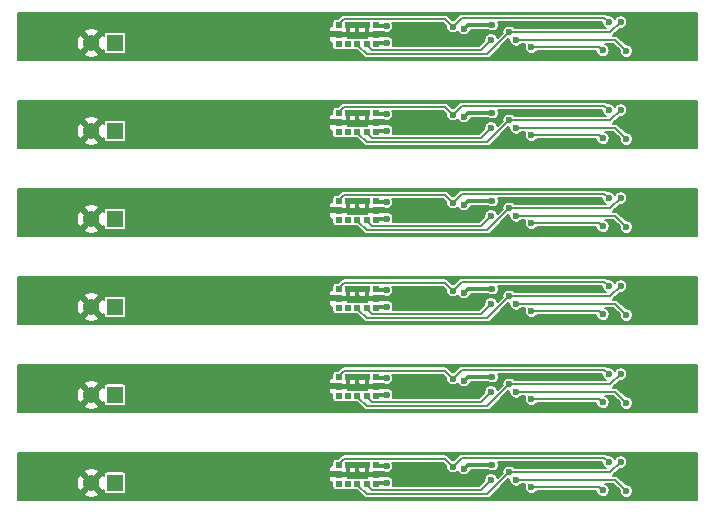
<source format=gbr>
%TF.GenerationSoftware,KiCad,Pcbnew,(5.1.9)-1*%
%TF.CreationDate,2022-02-15T00:45:03-06:00*%
%TF.ProjectId,CC_TOF_PANELIZED,43435f54-4f46-45f5-9041-4e454c495a45,000*%
%TF.SameCoordinates,Original*%
%TF.FileFunction,Copper,L2,Bot*%
%TF.FilePolarity,Positive*%
%FSLAX46Y46*%
G04 Gerber Fmt 4.6, Leading zero omitted, Abs format (unit mm)*
G04 Created by KiCad (PCBNEW (5.1.9)-1) date 2022-02-15 00:45:03*
%MOMM*%
%LPD*%
G01*
G04 APERTURE LIST*
%TA.AperFunction,ComponentPad*%
%ADD10R,1.368000X1.368000*%
%TD*%
%TA.AperFunction,ComponentPad*%
%ADD11C,1.368000*%
%TD*%
%TA.AperFunction,SMDPad,CuDef*%
%ADD12R,0.508000X0.508000*%
%TD*%
%TA.AperFunction,ViaPad*%
%ADD13C,0.600000*%
%TD*%
%TA.AperFunction,Conductor*%
%ADD14C,0.300000*%
%TD*%
%TA.AperFunction,Conductor*%
%ADD15C,0.150000*%
%TD*%
%TA.AperFunction,Conductor*%
%ADD16C,0.100000*%
%TD*%
G04 APERTURE END LIST*
D10*
%TO.P,J2,1*%
%TO.N,VBATT*%
X56215000Y-67840000D03*
D11*
%TO.P,J2,2*%
%TO.N,GND*%
X54215000Y-67840000D03*
%TD*%
D10*
%TO.P,J2,1*%
%TO.N,VBATT*%
X56215000Y-60390000D03*
D11*
%TO.P,J2,2*%
%TO.N,GND*%
X54215000Y-60390000D03*
%TD*%
D10*
%TO.P,J2,1*%
%TO.N,VBATT*%
X56215000Y-52940000D03*
D11*
%TO.P,J2,2*%
%TO.N,GND*%
X54215000Y-52940000D03*
%TD*%
D10*
%TO.P,J2,1*%
%TO.N,VBATT*%
X56215000Y-45490000D03*
D11*
%TO.P,J2,2*%
%TO.N,GND*%
X54215000Y-45490000D03*
%TD*%
D10*
%TO.P,J2,1*%
%TO.N,VBATT*%
X56215000Y-38040000D03*
D11*
%TO.P,J2,2*%
%TO.N,GND*%
X54215000Y-38040000D03*
%TD*%
D12*
%TO.P,U2,1*%
%TO.N,V2.8*%
X78339999Y-66325027D03*
%TO.P,U2,2*%
%TO.N,GND*%
X77540001Y-66325027D03*
%TO.P,U2,3*%
X76740000Y-66325027D03*
%TO.P,U2,4*%
X75939999Y-66325027D03*
%TO.P,U2,5*%
%TO.N,XSHUT2*%
X75140001Y-66325027D03*
%TO.P,U2,6*%
%TO.N,GND*%
X75140054Y-67125000D03*
%TO.P,U2,7*%
%TO.N,Net-(U2-Pad7)*%
X75140001Y-67924973D03*
%TO.P,U2,8*%
%TO.N,Net-(U2-Pad8)*%
X75939999Y-67924973D03*
%TO.P,U2,9*%
%TO.N,SDA*%
X76740000Y-67924973D03*
%TO.P,U2,10*%
%TO.N,SCL*%
X77540001Y-67924973D03*
%TO.P,U2,11*%
%TO.N,V2.8*%
X78339999Y-67924973D03*
%TO.P,U2,12*%
%TO.N,GND*%
X78339946Y-67125000D03*
%TD*%
%TO.P,U2,1*%
%TO.N,V2.8*%
X78339999Y-58875027D03*
%TO.P,U2,2*%
%TO.N,GND*%
X77540001Y-58875027D03*
%TO.P,U2,3*%
X76740000Y-58875027D03*
%TO.P,U2,4*%
X75939999Y-58875027D03*
%TO.P,U2,5*%
%TO.N,XSHUT2*%
X75140001Y-58875027D03*
%TO.P,U2,6*%
%TO.N,GND*%
X75140054Y-59675000D03*
%TO.P,U2,7*%
%TO.N,Net-(U2-Pad7)*%
X75140001Y-60474973D03*
%TO.P,U2,8*%
%TO.N,Net-(U2-Pad8)*%
X75939999Y-60474973D03*
%TO.P,U2,9*%
%TO.N,SDA*%
X76740000Y-60474973D03*
%TO.P,U2,10*%
%TO.N,SCL*%
X77540001Y-60474973D03*
%TO.P,U2,11*%
%TO.N,V2.8*%
X78339999Y-60474973D03*
%TO.P,U2,12*%
%TO.N,GND*%
X78339946Y-59675000D03*
%TD*%
%TO.P,U2,1*%
%TO.N,V2.8*%
X78339999Y-51425027D03*
%TO.P,U2,2*%
%TO.N,GND*%
X77540001Y-51425027D03*
%TO.P,U2,3*%
X76740000Y-51425027D03*
%TO.P,U2,4*%
X75939999Y-51425027D03*
%TO.P,U2,5*%
%TO.N,XSHUT2*%
X75140001Y-51425027D03*
%TO.P,U2,6*%
%TO.N,GND*%
X75140054Y-52225000D03*
%TO.P,U2,7*%
%TO.N,Net-(U2-Pad7)*%
X75140001Y-53024973D03*
%TO.P,U2,8*%
%TO.N,Net-(U2-Pad8)*%
X75939999Y-53024973D03*
%TO.P,U2,9*%
%TO.N,SDA*%
X76740000Y-53024973D03*
%TO.P,U2,10*%
%TO.N,SCL*%
X77540001Y-53024973D03*
%TO.P,U2,11*%
%TO.N,V2.8*%
X78339999Y-53024973D03*
%TO.P,U2,12*%
%TO.N,GND*%
X78339946Y-52225000D03*
%TD*%
%TO.P,U2,1*%
%TO.N,V2.8*%
X78339999Y-43975027D03*
%TO.P,U2,2*%
%TO.N,GND*%
X77540001Y-43975027D03*
%TO.P,U2,3*%
X76740000Y-43975027D03*
%TO.P,U2,4*%
X75939999Y-43975027D03*
%TO.P,U2,5*%
%TO.N,XSHUT2*%
X75140001Y-43975027D03*
%TO.P,U2,6*%
%TO.N,GND*%
X75140054Y-44775000D03*
%TO.P,U2,7*%
%TO.N,Net-(U2-Pad7)*%
X75140001Y-45574973D03*
%TO.P,U2,8*%
%TO.N,Net-(U2-Pad8)*%
X75939999Y-45574973D03*
%TO.P,U2,9*%
%TO.N,SDA*%
X76740000Y-45574973D03*
%TO.P,U2,10*%
%TO.N,SCL*%
X77540001Y-45574973D03*
%TO.P,U2,11*%
%TO.N,V2.8*%
X78339999Y-45574973D03*
%TO.P,U2,12*%
%TO.N,GND*%
X78339946Y-44775000D03*
%TD*%
%TO.P,U2,1*%
%TO.N,V2.8*%
X78339999Y-36525027D03*
%TO.P,U2,2*%
%TO.N,GND*%
X77540001Y-36525027D03*
%TO.P,U2,3*%
X76740000Y-36525027D03*
%TO.P,U2,4*%
X75939999Y-36525027D03*
%TO.P,U2,5*%
%TO.N,XSHUT2*%
X75140001Y-36525027D03*
%TO.P,U2,6*%
%TO.N,GND*%
X75140054Y-37325000D03*
%TO.P,U2,7*%
%TO.N,Net-(U2-Pad7)*%
X75140001Y-38124973D03*
%TO.P,U2,8*%
%TO.N,Net-(U2-Pad8)*%
X75939999Y-38124973D03*
%TO.P,U2,9*%
%TO.N,SDA*%
X76740000Y-38124973D03*
%TO.P,U2,10*%
%TO.N,SCL*%
X77540001Y-38124973D03*
%TO.P,U2,11*%
%TO.N,V2.8*%
X78339999Y-38124973D03*
%TO.P,U2,12*%
%TO.N,GND*%
X78339946Y-37325000D03*
%TD*%
%TO.P,U2,12*%
%TO.N,GND*%
X78339946Y-29875000D03*
%TO.P,U2,11*%
%TO.N,V2.8*%
X78339999Y-30674973D03*
%TO.P,U2,10*%
%TO.N,SCL*%
X77540001Y-30674973D03*
%TO.P,U2,9*%
%TO.N,SDA*%
X76740000Y-30674973D03*
%TO.P,U2,8*%
%TO.N,Net-(U2-Pad8)*%
X75939999Y-30674973D03*
%TO.P,U2,7*%
%TO.N,Net-(U2-Pad7)*%
X75140001Y-30674973D03*
%TO.P,U2,6*%
%TO.N,GND*%
X75140054Y-29875000D03*
%TO.P,U2,5*%
%TO.N,XSHUT2*%
X75140001Y-29075027D03*
%TO.P,U2,4*%
%TO.N,GND*%
X75939999Y-29075027D03*
%TO.P,U2,3*%
X76740000Y-29075027D03*
%TO.P,U2,2*%
X77540001Y-29075027D03*
%TO.P,U2,1*%
%TO.N,V2.8*%
X78339999Y-29075027D03*
%TD*%
D11*
%TO.P,J2,2*%
%TO.N,GND*%
X54215000Y-30590000D03*
D10*
%TO.P,J2,1*%
%TO.N,VBATT*%
X56215000Y-30590000D03*
%TD*%
D13*
%TO.N,GND*%
X98515000Y-31285000D03*
X48882533Y-28675000D03*
X73150000Y-28675000D03*
X65180000Y-30005000D03*
X58910000Y-30015000D03*
X48882533Y-31325000D03*
X71450000Y-30005000D03*
X80804992Y-30215008D03*
X104830000Y-28675000D03*
X104830000Y-31325000D03*
X73150000Y-31045000D03*
X96180000Y-29060000D03*
X100015000Y-28835000D03*
X80804992Y-37665008D03*
X80804992Y-45115008D03*
X80804992Y-52565008D03*
X80804992Y-60015008D03*
X80804992Y-67465008D03*
X73150000Y-38495000D03*
X73150000Y-45945000D03*
X73150000Y-53395000D03*
X73150000Y-60845000D03*
X73150000Y-68295000D03*
X65180000Y-37455000D03*
X65180000Y-44905000D03*
X65180000Y-52355000D03*
X65180000Y-59805000D03*
X65180000Y-67255000D03*
X71450000Y-37455000D03*
X71450000Y-44905000D03*
X71450000Y-52355000D03*
X71450000Y-59805000D03*
X71450000Y-67255000D03*
X73150000Y-36125000D03*
X73150000Y-43575000D03*
X73150000Y-51025000D03*
X73150000Y-58475000D03*
X73150000Y-65925000D03*
X48882533Y-38775000D03*
X48882533Y-46225000D03*
X48882533Y-53675000D03*
X48882533Y-61125000D03*
X48882533Y-68575000D03*
X98515000Y-38735000D03*
X98515000Y-46185000D03*
X98515000Y-53635000D03*
X98515000Y-61085000D03*
X98515000Y-68535000D03*
X104830000Y-36125000D03*
X104830000Y-43575000D03*
X104830000Y-51025000D03*
X104830000Y-58475000D03*
X104830000Y-65925000D03*
X100015000Y-36285000D03*
X100015000Y-43735000D03*
X100015000Y-51185000D03*
X100015000Y-58635000D03*
X100015000Y-66085000D03*
X96180000Y-36510000D03*
X96180000Y-43960000D03*
X96180000Y-51410000D03*
X96180000Y-58860000D03*
X96180000Y-66310000D03*
X48882533Y-36125000D03*
X48882533Y-43575000D03*
X48882533Y-51025000D03*
X48882533Y-58475000D03*
X48882533Y-65925000D03*
X104830000Y-38775000D03*
X104830000Y-46225000D03*
X104830000Y-53675000D03*
X104830000Y-61125000D03*
X104830000Y-68575000D03*
X58910000Y-37465000D03*
X58910000Y-44915000D03*
X58910000Y-52365000D03*
X58910000Y-59815000D03*
X58910000Y-67265000D03*
%TO.N,V2.8*%
X79200000Y-30580000D03*
X79200000Y-29170000D03*
X88149998Y-29050002D03*
X85770000Y-29380000D03*
X85770000Y-36830000D03*
X85770000Y-44280000D03*
X85770000Y-51730000D03*
X85770000Y-59180000D03*
X85770000Y-66630000D03*
X79200000Y-36620000D03*
X79200000Y-44070000D03*
X79200000Y-51520000D03*
X79200000Y-58970000D03*
X79200000Y-66420000D03*
X88149998Y-36500002D03*
X88149998Y-43950002D03*
X88149998Y-51400002D03*
X88149998Y-58850002D03*
X88149998Y-66300002D03*
X79200000Y-38030000D03*
X79200000Y-45480000D03*
X79200000Y-52930000D03*
X79200000Y-60380000D03*
X79200000Y-67830000D03*
%TO.N,XSHUT2*%
X98015000Y-28835000D03*
X84826984Y-29213000D03*
X98015000Y-36285000D03*
X98015000Y-43735000D03*
X98015000Y-51185000D03*
X98015000Y-58635000D03*
X98015000Y-66085000D03*
X84826984Y-36663000D03*
X84826984Y-44113000D03*
X84826984Y-51563000D03*
X84826984Y-59013000D03*
X84826984Y-66463000D03*
%TO.N,XSHUT1*%
X97515000Y-31235000D03*
X91460000Y-30950000D03*
X97515000Y-38685000D03*
X97515000Y-46135000D03*
X97515000Y-53585000D03*
X97515000Y-61035000D03*
X97515000Y-68485000D03*
X91460000Y-38400000D03*
X91460000Y-45850000D03*
X91460000Y-53300000D03*
X91460000Y-60750000D03*
X91460000Y-68200000D03*
%TO.N,SDA*%
X99015000Y-28835000D03*
X89590000Y-29710000D03*
X99015000Y-36285000D03*
X99015000Y-43735000D03*
X99015000Y-51185000D03*
X99015000Y-58635000D03*
X99015000Y-66085000D03*
X89590000Y-37160000D03*
X89590000Y-44610000D03*
X89590000Y-52060000D03*
X89590000Y-59510000D03*
X89590000Y-66960000D03*
%TO.N,SCL*%
X99515000Y-31285000D03*
X90170000Y-30330002D03*
X88060002Y-30330002D03*
X90170000Y-37780002D03*
X90170000Y-45230002D03*
X90170000Y-52680002D03*
X90170000Y-60130002D03*
X90170000Y-67580002D03*
X99515000Y-38735000D03*
X99515000Y-46185000D03*
X99515000Y-53635000D03*
X99515000Y-61085000D03*
X99515000Y-68535000D03*
X88060002Y-37780002D03*
X88060002Y-45230002D03*
X88060002Y-52680002D03*
X88060002Y-60130002D03*
X88060002Y-67580002D03*
%TD*%
D14*
%TO.N,GND*%
X78339946Y-29875000D02*
X75140054Y-29875000D01*
X75939999Y-29075027D02*
X75939999Y-29875000D01*
X76740000Y-29075027D02*
X76740000Y-29875000D01*
X77540001Y-29075027D02*
X77540001Y-29875000D01*
X80464984Y-29875000D02*
X80804992Y-30215008D01*
X78339946Y-29875000D02*
X80464984Y-29875000D01*
X77540001Y-36525027D02*
X77540001Y-37325000D01*
X77540001Y-43975027D02*
X77540001Y-44775000D01*
X77540001Y-51425027D02*
X77540001Y-52225000D01*
X77540001Y-58875027D02*
X77540001Y-59675000D01*
X77540001Y-66325027D02*
X77540001Y-67125000D01*
X78339946Y-37325000D02*
X75140054Y-37325000D01*
X78339946Y-44775000D02*
X75140054Y-44775000D01*
X78339946Y-52225000D02*
X75140054Y-52225000D01*
X78339946Y-59675000D02*
X75140054Y-59675000D01*
X78339946Y-67125000D02*
X75140054Y-67125000D01*
X78339946Y-37325000D02*
X80464984Y-37325000D01*
X78339946Y-44775000D02*
X80464984Y-44775000D01*
X78339946Y-52225000D02*
X80464984Y-52225000D01*
X78339946Y-59675000D02*
X80464984Y-59675000D01*
X78339946Y-67125000D02*
X80464984Y-67125000D01*
X75939999Y-36525027D02*
X75939999Y-37325000D01*
X75939999Y-43975027D02*
X75939999Y-44775000D01*
X75939999Y-51425027D02*
X75939999Y-52225000D01*
X75939999Y-58875027D02*
X75939999Y-59675000D01*
X75939999Y-66325027D02*
X75939999Y-67125000D01*
X76740000Y-36525027D02*
X76740000Y-37325000D01*
X76740000Y-43975027D02*
X76740000Y-44775000D01*
X76740000Y-51425027D02*
X76740000Y-52225000D01*
X76740000Y-58875027D02*
X76740000Y-59675000D01*
X76740000Y-66325027D02*
X76740000Y-67125000D01*
X80464984Y-37325000D02*
X80804992Y-37665008D01*
X80464984Y-44775000D02*
X80804992Y-45115008D01*
X80464984Y-52225000D02*
X80804992Y-52565008D01*
X80464984Y-59675000D02*
X80804992Y-60015008D01*
X80464984Y-67125000D02*
X80804992Y-67465008D01*
%TO.N,V2.8*%
X86099998Y-29050002D02*
X85770000Y-29380000D01*
X88149998Y-29050002D02*
X86099998Y-29050002D01*
X79200000Y-29170000D02*
X78339999Y-29170000D01*
X79200000Y-30580000D02*
X78339999Y-30580000D01*
X88149998Y-36500002D02*
X86099998Y-36500002D01*
X88149998Y-43950002D02*
X86099998Y-43950002D01*
X88149998Y-51400002D02*
X86099998Y-51400002D01*
X88149998Y-58850002D02*
X86099998Y-58850002D01*
X88149998Y-66300002D02*
X86099998Y-66300002D01*
X79200000Y-36620000D02*
X78339999Y-36620000D01*
X79200000Y-44070000D02*
X78339999Y-44070000D01*
X79200000Y-51520000D02*
X78339999Y-51520000D01*
X79200000Y-58970000D02*
X78339999Y-58970000D01*
X79200000Y-66420000D02*
X78339999Y-66420000D01*
X79200000Y-38030000D02*
X78339999Y-38030000D01*
X79200000Y-45480000D02*
X78339999Y-45480000D01*
X79200000Y-52930000D02*
X78339999Y-52930000D01*
X79200000Y-60380000D02*
X78339999Y-60380000D01*
X79200000Y-67830000D02*
X78339999Y-67830000D01*
X86099998Y-36500002D02*
X85770000Y-36830000D01*
X86099998Y-43950002D02*
X85770000Y-44280000D01*
X86099998Y-51400002D02*
X85770000Y-51730000D01*
X86099998Y-58850002D02*
X85770000Y-59180000D01*
X86099998Y-66300002D02*
X85770000Y-66630000D01*
D15*
%TO.N,XSHUT2*%
X75570000Y-28540000D02*
X84153984Y-28540000D01*
X75140001Y-29075027D02*
X75140001Y-28969999D01*
X75140001Y-28969999D02*
X75570000Y-28540000D01*
X84153984Y-28540000D02*
X84826984Y-29213000D01*
X98015000Y-28835000D02*
X97640000Y-28460000D01*
X97640000Y-28460000D02*
X85579984Y-28460000D01*
X85579984Y-28460000D02*
X84826984Y-29213000D01*
X75140001Y-36525027D02*
X75140001Y-36419999D01*
X75140001Y-43975027D02*
X75140001Y-43869999D01*
X75140001Y-51425027D02*
X75140001Y-51319999D01*
X75140001Y-58875027D02*
X75140001Y-58769999D01*
X75140001Y-66325027D02*
X75140001Y-66219999D01*
X75140001Y-36419999D02*
X75570000Y-35990000D01*
X75140001Y-43869999D02*
X75570000Y-43440000D01*
X75140001Y-51319999D02*
X75570000Y-50890000D01*
X75140001Y-58769999D02*
X75570000Y-58340000D01*
X75140001Y-66219999D02*
X75570000Y-65790000D01*
X97640000Y-35910000D02*
X85579984Y-35910000D01*
X97640000Y-43360000D02*
X85579984Y-43360000D01*
X97640000Y-50810000D02*
X85579984Y-50810000D01*
X97640000Y-58260000D02*
X85579984Y-58260000D01*
X97640000Y-65710000D02*
X85579984Y-65710000D01*
X85579984Y-35910000D02*
X84826984Y-36663000D01*
X85579984Y-43360000D02*
X84826984Y-44113000D01*
X85579984Y-50810000D02*
X84826984Y-51563000D01*
X85579984Y-58260000D02*
X84826984Y-59013000D01*
X85579984Y-65710000D02*
X84826984Y-66463000D01*
X98015000Y-36285000D02*
X97640000Y-35910000D01*
X98015000Y-43735000D02*
X97640000Y-43360000D01*
X98015000Y-51185000D02*
X97640000Y-50810000D01*
X98015000Y-58635000D02*
X97640000Y-58260000D01*
X98015000Y-66085000D02*
X97640000Y-65710000D01*
X84153984Y-35990000D02*
X84826984Y-36663000D01*
X84153984Y-43440000D02*
X84826984Y-44113000D01*
X84153984Y-50890000D02*
X84826984Y-51563000D01*
X84153984Y-58340000D02*
X84826984Y-59013000D01*
X84153984Y-65790000D02*
X84826984Y-66463000D01*
X75570000Y-35990000D02*
X84153984Y-35990000D01*
X75570000Y-43440000D02*
X84153984Y-43440000D01*
X75570000Y-50890000D02*
X84153984Y-50890000D01*
X75570000Y-58340000D02*
X84153984Y-58340000D01*
X75570000Y-65790000D02*
X84153984Y-65790000D01*
%TO.N,XSHUT1*%
X97230000Y-30950000D02*
X97515000Y-31235000D01*
X91460000Y-30950000D02*
X97230000Y-30950000D01*
X91460000Y-38400000D02*
X97230000Y-38400000D01*
X91460000Y-45850000D02*
X97230000Y-45850000D01*
X91460000Y-53300000D02*
X97230000Y-53300000D01*
X91460000Y-60750000D02*
X97230000Y-60750000D01*
X91460000Y-68200000D02*
X97230000Y-68200000D01*
X97230000Y-38400000D02*
X97515000Y-38685000D01*
X97230000Y-45850000D02*
X97515000Y-46135000D01*
X97230000Y-53300000D02*
X97515000Y-53585000D01*
X97230000Y-60750000D02*
X97515000Y-61035000D01*
X97230000Y-68200000D02*
X97515000Y-68485000D01*
%TO.N,SDA*%
X98140000Y-29710000D02*
X89590000Y-29710000D01*
X99015000Y-28835000D02*
X98140000Y-29710000D01*
X87746016Y-31553984D02*
X89590000Y-29710000D01*
X77513984Y-31553984D02*
X87746016Y-31553984D01*
X76740000Y-30780000D02*
X77513984Y-31553984D01*
X76740000Y-30674973D02*
X76740000Y-30780000D01*
X98140000Y-37160000D02*
X89590000Y-37160000D01*
X98140000Y-44610000D02*
X89590000Y-44610000D01*
X98140000Y-52060000D02*
X89590000Y-52060000D01*
X98140000Y-59510000D02*
X89590000Y-59510000D01*
X98140000Y-66960000D02*
X89590000Y-66960000D01*
X99015000Y-36285000D02*
X98140000Y-37160000D01*
X99015000Y-43735000D02*
X98140000Y-44610000D01*
X99015000Y-51185000D02*
X98140000Y-52060000D01*
X99015000Y-58635000D02*
X98140000Y-59510000D01*
X99015000Y-66085000D02*
X98140000Y-66960000D01*
X87746016Y-39003984D02*
X89590000Y-37160000D01*
X87746016Y-46453984D02*
X89590000Y-44610000D01*
X87746016Y-53903984D02*
X89590000Y-52060000D01*
X87746016Y-61353984D02*
X89590000Y-59510000D01*
X87746016Y-68803984D02*
X89590000Y-66960000D01*
X76740000Y-38230000D02*
X77513984Y-39003984D01*
X76740000Y-45680000D02*
X77513984Y-46453984D01*
X76740000Y-53130000D02*
X77513984Y-53903984D01*
X76740000Y-60580000D02*
X77513984Y-61353984D01*
X76740000Y-68030000D02*
X77513984Y-68803984D01*
X76740000Y-38124973D02*
X76740000Y-38230000D01*
X76740000Y-45574973D02*
X76740000Y-45680000D01*
X76740000Y-53024973D02*
X76740000Y-53130000D01*
X76740000Y-60474973D02*
X76740000Y-60580000D01*
X76740000Y-67924973D02*
X76740000Y-68030000D01*
X77513984Y-39003984D02*
X87746016Y-39003984D01*
X77513984Y-46453984D02*
X87746016Y-46453984D01*
X77513984Y-53903984D02*
X87746016Y-53903984D01*
X77513984Y-61353984D02*
X87746016Y-61353984D01*
X77513984Y-68803984D02*
X87746016Y-68803984D01*
%TO.N,SCL*%
X99515000Y-31285000D02*
X98560002Y-30330002D01*
X98560002Y-30330002D02*
X90170000Y-30330002D01*
X87186030Y-31203974D02*
X88060002Y-30330002D01*
X77963974Y-31203974D02*
X87186030Y-31203974D01*
X77540001Y-30780001D02*
X77963974Y-31203974D01*
X77540001Y-30674973D02*
X77540001Y-30780001D01*
X99515000Y-38735000D02*
X98560002Y-37780002D01*
X99515000Y-46185000D02*
X98560002Y-45230002D01*
X99515000Y-53635000D02*
X98560002Y-52680002D01*
X99515000Y-61085000D02*
X98560002Y-60130002D01*
X99515000Y-68535000D02*
X98560002Y-67580002D01*
X77963974Y-38653974D02*
X87186030Y-38653974D01*
X77963974Y-46103974D02*
X87186030Y-46103974D01*
X77963974Y-53553974D02*
X87186030Y-53553974D01*
X77963974Y-61003974D02*
X87186030Y-61003974D01*
X77963974Y-68453974D02*
X87186030Y-68453974D01*
X87186030Y-38653974D02*
X88060002Y-37780002D01*
X87186030Y-46103974D02*
X88060002Y-45230002D01*
X87186030Y-53553974D02*
X88060002Y-52680002D01*
X87186030Y-61003974D02*
X88060002Y-60130002D01*
X87186030Y-68453974D02*
X88060002Y-67580002D01*
X77540001Y-38230001D02*
X77963974Y-38653974D01*
X77540001Y-45680001D02*
X77963974Y-46103974D01*
X77540001Y-53130001D02*
X77963974Y-53553974D01*
X77540001Y-60580001D02*
X77963974Y-61003974D01*
X77540001Y-68030001D02*
X77963974Y-68453974D01*
X98560002Y-37780002D02*
X90170000Y-37780002D01*
X98560002Y-45230002D02*
X90170000Y-45230002D01*
X98560002Y-52680002D02*
X90170000Y-52680002D01*
X98560002Y-60130002D02*
X90170000Y-60130002D01*
X98560002Y-67580002D02*
X90170000Y-67580002D01*
X77540001Y-38124973D02*
X77540001Y-38230001D01*
X77540001Y-45574973D02*
X77540001Y-45680001D01*
X77540001Y-53024973D02*
X77540001Y-53130001D01*
X77540001Y-60474973D02*
X77540001Y-60580001D01*
X77540001Y-67924973D02*
X77540001Y-68030001D01*
%TD*%
%TO.N,GND*%
X105490001Y-32035000D02*
X47990000Y-32035000D01*
X47990000Y-31496937D01*
X53555551Y-31496937D01*
X53620125Y-31706504D01*
X53849374Y-31801105D01*
X54092674Y-31849164D01*
X54340676Y-31848834D01*
X54583847Y-31800128D01*
X54809875Y-31706504D01*
X54874449Y-31496937D01*
X54215000Y-30837487D01*
X53555551Y-31496937D01*
X47990000Y-31496937D01*
X47990000Y-30467674D01*
X52955836Y-30467674D01*
X52956166Y-30715676D01*
X53004872Y-30958847D01*
X53098496Y-31184875D01*
X53308063Y-31249449D01*
X53967513Y-30590000D01*
X54462487Y-30590000D01*
X55121937Y-31249449D01*
X55254670Y-31208550D01*
X55254670Y-31274000D01*
X55259980Y-31327909D01*
X55275704Y-31379747D01*
X55301240Y-31427521D01*
X55335605Y-31469395D01*
X55377479Y-31503760D01*
X55425253Y-31529296D01*
X55477091Y-31545020D01*
X55531000Y-31550330D01*
X56899000Y-31550330D01*
X56952909Y-31545020D01*
X57004747Y-31529296D01*
X57052521Y-31503760D01*
X57094395Y-31469395D01*
X57128760Y-31427521D01*
X57154296Y-31379747D01*
X57170020Y-31327909D01*
X57175330Y-31274000D01*
X57175330Y-29906000D01*
X57170020Y-29852091D01*
X57154296Y-29800253D01*
X57128760Y-29752479D01*
X57094395Y-29710605D01*
X57052521Y-29676240D01*
X57004747Y-29650704D01*
X56952909Y-29634980D01*
X56899000Y-29629670D01*
X55531000Y-29629670D01*
X55477091Y-29634980D01*
X55425253Y-29650704D01*
X55377479Y-29676240D01*
X55335605Y-29710605D01*
X55301240Y-29752479D01*
X55275704Y-29800253D01*
X55259980Y-29852091D01*
X55254670Y-29906000D01*
X55254670Y-29971450D01*
X55121937Y-29930551D01*
X54462487Y-30590000D01*
X53967513Y-30590000D01*
X53308063Y-29930551D01*
X53098496Y-29995125D01*
X53003895Y-30224374D01*
X52955836Y-30467674D01*
X47990000Y-30467674D01*
X47990000Y-29683063D01*
X53555551Y-29683063D01*
X54215000Y-30342513D01*
X54874449Y-29683063D01*
X54835375Y-29556250D01*
X74311054Y-29556250D01*
X74454804Y-29700000D01*
X74965054Y-29700000D01*
X74965054Y-29680000D01*
X75230241Y-29680000D01*
X75253791Y-29712469D01*
X75336901Y-29789421D01*
X75433428Y-29848681D01*
X75539660Y-29887970D01*
X75621249Y-29904027D01*
X75764999Y-29760277D01*
X75764999Y-29700000D01*
X75825304Y-29700000D01*
X75961212Y-29564092D01*
X75987291Y-29620782D01*
X76053792Y-29712469D01*
X76136902Y-29789421D01*
X76155657Y-29800935D01*
X76258749Y-29904027D01*
X76339999Y-29888037D01*
X76421250Y-29904027D01*
X76524342Y-29800935D01*
X76543097Y-29789421D01*
X76626207Y-29712469D01*
X76692708Y-29620782D01*
X76740000Y-29517979D01*
X76787292Y-29620782D01*
X76853793Y-29712469D01*
X76936903Y-29789421D01*
X76955658Y-29800935D01*
X77058750Y-29904027D01*
X77140000Y-29888037D01*
X77221251Y-29904027D01*
X77324343Y-29800935D01*
X77343098Y-29789421D01*
X77426208Y-29712469D01*
X77492709Y-29620782D01*
X77518788Y-29564092D01*
X77654696Y-29700000D01*
X77715001Y-29700000D01*
X77715001Y-29760277D01*
X77858751Y-29904027D01*
X77940340Y-29887970D01*
X78046572Y-29848681D01*
X78143099Y-29789421D01*
X78226209Y-29712469D01*
X78249759Y-29680000D01*
X78514946Y-29680000D01*
X78514946Y-29700000D01*
X78976986Y-29700000D01*
X79032279Y-29722903D01*
X79143367Y-29745000D01*
X79256633Y-29745000D01*
X79367721Y-29722903D01*
X79472365Y-29679558D01*
X79566541Y-29616632D01*
X79646632Y-29536541D01*
X79709558Y-29442365D01*
X79752903Y-29337721D01*
X79775000Y-29226633D01*
X79775000Y-29113367D01*
X79752903Y-29002279D01*
X79709558Y-28897635D01*
X79704456Y-28890000D01*
X84009011Y-28890000D01*
X84255865Y-29136855D01*
X84251984Y-29156367D01*
X84251984Y-29269633D01*
X84274081Y-29380721D01*
X84317426Y-29485365D01*
X84380352Y-29579541D01*
X84460443Y-29659632D01*
X84554619Y-29722558D01*
X84659263Y-29765903D01*
X84770351Y-29788000D01*
X84883617Y-29788000D01*
X84994705Y-29765903D01*
X85099349Y-29722558D01*
X85193525Y-29659632D01*
X85242971Y-29610186D01*
X85260442Y-29652365D01*
X85323368Y-29746541D01*
X85403459Y-29826632D01*
X85497635Y-29889558D01*
X85602279Y-29932903D01*
X85713367Y-29955000D01*
X85826633Y-29955000D01*
X85937721Y-29932903D01*
X86042365Y-29889558D01*
X86136541Y-29826632D01*
X86216632Y-29746541D01*
X86279558Y-29652365D01*
X86322903Y-29547721D01*
X86337368Y-29475002D01*
X87761825Y-29475002D01*
X87783457Y-29496634D01*
X87877633Y-29559560D01*
X87982277Y-29602905D01*
X88093365Y-29625002D01*
X88206631Y-29625002D01*
X88317719Y-29602905D01*
X88422363Y-29559560D01*
X88516539Y-29496634D01*
X88596630Y-29416543D01*
X88659556Y-29322367D01*
X88702901Y-29217723D01*
X88724998Y-29106635D01*
X88724998Y-28993369D01*
X88702901Y-28882281D01*
X88672961Y-28810000D01*
X97440000Y-28810000D01*
X97440000Y-28891633D01*
X97462097Y-29002721D01*
X97505442Y-29107365D01*
X97568368Y-29201541D01*
X97648459Y-29281632D01*
X97742635Y-29344558D01*
X97779915Y-29360000D01*
X90047684Y-29360000D01*
X90036632Y-29343459D01*
X89956541Y-29263368D01*
X89862365Y-29200442D01*
X89757721Y-29157097D01*
X89646633Y-29135000D01*
X89533367Y-29135000D01*
X89422279Y-29157097D01*
X89317635Y-29200442D01*
X89223459Y-29263368D01*
X89143368Y-29343459D01*
X89080442Y-29437635D01*
X89037097Y-29542279D01*
X89015000Y-29653367D01*
X89015000Y-29766633D01*
X89018881Y-29786144D01*
X88617856Y-30187170D01*
X88612905Y-30162281D01*
X88569560Y-30057637D01*
X88506634Y-29963461D01*
X88426543Y-29883370D01*
X88332367Y-29820444D01*
X88227723Y-29777099D01*
X88116635Y-29755002D01*
X88003369Y-29755002D01*
X87892281Y-29777099D01*
X87787637Y-29820444D01*
X87693461Y-29883370D01*
X87613370Y-29963461D01*
X87550444Y-30057637D01*
X87507099Y-30162281D01*
X87485002Y-30273369D01*
X87485002Y-30386635D01*
X87488883Y-30406147D01*
X87041057Y-30853974D01*
X79708483Y-30853974D01*
X79709558Y-30852365D01*
X79752903Y-30747721D01*
X79775000Y-30636633D01*
X79775000Y-30523367D01*
X79752903Y-30412279D01*
X79709558Y-30307635D01*
X79646632Y-30213459D01*
X79566541Y-30133368D01*
X79472365Y-30070442D01*
X79367721Y-30027097D01*
X79256633Y-30005000D01*
X79143367Y-30005000D01*
X79032279Y-30027097D01*
X78976986Y-30050000D01*
X78514946Y-30050000D01*
X78514946Y-30070000D01*
X78164946Y-30070000D01*
X78164946Y-30050000D01*
X77654696Y-30050000D01*
X77560053Y-30144643D01*
X77286001Y-30144643D01*
X77232092Y-30149953D01*
X77180254Y-30165677D01*
X77140000Y-30187193D01*
X77099747Y-30165677D01*
X77047909Y-30149953D01*
X76994000Y-30144643D01*
X76486000Y-30144643D01*
X76432091Y-30149953D01*
X76380253Y-30165677D01*
X76339999Y-30187193D01*
X76299746Y-30165677D01*
X76247908Y-30149953D01*
X76193999Y-30144643D01*
X75919947Y-30144643D01*
X75825304Y-30050000D01*
X75315054Y-30050000D01*
X75315054Y-30070000D01*
X74965054Y-30070000D01*
X74965054Y-30050000D01*
X74454804Y-30050000D01*
X74311054Y-30193750D01*
X74327111Y-30275339D01*
X74366400Y-30381571D01*
X74425660Y-30478098D01*
X74502612Y-30561208D01*
X74594299Y-30627709D01*
X74609671Y-30634780D01*
X74609671Y-30928973D01*
X74614981Y-30982882D01*
X74630705Y-31034720D01*
X74656241Y-31082494D01*
X74690606Y-31124368D01*
X74732480Y-31158733D01*
X74780254Y-31184269D01*
X74832092Y-31199993D01*
X74886001Y-31205303D01*
X75394001Y-31205303D01*
X75447910Y-31199993D01*
X75499748Y-31184269D01*
X75540000Y-31162754D01*
X75580252Y-31184269D01*
X75632090Y-31199993D01*
X75685999Y-31205303D01*
X76193999Y-31205303D01*
X76247908Y-31199993D01*
X76299746Y-31184269D01*
X76340000Y-31162753D01*
X76380253Y-31184269D01*
X76432091Y-31199993D01*
X76486000Y-31205303D01*
X76670330Y-31205303D01*
X77254339Y-31789314D01*
X77265299Y-31802669D01*
X77308233Y-31837903D01*
X77318594Y-31846406D01*
X77379397Y-31878906D01*
X77445372Y-31898919D01*
X77513984Y-31905677D01*
X77531173Y-31903984D01*
X87728828Y-31903984D01*
X87746016Y-31905677D01*
X87763204Y-31903984D01*
X87763205Y-31903984D01*
X87814628Y-31898919D01*
X87880603Y-31878906D01*
X87941406Y-31846406D01*
X87994701Y-31802669D01*
X88005669Y-31789304D01*
X89513856Y-30281119D01*
X89533367Y-30285000D01*
X89595000Y-30285000D01*
X89595000Y-30386635D01*
X89617097Y-30497723D01*
X89660442Y-30602367D01*
X89723368Y-30696543D01*
X89803459Y-30776634D01*
X89897635Y-30839560D01*
X90002279Y-30882905D01*
X90113367Y-30905002D01*
X90226633Y-30905002D01*
X90337721Y-30882905D01*
X90442365Y-30839560D01*
X90536541Y-30776634D01*
X90616632Y-30696543D01*
X90627684Y-30680002D01*
X90949462Y-30680002D01*
X90907097Y-30782279D01*
X90885000Y-30893367D01*
X90885000Y-31006633D01*
X90907097Y-31117721D01*
X90950442Y-31222365D01*
X91013368Y-31316541D01*
X91093459Y-31396632D01*
X91187635Y-31459558D01*
X91292279Y-31502903D01*
X91403367Y-31525000D01*
X91516633Y-31525000D01*
X91627721Y-31502903D01*
X91732365Y-31459558D01*
X91826541Y-31396632D01*
X91906632Y-31316541D01*
X91917684Y-31300000D01*
X96941664Y-31300000D01*
X96962097Y-31402721D01*
X97005442Y-31507365D01*
X97068368Y-31601541D01*
X97148459Y-31681632D01*
X97242635Y-31744558D01*
X97347279Y-31787903D01*
X97458367Y-31810000D01*
X97571633Y-31810000D01*
X97682721Y-31787903D01*
X97787365Y-31744558D01*
X97881541Y-31681632D01*
X97961632Y-31601541D01*
X98024558Y-31507365D01*
X98067903Y-31402721D01*
X98090000Y-31291633D01*
X98090000Y-31178367D01*
X98067903Y-31067279D01*
X98024558Y-30962635D01*
X97961632Y-30868459D01*
X97881541Y-30788368D01*
X97787365Y-30725442D01*
X97682721Y-30682097D01*
X97672189Y-30680002D01*
X98415029Y-30680002D01*
X98943881Y-31208855D01*
X98940000Y-31228367D01*
X98940000Y-31341633D01*
X98962097Y-31452721D01*
X99005442Y-31557365D01*
X99068368Y-31651541D01*
X99148459Y-31731632D01*
X99242635Y-31794558D01*
X99347279Y-31837903D01*
X99458367Y-31860000D01*
X99571633Y-31860000D01*
X99682721Y-31837903D01*
X99787365Y-31794558D01*
X99881541Y-31731632D01*
X99961632Y-31651541D01*
X100024558Y-31557365D01*
X100067903Y-31452721D01*
X100090000Y-31341633D01*
X100090000Y-31228367D01*
X100067903Y-31117279D01*
X100024558Y-31012635D01*
X99961632Y-30918459D01*
X99881541Y-30838368D01*
X99787365Y-30775442D01*
X99682721Y-30732097D01*
X99571633Y-30710000D01*
X99458367Y-30710000D01*
X99438855Y-30713881D01*
X98819655Y-30094682D01*
X98808687Y-30081317D01*
X98755392Y-30037580D01*
X98694589Y-30005080D01*
X98628614Y-29985067D01*
X98577191Y-29980002D01*
X98577190Y-29980002D01*
X98560002Y-29978309D01*
X98542814Y-29980002D01*
X98362710Y-29980002D01*
X98388685Y-29958685D01*
X98399653Y-29945320D01*
X98938855Y-29406119D01*
X98958367Y-29410000D01*
X99071633Y-29410000D01*
X99182721Y-29387903D01*
X99287365Y-29344558D01*
X99381541Y-29281632D01*
X99461632Y-29201541D01*
X99524558Y-29107365D01*
X99567903Y-29002721D01*
X99590000Y-28891633D01*
X99590000Y-28778367D01*
X99567903Y-28667279D01*
X99524558Y-28562635D01*
X99461632Y-28468459D01*
X99381541Y-28388368D01*
X99287365Y-28325442D01*
X99182721Y-28282097D01*
X99071633Y-28260000D01*
X98958367Y-28260000D01*
X98847279Y-28282097D01*
X98742635Y-28325442D01*
X98648459Y-28388368D01*
X98568368Y-28468459D01*
X98515000Y-28548330D01*
X98461632Y-28468459D01*
X98381541Y-28388368D01*
X98287365Y-28325442D01*
X98182721Y-28282097D01*
X98071633Y-28260000D01*
X97958367Y-28260000D01*
X97938854Y-28263881D01*
X97899653Y-28224680D01*
X97888685Y-28211315D01*
X97835390Y-28167578D01*
X97774587Y-28135078D01*
X97708612Y-28115065D01*
X97657189Y-28110000D01*
X97657188Y-28110000D01*
X97640000Y-28108307D01*
X97622812Y-28110000D01*
X85597173Y-28110000D01*
X85579984Y-28108307D01*
X85511372Y-28115065D01*
X85445396Y-28135078D01*
X85384594Y-28167578D01*
X85331299Y-28211315D01*
X85320335Y-28224675D01*
X84903129Y-28641881D01*
X84883617Y-28638000D01*
X84770351Y-28638000D01*
X84750839Y-28641881D01*
X84413637Y-28304680D01*
X84402669Y-28291315D01*
X84349374Y-28247578D01*
X84288571Y-28215078D01*
X84222596Y-28195065D01*
X84171173Y-28190000D01*
X84171172Y-28190000D01*
X84153984Y-28188307D01*
X84136796Y-28190000D01*
X75587185Y-28190000D01*
X75569999Y-28188307D01*
X75552813Y-28190000D01*
X75552811Y-28190000D01*
X75501388Y-28195065D01*
X75435413Y-28215078D01*
X75374610Y-28247578D01*
X75321315Y-28291315D01*
X75310355Y-28304670D01*
X75070329Y-28544697D01*
X74886001Y-28544697D01*
X74832092Y-28550007D01*
X74780254Y-28565731D01*
X74732480Y-28591267D01*
X74690606Y-28625632D01*
X74656241Y-28667506D01*
X74630705Y-28715280D01*
X74614981Y-28767118D01*
X74609671Y-28821027D01*
X74609671Y-29115220D01*
X74594299Y-29122291D01*
X74502612Y-29188792D01*
X74425660Y-29271902D01*
X74366400Y-29368429D01*
X74327111Y-29474661D01*
X74311054Y-29556250D01*
X54835375Y-29556250D01*
X54809875Y-29473496D01*
X54580626Y-29378895D01*
X54337326Y-29330836D01*
X54089324Y-29331166D01*
X53846153Y-29379872D01*
X53620125Y-29473496D01*
X53555551Y-29683063D01*
X47990000Y-29683063D01*
X47990000Y-28085000D01*
X105490000Y-28085000D01*
X105490001Y-32035000D01*
%TA.AperFunction,Conductor*%
D16*
G36*
X105490001Y-32035000D02*
G01*
X47990000Y-32035000D01*
X47990000Y-31496937D01*
X53555551Y-31496937D01*
X53620125Y-31706504D01*
X53849374Y-31801105D01*
X54092674Y-31849164D01*
X54340676Y-31848834D01*
X54583847Y-31800128D01*
X54809875Y-31706504D01*
X54874449Y-31496937D01*
X54215000Y-30837487D01*
X53555551Y-31496937D01*
X47990000Y-31496937D01*
X47990000Y-30467674D01*
X52955836Y-30467674D01*
X52956166Y-30715676D01*
X53004872Y-30958847D01*
X53098496Y-31184875D01*
X53308063Y-31249449D01*
X53967513Y-30590000D01*
X54462487Y-30590000D01*
X55121937Y-31249449D01*
X55254670Y-31208550D01*
X55254670Y-31274000D01*
X55259980Y-31327909D01*
X55275704Y-31379747D01*
X55301240Y-31427521D01*
X55335605Y-31469395D01*
X55377479Y-31503760D01*
X55425253Y-31529296D01*
X55477091Y-31545020D01*
X55531000Y-31550330D01*
X56899000Y-31550330D01*
X56952909Y-31545020D01*
X57004747Y-31529296D01*
X57052521Y-31503760D01*
X57094395Y-31469395D01*
X57128760Y-31427521D01*
X57154296Y-31379747D01*
X57170020Y-31327909D01*
X57175330Y-31274000D01*
X57175330Y-29906000D01*
X57170020Y-29852091D01*
X57154296Y-29800253D01*
X57128760Y-29752479D01*
X57094395Y-29710605D01*
X57052521Y-29676240D01*
X57004747Y-29650704D01*
X56952909Y-29634980D01*
X56899000Y-29629670D01*
X55531000Y-29629670D01*
X55477091Y-29634980D01*
X55425253Y-29650704D01*
X55377479Y-29676240D01*
X55335605Y-29710605D01*
X55301240Y-29752479D01*
X55275704Y-29800253D01*
X55259980Y-29852091D01*
X55254670Y-29906000D01*
X55254670Y-29971450D01*
X55121937Y-29930551D01*
X54462487Y-30590000D01*
X53967513Y-30590000D01*
X53308063Y-29930551D01*
X53098496Y-29995125D01*
X53003895Y-30224374D01*
X52955836Y-30467674D01*
X47990000Y-30467674D01*
X47990000Y-29683063D01*
X53555551Y-29683063D01*
X54215000Y-30342513D01*
X54874449Y-29683063D01*
X54835375Y-29556250D01*
X74311054Y-29556250D01*
X74454804Y-29700000D01*
X74965054Y-29700000D01*
X74965054Y-29680000D01*
X75230241Y-29680000D01*
X75253791Y-29712469D01*
X75336901Y-29789421D01*
X75433428Y-29848681D01*
X75539660Y-29887970D01*
X75621249Y-29904027D01*
X75764999Y-29760277D01*
X75764999Y-29700000D01*
X75825304Y-29700000D01*
X75961212Y-29564092D01*
X75987291Y-29620782D01*
X76053792Y-29712469D01*
X76136902Y-29789421D01*
X76155657Y-29800935D01*
X76258749Y-29904027D01*
X76339999Y-29888037D01*
X76421250Y-29904027D01*
X76524342Y-29800935D01*
X76543097Y-29789421D01*
X76626207Y-29712469D01*
X76692708Y-29620782D01*
X76740000Y-29517979D01*
X76787292Y-29620782D01*
X76853793Y-29712469D01*
X76936903Y-29789421D01*
X76955658Y-29800935D01*
X77058750Y-29904027D01*
X77140000Y-29888037D01*
X77221251Y-29904027D01*
X77324343Y-29800935D01*
X77343098Y-29789421D01*
X77426208Y-29712469D01*
X77492709Y-29620782D01*
X77518788Y-29564092D01*
X77654696Y-29700000D01*
X77715001Y-29700000D01*
X77715001Y-29760277D01*
X77858751Y-29904027D01*
X77940340Y-29887970D01*
X78046572Y-29848681D01*
X78143099Y-29789421D01*
X78226209Y-29712469D01*
X78249759Y-29680000D01*
X78514946Y-29680000D01*
X78514946Y-29700000D01*
X78976986Y-29700000D01*
X79032279Y-29722903D01*
X79143367Y-29745000D01*
X79256633Y-29745000D01*
X79367721Y-29722903D01*
X79472365Y-29679558D01*
X79566541Y-29616632D01*
X79646632Y-29536541D01*
X79709558Y-29442365D01*
X79752903Y-29337721D01*
X79775000Y-29226633D01*
X79775000Y-29113367D01*
X79752903Y-29002279D01*
X79709558Y-28897635D01*
X79704456Y-28890000D01*
X84009011Y-28890000D01*
X84255865Y-29136855D01*
X84251984Y-29156367D01*
X84251984Y-29269633D01*
X84274081Y-29380721D01*
X84317426Y-29485365D01*
X84380352Y-29579541D01*
X84460443Y-29659632D01*
X84554619Y-29722558D01*
X84659263Y-29765903D01*
X84770351Y-29788000D01*
X84883617Y-29788000D01*
X84994705Y-29765903D01*
X85099349Y-29722558D01*
X85193525Y-29659632D01*
X85242971Y-29610186D01*
X85260442Y-29652365D01*
X85323368Y-29746541D01*
X85403459Y-29826632D01*
X85497635Y-29889558D01*
X85602279Y-29932903D01*
X85713367Y-29955000D01*
X85826633Y-29955000D01*
X85937721Y-29932903D01*
X86042365Y-29889558D01*
X86136541Y-29826632D01*
X86216632Y-29746541D01*
X86279558Y-29652365D01*
X86322903Y-29547721D01*
X86337368Y-29475002D01*
X87761825Y-29475002D01*
X87783457Y-29496634D01*
X87877633Y-29559560D01*
X87982277Y-29602905D01*
X88093365Y-29625002D01*
X88206631Y-29625002D01*
X88317719Y-29602905D01*
X88422363Y-29559560D01*
X88516539Y-29496634D01*
X88596630Y-29416543D01*
X88659556Y-29322367D01*
X88702901Y-29217723D01*
X88724998Y-29106635D01*
X88724998Y-28993369D01*
X88702901Y-28882281D01*
X88672961Y-28810000D01*
X97440000Y-28810000D01*
X97440000Y-28891633D01*
X97462097Y-29002721D01*
X97505442Y-29107365D01*
X97568368Y-29201541D01*
X97648459Y-29281632D01*
X97742635Y-29344558D01*
X97779915Y-29360000D01*
X90047684Y-29360000D01*
X90036632Y-29343459D01*
X89956541Y-29263368D01*
X89862365Y-29200442D01*
X89757721Y-29157097D01*
X89646633Y-29135000D01*
X89533367Y-29135000D01*
X89422279Y-29157097D01*
X89317635Y-29200442D01*
X89223459Y-29263368D01*
X89143368Y-29343459D01*
X89080442Y-29437635D01*
X89037097Y-29542279D01*
X89015000Y-29653367D01*
X89015000Y-29766633D01*
X89018881Y-29786144D01*
X88617856Y-30187170D01*
X88612905Y-30162281D01*
X88569560Y-30057637D01*
X88506634Y-29963461D01*
X88426543Y-29883370D01*
X88332367Y-29820444D01*
X88227723Y-29777099D01*
X88116635Y-29755002D01*
X88003369Y-29755002D01*
X87892281Y-29777099D01*
X87787637Y-29820444D01*
X87693461Y-29883370D01*
X87613370Y-29963461D01*
X87550444Y-30057637D01*
X87507099Y-30162281D01*
X87485002Y-30273369D01*
X87485002Y-30386635D01*
X87488883Y-30406147D01*
X87041057Y-30853974D01*
X79708483Y-30853974D01*
X79709558Y-30852365D01*
X79752903Y-30747721D01*
X79775000Y-30636633D01*
X79775000Y-30523367D01*
X79752903Y-30412279D01*
X79709558Y-30307635D01*
X79646632Y-30213459D01*
X79566541Y-30133368D01*
X79472365Y-30070442D01*
X79367721Y-30027097D01*
X79256633Y-30005000D01*
X79143367Y-30005000D01*
X79032279Y-30027097D01*
X78976986Y-30050000D01*
X78514946Y-30050000D01*
X78514946Y-30070000D01*
X78164946Y-30070000D01*
X78164946Y-30050000D01*
X77654696Y-30050000D01*
X77560053Y-30144643D01*
X77286001Y-30144643D01*
X77232092Y-30149953D01*
X77180254Y-30165677D01*
X77140000Y-30187193D01*
X77099747Y-30165677D01*
X77047909Y-30149953D01*
X76994000Y-30144643D01*
X76486000Y-30144643D01*
X76432091Y-30149953D01*
X76380253Y-30165677D01*
X76339999Y-30187193D01*
X76299746Y-30165677D01*
X76247908Y-30149953D01*
X76193999Y-30144643D01*
X75919947Y-30144643D01*
X75825304Y-30050000D01*
X75315054Y-30050000D01*
X75315054Y-30070000D01*
X74965054Y-30070000D01*
X74965054Y-30050000D01*
X74454804Y-30050000D01*
X74311054Y-30193750D01*
X74327111Y-30275339D01*
X74366400Y-30381571D01*
X74425660Y-30478098D01*
X74502612Y-30561208D01*
X74594299Y-30627709D01*
X74609671Y-30634780D01*
X74609671Y-30928973D01*
X74614981Y-30982882D01*
X74630705Y-31034720D01*
X74656241Y-31082494D01*
X74690606Y-31124368D01*
X74732480Y-31158733D01*
X74780254Y-31184269D01*
X74832092Y-31199993D01*
X74886001Y-31205303D01*
X75394001Y-31205303D01*
X75447910Y-31199993D01*
X75499748Y-31184269D01*
X75540000Y-31162754D01*
X75580252Y-31184269D01*
X75632090Y-31199993D01*
X75685999Y-31205303D01*
X76193999Y-31205303D01*
X76247908Y-31199993D01*
X76299746Y-31184269D01*
X76340000Y-31162753D01*
X76380253Y-31184269D01*
X76432091Y-31199993D01*
X76486000Y-31205303D01*
X76670330Y-31205303D01*
X77254339Y-31789314D01*
X77265299Y-31802669D01*
X77308233Y-31837903D01*
X77318594Y-31846406D01*
X77379397Y-31878906D01*
X77445372Y-31898919D01*
X77513984Y-31905677D01*
X77531173Y-31903984D01*
X87728828Y-31903984D01*
X87746016Y-31905677D01*
X87763204Y-31903984D01*
X87763205Y-31903984D01*
X87814628Y-31898919D01*
X87880603Y-31878906D01*
X87941406Y-31846406D01*
X87994701Y-31802669D01*
X88005669Y-31789304D01*
X89513856Y-30281119D01*
X89533367Y-30285000D01*
X89595000Y-30285000D01*
X89595000Y-30386635D01*
X89617097Y-30497723D01*
X89660442Y-30602367D01*
X89723368Y-30696543D01*
X89803459Y-30776634D01*
X89897635Y-30839560D01*
X90002279Y-30882905D01*
X90113367Y-30905002D01*
X90226633Y-30905002D01*
X90337721Y-30882905D01*
X90442365Y-30839560D01*
X90536541Y-30776634D01*
X90616632Y-30696543D01*
X90627684Y-30680002D01*
X90949462Y-30680002D01*
X90907097Y-30782279D01*
X90885000Y-30893367D01*
X90885000Y-31006633D01*
X90907097Y-31117721D01*
X90950442Y-31222365D01*
X91013368Y-31316541D01*
X91093459Y-31396632D01*
X91187635Y-31459558D01*
X91292279Y-31502903D01*
X91403367Y-31525000D01*
X91516633Y-31525000D01*
X91627721Y-31502903D01*
X91732365Y-31459558D01*
X91826541Y-31396632D01*
X91906632Y-31316541D01*
X91917684Y-31300000D01*
X96941664Y-31300000D01*
X96962097Y-31402721D01*
X97005442Y-31507365D01*
X97068368Y-31601541D01*
X97148459Y-31681632D01*
X97242635Y-31744558D01*
X97347279Y-31787903D01*
X97458367Y-31810000D01*
X97571633Y-31810000D01*
X97682721Y-31787903D01*
X97787365Y-31744558D01*
X97881541Y-31681632D01*
X97961632Y-31601541D01*
X98024558Y-31507365D01*
X98067903Y-31402721D01*
X98090000Y-31291633D01*
X98090000Y-31178367D01*
X98067903Y-31067279D01*
X98024558Y-30962635D01*
X97961632Y-30868459D01*
X97881541Y-30788368D01*
X97787365Y-30725442D01*
X97682721Y-30682097D01*
X97672189Y-30680002D01*
X98415029Y-30680002D01*
X98943881Y-31208855D01*
X98940000Y-31228367D01*
X98940000Y-31341633D01*
X98962097Y-31452721D01*
X99005442Y-31557365D01*
X99068368Y-31651541D01*
X99148459Y-31731632D01*
X99242635Y-31794558D01*
X99347279Y-31837903D01*
X99458367Y-31860000D01*
X99571633Y-31860000D01*
X99682721Y-31837903D01*
X99787365Y-31794558D01*
X99881541Y-31731632D01*
X99961632Y-31651541D01*
X100024558Y-31557365D01*
X100067903Y-31452721D01*
X100090000Y-31341633D01*
X100090000Y-31228367D01*
X100067903Y-31117279D01*
X100024558Y-31012635D01*
X99961632Y-30918459D01*
X99881541Y-30838368D01*
X99787365Y-30775442D01*
X99682721Y-30732097D01*
X99571633Y-30710000D01*
X99458367Y-30710000D01*
X99438855Y-30713881D01*
X98819655Y-30094682D01*
X98808687Y-30081317D01*
X98755392Y-30037580D01*
X98694589Y-30005080D01*
X98628614Y-29985067D01*
X98577191Y-29980002D01*
X98577190Y-29980002D01*
X98560002Y-29978309D01*
X98542814Y-29980002D01*
X98362710Y-29980002D01*
X98388685Y-29958685D01*
X98399653Y-29945320D01*
X98938855Y-29406119D01*
X98958367Y-29410000D01*
X99071633Y-29410000D01*
X99182721Y-29387903D01*
X99287365Y-29344558D01*
X99381541Y-29281632D01*
X99461632Y-29201541D01*
X99524558Y-29107365D01*
X99567903Y-29002721D01*
X99590000Y-28891633D01*
X99590000Y-28778367D01*
X99567903Y-28667279D01*
X99524558Y-28562635D01*
X99461632Y-28468459D01*
X99381541Y-28388368D01*
X99287365Y-28325442D01*
X99182721Y-28282097D01*
X99071633Y-28260000D01*
X98958367Y-28260000D01*
X98847279Y-28282097D01*
X98742635Y-28325442D01*
X98648459Y-28388368D01*
X98568368Y-28468459D01*
X98515000Y-28548330D01*
X98461632Y-28468459D01*
X98381541Y-28388368D01*
X98287365Y-28325442D01*
X98182721Y-28282097D01*
X98071633Y-28260000D01*
X97958367Y-28260000D01*
X97938854Y-28263881D01*
X97899653Y-28224680D01*
X97888685Y-28211315D01*
X97835390Y-28167578D01*
X97774587Y-28135078D01*
X97708612Y-28115065D01*
X97657189Y-28110000D01*
X97657188Y-28110000D01*
X97640000Y-28108307D01*
X97622812Y-28110000D01*
X85597173Y-28110000D01*
X85579984Y-28108307D01*
X85511372Y-28115065D01*
X85445396Y-28135078D01*
X85384594Y-28167578D01*
X85331299Y-28211315D01*
X85320335Y-28224675D01*
X84903129Y-28641881D01*
X84883617Y-28638000D01*
X84770351Y-28638000D01*
X84750839Y-28641881D01*
X84413637Y-28304680D01*
X84402669Y-28291315D01*
X84349374Y-28247578D01*
X84288571Y-28215078D01*
X84222596Y-28195065D01*
X84171173Y-28190000D01*
X84171172Y-28190000D01*
X84153984Y-28188307D01*
X84136796Y-28190000D01*
X75587185Y-28190000D01*
X75569999Y-28188307D01*
X75552813Y-28190000D01*
X75552811Y-28190000D01*
X75501388Y-28195065D01*
X75435413Y-28215078D01*
X75374610Y-28247578D01*
X75321315Y-28291315D01*
X75310355Y-28304670D01*
X75070329Y-28544697D01*
X74886001Y-28544697D01*
X74832092Y-28550007D01*
X74780254Y-28565731D01*
X74732480Y-28591267D01*
X74690606Y-28625632D01*
X74656241Y-28667506D01*
X74630705Y-28715280D01*
X74614981Y-28767118D01*
X74609671Y-28821027D01*
X74609671Y-29115220D01*
X74594299Y-29122291D01*
X74502612Y-29188792D01*
X74425660Y-29271902D01*
X74366400Y-29368429D01*
X74327111Y-29474661D01*
X74311054Y-29556250D01*
X54835375Y-29556250D01*
X54809875Y-29473496D01*
X54580626Y-29378895D01*
X54337326Y-29330836D01*
X54089324Y-29331166D01*
X53846153Y-29379872D01*
X53620125Y-29473496D01*
X53555551Y-29683063D01*
X47990000Y-29683063D01*
X47990000Y-28085000D01*
X105490000Y-28085000D01*
X105490001Y-32035000D01*
G37*
%TD.AperFunction*%
D15*
X76054750Y-28900027D02*
X76625249Y-28900027D01*
X76635276Y-28890000D01*
X76844724Y-28890000D01*
X76854751Y-28900027D01*
X77425250Y-28900027D01*
X77435277Y-28890000D01*
X77715001Y-28890000D01*
X77715001Y-28900027D01*
X77735001Y-28900027D01*
X77735001Y-29165222D01*
X77702504Y-29188792D01*
X77625552Y-29271902D01*
X77566292Y-29368429D01*
X77560179Y-29384956D01*
X77425250Y-29250027D01*
X76854751Y-29250027D01*
X76740000Y-29364778D01*
X76625249Y-29250027D01*
X76054750Y-29250027D01*
X75919821Y-29384956D01*
X75913708Y-29368429D01*
X75854448Y-29271902D01*
X75777496Y-29188792D01*
X75744999Y-29165222D01*
X75744999Y-28900027D01*
X75764999Y-28900027D01*
X75764999Y-28890000D01*
X76044723Y-28890000D01*
X76054750Y-28900027D01*
%TA.AperFunction,Conductor*%
D16*
G36*
X76054750Y-28900027D02*
G01*
X76625249Y-28900027D01*
X76635276Y-28890000D01*
X76844724Y-28890000D01*
X76854751Y-28900027D01*
X77425250Y-28900027D01*
X77435277Y-28890000D01*
X77715001Y-28890000D01*
X77715001Y-28900027D01*
X77735001Y-28900027D01*
X77735001Y-29165222D01*
X77702504Y-29188792D01*
X77625552Y-29271902D01*
X77566292Y-29368429D01*
X77560179Y-29384956D01*
X77425250Y-29250027D01*
X76854751Y-29250027D01*
X76740000Y-29364778D01*
X76625249Y-29250027D01*
X76054750Y-29250027D01*
X75919821Y-29384956D01*
X75913708Y-29368429D01*
X75854448Y-29271902D01*
X75777496Y-29188792D01*
X75744999Y-29165222D01*
X75744999Y-28900027D01*
X75764999Y-28900027D01*
X75764999Y-28890000D01*
X76044723Y-28890000D01*
X76054750Y-28900027D01*
G37*
%TD.AperFunction*%
%TD*%
D15*
%TO.N,GND*%
X105490001Y-39485000D02*
X47990000Y-39485000D01*
X47990000Y-38946937D01*
X53555551Y-38946937D01*
X53620125Y-39156504D01*
X53849374Y-39251105D01*
X54092674Y-39299164D01*
X54340676Y-39298834D01*
X54583847Y-39250128D01*
X54809875Y-39156504D01*
X54874449Y-38946937D01*
X54215000Y-38287487D01*
X53555551Y-38946937D01*
X47990000Y-38946937D01*
X47990000Y-37917674D01*
X52955836Y-37917674D01*
X52956166Y-38165676D01*
X53004872Y-38408847D01*
X53098496Y-38634875D01*
X53308063Y-38699449D01*
X53967513Y-38040000D01*
X54462487Y-38040000D01*
X55121937Y-38699449D01*
X55254670Y-38658550D01*
X55254670Y-38724000D01*
X55259980Y-38777909D01*
X55275704Y-38829747D01*
X55301240Y-38877521D01*
X55335605Y-38919395D01*
X55377479Y-38953760D01*
X55425253Y-38979296D01*
X55477091Y-38995020D01*
X55531000Y-39000330D01*
X56899000Y-39000330D01*
X56952909Y-38995020D01*
X57004747Y-38979296D01*
X57052521Y-38953760D01*
X57094395Y-38919395D01*
X57128760Y-38877521D01*
X57154296Y-38829747D01*
X57170020Y-38777909D01*
X57175330Y-38724000D01*
X57175330Y-37356000D01*
X57170020Y-37302091D01*
X57154296Y-37250253D01*
X57128760Y-37202479D01*
X57094395Y-37160605D01*
X57052521Y-37126240D01*
X57004747Y-37100704D01*
X56952909Y-37084980D01*
X56899000Y-37079670D01*
X55531000Y-37079670D01*
X55477091Y-37084980D01*
X55425253Y-37100704D01*
X55377479Y-37126240D01*
X55335605Y-37160605D01*
X55301240Y-37202479D01*
X55275704Y-37250253D01*
X55259980Y-37302091D01*
X55254670Y-37356000D01*
X55254670Y-37421450D01*
X55121937Y-37380551D01*
X54462487Y-38040000D01*
X53967513Y-38040000D01*
X53308063Y-37380551D01*
X53098496Y-37445125D01*
X53003895Y-37674374D01*
X52955836Y-37917674D01*
X47990000Y-37917674D01*
X47990000Y-37133063D01*
X53555551Y-37133063D01*
X54215000Y-37792513D01*
X54874449Y-37133063D01*
X54835375Y-37006250D01*
X74311054Y-37006250D01*
X74454804Y-37150000D01*
X74965054Y-37150000D01*
X74965054Y-37130000D01*
X75230241Y-37130000D01*
X75253791Y-37162469D01*
X75336901Y-37239421D01*
X75433428Y-37298681D01*
X75539660Y-37337970D01*
X75621249Y-37354027D01*
X75764999Y-37210277D01*
X75764999Y-37150000D01*
X75825304Y-37150000D01*
X75961212Y-37014092D01*
X75987291Y-37070782D01*
X76053792Y-37162469D01*
X76136902Y-37239421D01*
X76155657Y-37250935D01*
X76258749Y-37354027D01*
X76339999Y-37338037D01*
X76421250Y-37354027D01*
X76524342Y-37250935D01*
X76543097Y-37239421D01*
X76626207Y-37162469D01*
X76692708Y-37070782D01*
X76740000Y-36967979D01*
X76787292Y-37070782D01*
X76853793Y-37162469D01*
X76936903Y-37239421D01*
X76955658Y-37250935D01*
X77058750Y-37354027D01*
X77140000Y-37338037D01*
X77221251Y-37354027D01*
X77324343Y-37250935D01*
X77343098Y-37239421D01*
X77426208Y-37162469D01*
X77492709Y-37070782D01*
X77518788Y-37014092D01*
X77654696Y-37150000D01*
X77715001Y-37150000D01*
X77715001Y-37210277D01*
X77858751Y-37354027D01*
X77940340Y-37337970D01*
X78046572Y-37298681D01*
X78143099Y-37239421D01*
X78226209Y-37162469D01*
X78249759Y-37130000D01*
X78514946Y-37130000D01*
X78514946Y-37150000D01*
X78976986Y-37150000D01*
X79032279Y-37172903D01*
X79143367Y-37195000D01*
X79256633Y-37195000D01*
X79367721Y-37172903D01*
X79472365Y-37129558D01*
X79566541Y-37066632D01*
X79646632Y-36986541D01*
X79709558Y-36892365D01*
X79752903Y-36787721D01*
X79775000Y-36676633D01*
X79775000Y-36563367D01*
X79752903Y-36452279D01*
X79709558Y-36347635D01*
X79704456Y-36340000D01*
X84009011Y-36340000D01*
X84255865Y-36586855D01*
X84251984Y-36606367D01*
X84251984Y-36719633D01*
X84274081Y-36830721D01*
X84317426Y-36935365D01*
X84380352Y-37029541D01*
X84460443Y-37109632D01*
X84554619Y-37172558D01*
X84659263Y-37215903D01*
X84770351Y-37238000D01*
X84883617Y-37238000D01*
X84994705Y-37215903D01*
X85099349Y-37172558D01*
X85193525Y-37109632D01*
X85242971Y-37060186D01*
X85260442Y-37102365D01*
X85323368Y-37196541D01*
X85403459Y-37276632D01*
X85497635Y-37339558D01*
X85602279Y-37382903D01*
X85713367Y-37405000D01*
X85826633Y-37405000D01*
X85937721Y-37382903D01*
X86042365Y-37339558D01*
X86136541Y-37276632D01*
X86216632Y-37196541D01*
X86279558Y-37102365D01*
X86322903Y-36997721D01*
X86337368Y-36925002D01*
X87761825Y-36925002D01*
X87783457Y-36946634D01*
X87877633Y-37009560D01*
X87982277Y-37052905D01*
X88093365Y-37075002D01*
X88206631Y-37075002D01*
X88317719Y-37052905D01*
X88422363Y-37009560D01*
X88516539Y-36946634D01*
X88596630Y-36866543D01*
X88659556Y-36772367D01*
X88702901Y-36667723D01*
X88724998Y-36556635D01*
X88724998Y-36443369D01*
X88702901Y-36332281D01*
X88672961Y-36260000D01*
X97440000Y-36260000D01*
X97440000Y-36341633D01*
X97462097Y-36452721D01*
X97505442Y-36557365D01*
X97568368Y-36651541D01*
X97648459Y-36731632D01*
X97742635Y-36794558D01*
X97779915Y-36810000D01*
X90047684Y-36810000D01*
X90036632Y-36793459D01*
X89956541Y-36713368D01*
X89862365Y-36650442D01*
X89757721Y-36607097D01*
X89646633Y-36585000D01*
X89533367Y-36585000D01*
X89422279Y-36607097D01*
X89317635Y-36650442D01*
X89223459Y-36713368D01*
X89143368Y-36793459D01*
X89080442Y-36887635D01*
X89037097Y-36992279D01*
X89015000Y-37103367D01*
X89015000Y-37216633D01*
X89018881Y-37236144D01*
X88617856Y-37637170D01*
X88612905Y-37612281D01*
X88569560Y-37507637D01*
X88506634Y-37413461D01*
X88426543Y-37333370D01*
X88332367Y-37270444D01*
X88227723Y-37227099D01*
X88116635Y-37205002D01*
X88003369Y-37205002D01*
X87892281Y-37227099D01*
X87787637Y-37270444D01*
X87693461Y-37333370D01*
X87613370Y-37413461D01*
X87550444Y-37507637D01*
X87507099Y-37612281D01*
X87485002Y-37723369D01*
X87485002Y-37836635D01*
X87488883Y-37856147D01*
X87041057Y-38303974D01*
X79708483Y-38303974D01*
X79709558Y-38302365D01*
X79752903Y-38197721D01*
X79775000Y-38086633D01*
X79775000Y-37973367D01*
X79752903Y-37862279D01*
X79709558Y-37757635D01*
X79646632Y-37663459D01*
X79566541Y-37583368D01*
X79472365Y-37520442D01*
X79367721Y-37477097D01*
X79256633Y-37455000D01*
X79143367Y-37455000D01*
X79032279Y-37477097D01*
X78976986Y-37500000D01*
X78514946Y-37500000D01*
X78514946Y-37520000D01*
X78164946Y-37520000D01*
X78164946Y-37500000D01*
X77654696Y-37500000D01*
X77560053Y-37594643D01*
X77286001Y-37594643D01*
X77232092Y-37599953D01*
X77180254Y-37615677D01*
X77140000Y-37637193D01*
X77099747Y-37615677D01*
X77047909Y-37599953D01*
X76994000Y-37594643D01*
X76486000Y-37594643D01*
X76432091Y-37599953D01*
X76380253Y-37615677D01*
X76339999Y-37637193D01*
X76299746Y-37615677D01*
X76247908Y-37599953D01*
X76193999Y-37594643D01*
X75919947Y-37594643D01*
X75825304Y-37500000D01*
X75315054Y-37500000D01*
X75315054Y-37520000D01*
X74965054Y-37520000D01*
X74965054Y-37500000D01*
X74454804Y-37500000D01*
X74311054Y-37643750D01*
X74327111Y-37725339D01*
X74366400Y-37831571D01*
X74425660Y-37928098D01*
X74502612Y-38011208D01*
X74594299Y-38077709D01*
X74609671Y-38084780D01*
X74609671Y-38378973D01*
X74614981Y-38432882D01*
X74630705Y-38484720D01*
X74656241Y-38532494D01*
X74690606Y-38574368D01*
X74732480Y-38608733D01*
X74780254Y-38634269D01*
X74832092Y-38649993D01*
X74886001Y-38655303D01*
X75394001Y-38655303D01*
X75447910Y-38649993D01*
X75499748Y-38634269D01*
X75540000Y-38612754D01*
X75580252Y-38634269D01*
X75632090Y-38649993D01*
X75685999Y-38655303D01*
X76193999Y-38655303D01*
X76247908Y-38649993D01*
X76299746Y-38634269D01*
X76340000Y-38612753D01*
X76380253Y-38634269D01*
X76432091Y-38649993D01*
X76486000Y-38655303D01*
X76670330Y-38655303D01*
X77254339Y-39239314D01*
X77265299Y-39252669D01*
X77308233Y-39287903D01*
X77318594Y-39296406D01*
X77379397Y-39328906D01*
X77445372Y-39348919D01*
X77513984Y-39355677D01*
X77531173Y-39353984D01*
X87728828Y-39353984D01*
X87746016Y-39355677D01*
X87763204Y-39353984D01*
X87763205Y-39353984D01*
X87814628Y-39348919D01*
X87880603Y-39328906D01*
X87941406Y-39296406D01*
X87994701Y-39252669D01*
X88005669Y-39239304D01*
X89513856Y-37731119D01*
X89533367Y-37735000D01*
X89595000Y-37735000D01*
X89595000Y-37836635D01*
X89617097Y-37947723D01*
X89660442Y-38052367D01*
X89723368Y-38146543D01*
X89803459Y-38226634D01*
X89897635Y-38289560D01*
X90002279Y-38332905D01*
X90113367Y-38355002D01*
X90226633Y-38355002D01*
X90337721Y-38332905D01*
X90442365Y-38289560D01*
X90536541Y-38226634D01*
X90616632Y-38146543D01*
X90627684Y-38130002D01*
X90949462Y-38130002D01*
X90907097Y-38232279D01*
X90885000Y-38343367D01*
X90885000Y-38456633D01*
X90907097Y-38567721D01*
X90950442Y-38672365D01*
X91013368Y-38766541D01*
X91093459Y-38846632D01*
X91187635Y-38909558D01*
X91292279Y-38952903D01*
X91403367Y-38975000D01*
X91516633Y-38975000D01*
X91627721Y-38952903D01*
X91732365Y-38909558D01*
X91826541Y-38846632D01*
X91906632Y-38766541D01*
X91917684Y-38750000D01*
X96941664Y-38750000D01*
X96962097Y-38852721D01*
X97005442Y-38957365D01*
X97068368Y-39051541D01*
X97148459Y-39131632D01*
X97242635Y-39194558D01*
X97347279Y-39237903D01*
X97458367Y-39260000D01*
X97571633Y-39260000D01*
X97682721Y-39237903D01*
X97787365Y-39194558D01*
X97881541Y-39131632D01*
X97961632Y-39051541D01*
X98024558Y-38957365D01*
X98067903Y-38852721D01*
X98090000Y-38741633D01*
X98090000Y-38628367D01*
X98067903Y-38517279D01*
X98024558Y-38412635D01*
X97961632Y-38318459D01*
X97881541Y-38238368D01*
X97787365Y-38175442D01*
X97682721Y-38132097D01*
X97672189Y-38130002D01*
X98415029Y-38130002D01*
X98943881Y-38658855D01*
X98940000Y-38678367D01*
X98940000Y-38791633D01*
X98962097Y-38902721D01*
X99005442Y-39007365D01*
X99068368Y-39101541D01*
X99148459Y-39181632D01*
X99242635Y-39244558D01*
X99347279Y-39287903D01*
X99458367Y-39310000D01*
X99571633Y-39310000D01*
X99682721Y-39287903D01*
X99787365Y-39244558D01*
X99881541Y-39181632D01*
X99961632Y-39101541D01*
X100024558Y-39007365D01*
X100067903Y-38902721D01*
X100090000Y-38791633D01*
X100090000Y-38678367D01*
X100067903Y-38567279D01*
X100024558Y-38462635D01*
X99961632Y-38368459D01*
X99881541Y-38288368D01*
X99787365Y-38225442D01*
X99682721Y-38182097D01*
X99571633Y-38160000D01*
X99458367Y-38160000D01*
X99438855Y-38163881D01*
X98819655Y-37544682D01*
X98808687Y-37531317D01*
X98755392Y-37487580D01*
X98694589Y-37455080D01*
X98628614Y-37435067D01*
X98577191Y-37430002D01*
X98577190Y-37430002D01*
X98560002Y-37428309D01*
X98542814Y-37430002D01*
X98362710Y-37430002D01*
X98388685Y-37408685D01*
X98399653Y-37395320D01*
X98938855Y-36856119D01*
X98958367Y-36860000D01*
X99071633Y-36860000D01*
X99182721Y-36837903D01*
X99287365Y-36794558D01*
X99381541Y-36731632D01*
X99461632Y-36651541D01*
X99524558Y-36557365D01*
X99567903Y-36452721D01*
X99590000Y-36341633D01*
X99590000Y-36228367D01*
X99567903Y-36117279D01*
X99524558Y-36012635D01*
X99461632Y-35918459D01*
X99381541Y-35838368D01*
X99287365Y-35775442D01*
X99182721Y-35732097D01*
X99071633Y-35710000D01*
X98958367Y-35710000D01*
X98847279Y-35732097D01*
X98742635Y-35775442D01*
X98648459Y-35838368D01*
X98568368Y-35918459D01*
X98515000Y-35998330D01*
X98461632Y-35918459D01*
X98381541Y-35838368D01*
X98287365Y-35775442D01*
X98182721Y-35732097D01*
X98071633Y-35710000D01*
X97958367Y-35710000D01*
X97938854Y-35713881D01*
X97899653Y-35674680D01*
X97888685Y-35661315D01*
X97835390Y-35617578D01*
X97774587Y-35585078D01*
X97708612Y-35565065D01*
X97657189Y-35560000D01*
X97657188Y-35560000D01*
X97640000Y-35558307D01*
X97622812Y-35560000D01*
X85597173Y-35560000D01*
X85579984Y-35558307D01*
X85511372Y-35565065D01*
X85445396Y-35585078D01*
X85384594Y-35617578D01*
X85331299Y-35661315D01*
X85320335Y-35674675D01*
X84903129Y-36091881D01*
X84883617Y-36088000D01*
X84770351Y-36088000D01*
X84750839Y-36091881D01*
X84413637Y-35754680D01*
X84402669Y-35741315D01*
X84349374Y-35697578D01*
X84288571Y-35665078D01*
X84222596Y-35645065D01*
X84171173Y-35640000D01*
X84171172Y-35640000D01*
X84153984Y-35638307D01*
X84136796Y-35640000D01*
X75587185Y-35640000D01*
X75569999Y-35638307D01*
X75552813Y-35640000D01*
X75552811Y-35640000D01*
X75501388Y-35645065D01*
X75435413Y-35665078D01*
X75374610Y-35697578D01*
X75321315Y-35741315D01*
X75310355Y-35754670D01*
X75070329Y-35994697D01*
X74886001Y-35994697D01*
X74832092Y-36000007D01*
X74780254Y-36015731D01*
X74732480Y-36041267D01*
X74690606Y-36075632D01*
X74656241Y-36117506D01*
X74630705Y-36165280D01*
X74614981Y-36217118D01*
X74609671Y-36271027D01*
X74609671Y-36565220D01*
X74594299Y-36572291D01*
X74502612Y-36638792D01*
X74425660Y-36721902D01*
X74366400Y-36818429D01*
X74327111Y-36924661D01*
X74311054Y-37006250D01*
X54835375Y-37006250D01*
X54809875Y-36923496D01*
X54580626Y-36828895D01*
X54337326Y-36780836D01*
X54089324Y-36781166D01*
X53846153Y-36829872D01*
X53620125Y-36923496D01*
X53555551Y-37133063D01*
X47990000Y-37133063D01*
X47990000Y-35535000D01*
X105490000Y-35535000D01*
X105490001Y-39485000D01*
%TA.AperFunction,Conductor*%
D16*
G36*
X105490001Y-39485000D02*
G01*
X47990000Y-39485000D01*
X47990000Y-38946937D01*
X53555551Y-38946937D01*
X53620125Y-39156504D01*
X53849374Y-39251105D01*
X54092674Y-39299164D01*
X54340676Y-39298834D01*
X54583847Y-39250128D01*
X54809875Y-39156504D01*
X54874449Y-38946937D01*
X54215000Y-38287487D01*
X53555551Y-38946937D01*
X47990000Y-38946937D01*
X47990000Y-37917674D01*
X52955836Y-37917674D01*
X52956166Y-38165676D01*
X53004872Y-38408847D01*
X53098496Y-38634875D01*
X53308063Y-38699449D01*
X53967513Y-38040000D01*
X54462487Y-38040000D01*
X55121937Y-38699449D01*
X55254670Y-38658550D01*
X55254670Y-38724000D01*
X55259980Y-38777909D01*
X55275704Y-38829747D01*
X55301240Y-38877521D01*
X55335605Y-38919395D01*
X55377479Y-38953760D01*
X55425253Y-38979296D01*
X55477091Y-38995020D01*
X55531000Y-39000330D01*
X56899000Y-39000330D01*
X56952909Y-38995020D01*
X57004747Y-38979296D01*
X57052521Y-38953760D01*
X57094395Y-38919395D01*
X57128760Y-38877521D01*
X57154296Y-38829747D01*
X57170020Y-38777909D01*
X57175330Y-38724000D01*
X57175330Y-37356000D01*
X57170020Y-37302091D01*
X57154296Y-37250253D01*
X57128760Y-37202479D01*
X57094395Y-37160605D01*
X57052521Y-37126240D01*
X57004747Y-37100704D01*
X56952909Y-37084980D01*
X56899000Y-37079670D01*
X55531000Y-37079670D01*
X55477091Y-37084980D01*
X55425253Y-37100704D01*
X55377479Y-37126240D01*
X55335605Y-37160605D01*
X55301240Y-37202479D01*
X55275704Y-37250253D01*
X55259980Y-37302091D01*
X55254670Y-37356000D01*
X55254670Y-37421450D01*
X55121937Y-37380551D01*
X54462487Y-38040000D01*
X53967513Y-38040000D01*
X53308063Y-37380551D01*
X53098496Y-37445125D01*
X53003895Y-37674374D01*
X52955836Y-37917674D01*
X47990000Y-37917674D01*
X47990000Y-37133063D01*
X53555551Y-37133063D01*
X54215000Y-37792513D01*
X54874449Y-37133063D01*
X54835375Y-37006250D01*
X74311054Y-37006250D01*
X74454804Y-37150000D01*
X74965054Y-37150000D01*
X74965054Y-37130000D01*
X75230241Y-37130000D01*
X75253791Y-37162469D01*
X75336901Y-37239421D01*
X75433428Y-37298681D01*
X75539660Y-37337970D01*
X75621249Y-37354027D01*
X75764999Y-37210277D01*
X75764999Y-37150000D01*
X75825304Y-37150000D01*
X75961212Y-37014092D01*
X75987291Y-37070782D01*
X76053792Y-37162469D01*
X76136902Y-37239421D01*
X76155657Y-37250935D01*
X76258749Y-37354027D01*
X76339999Y-37338037D01*
X76421250Y-37354027D01*
X76524342Y-37250935D01*
X76543097Y-37239421D01*
X76626207Y-37162469D01*
X76692708Y-37070782D01*
X76740000Y-36967979D01*
X76787292Y-37070782D01*
X76853793Y-37162469D01*
X76936903Y-37239421D01*
X76955658Y-37250935D01*
X77058750Y-37354027D01*
X77140000Y-37338037D01*
X77221251Y-37354027D01*
X77324343Y-37250935D01*
X77343098Y-37239421D01*
X77426208Y-37162469D01*
X77492709Y-37070782D01*
X77518788Y-37014092D01*
X77654696Y-37150000D01*
X77715001Y-37150000D01*
X77715001Y-37210277D01*
X77858751Y-37354027D01*
X77940340Y-37337970D01*
X78046572Y-37298681D01*
X78143099Y-37239421D01*
X78226209Y-37162469D01*
X78249759Y-37130000D01*
X78514946Y-37130000D01*
X78514946Y-37150000D01*
X78976986Y-37150000D01*
X79032279Y-37172903D01*
X79143367Y-37195000D01*
X79256633Y-37195000D01*
X79367721Y-37172903D01*
X79472365Y-37129558D01*
X79566541Y-37066632D01*
X79646632Y-36986541D01*
X79709558Y-36892365D01*
X79752903Y-36787721D01*
X79775000Y-36676633D01*
X79775000Y-36563367D01*
X79752903Y-36452279D01*
X79709558Y-36347635D01*
X79704456Y-36340000D01*
X84009011Y-36340000D01*
X84255865Y-36586855D01*
X84251984Y-36606367D01*
X84251984Y-36719633D01*
X84274081Y-36830721D01*
X84317426Y-36935365D01*
X84380352Y-37029541D01*
X84460443Y-37109632D01*
X84554619Y-37172558D01*
X84659263Y-37215903D01*
X84770351Y-37238000D01*
X84883617Y-37238000D01*
X84994705Y-37215903D01*
X85099349Y-37172558D01*
X85193525Y-37109632D01*
X85242971Y-37060186D01*
X85260442Y-37102365D01*
X85323368Y-37196541D01*
X85403459Y-37276632D01*
X85497635Y-37339558D01*
X85602279Y-37382903D01*
X85713367Y-37405000D01*
X85826633Y-37405000D01*
X85937721Y-37382903D01*
X86042365Y-37339558D01*
X86136541Y-37276632D01*
X86216632Y-37196541D01*
X86279558Y-37102365D01*
X86322903Y-36997721D01*
X86337368Y-36925002D01*
X87761825Y-36925002D01*
X87783457Y-36946634D01*
X87877633Y-37009560D01*
X87982277Y-37052905D01*
X88093365Y-37075002D01*
X88206631Y-37075002D01*
X88317719Y-37052905D01*
X88422363Y-37009560D01*
X88516539Y-36946634D01*
X88596630Y-36866543D01*
X88659556Y-36772367D01*
X88702901Y-36667723D01*
X88724998Y-36556635D01*
X88724998Y-36443369D01*
X88702901Y-36332281D01*
X88672961Y-36260000D01*
X97440000Y-36260000D01*
X97440000Y-36341633D01*
X97462097Y-36452721D01*
X97505442Y-36557365D01*
X97568368Y-36651541D01*
X97648459Y-36731632D01*
X97742635Y-36794558D01*
X97779915Y-36810000D01*
X90047684Y-36810000D01*
X90036632Y-36793459D01*
X89956541Y-36713368D01*
X89862365Y-36650442D01*
X89757721Y-36607097D01*
X89646633Y-36585000D01*
X89533367Y-36585000D01*
X89422279Y-36607097D01*
X89317635Y-36650442D01*
X89223459Y-36713368D01*
X89143368Y-36793459D01*
X89080442Y-36887635D01*
X89037097Y-36992279D01*
X89015000Y-37103367D01*
X89015000Y-37216633D01*
X89018881Y-37236144D01*
X88617856Y-37637170D01*
X88612905Y-37612281D01*
X88569560Y-37507637D01*
X88506634Y-37413461D01*
X88426543Y-37333370D01*
X88332367Y-37270444D01*
X88227723Y-37227099D01*
X88116635Y-37205002D01*
X88003369Y-37205002D01*
X87892281Y-37227099D01*
X87787637Y-37270444D01*
X87693461Y-37333370D01*
X87613370Y-37413461D01*
X87550444Y-37507637D01*
X87507099Y-37612281D01*
X87485002Y-37723369D01*
X87485002Y-37836635D01*
X87488883Y-37856147D01*
X87041057Y-38303974D01*
X79708483Y-38303974D01*
X79709558Y-38302365D01*
X79752903Y-38197721D01*
X79775000Y-38086633D01*
X79775000Y-37973367D01*
X79752903Y-37862279D01*
X79709558Y-37757635D01*
X79646632Y-37663459D01*
X79566541Y-37583368D01*
X79472365Y-37520442D01*
X79367721Y-37477097D01*
X79256633Y-37455000D01*
X79143367Y-37455000D01*
X79032279Y-37477097D01*
X78976986Y-37500000D01*
X78514946Y-37500000D01*
X78514946Y-37520000D01*
X78164946Y-37520000D01*
X78164946Y-37500000D01*
X77654696Y-37500000D01*
X77560053Y-37594643D01*
X77286001Y-37594643D01*
X77232092Y-37599953D01*
X77180254Y-37615677D01*
X77140000Y-37637193D01*
X77099747Y-37615677D01*
X77047909Y-37599953D01*
X76994000Y-37594643D01*
X76486000Y-37594643D01*
X76432091Y-37599953D01*
X76380253Y-37615677D01*
X76339999Y-37637193D01*
X76299746Y-37615677D01*
X76247908Y-37599953D01*
X76193999Y-37594643D01*
X75919947Y-37594643D01*
X75825304Y-37500000D01*
X75315054Y-37500000D01*
X75315054Y-37520000D01*
X74965054Y-37520000D01*
X74965054Y-37500000D01*
X74454804Y-37500000D01*
X74311054Y-37643750D01*
X74327111Y-37725339D01*
X74366400Y-37831571D01*
X74425660Y-37928098D01*
X74502612Y-38011208D01*
X74594299Y-38077709D01*
X74609671Y-38084780D01*
X74609671Y-38378973D01*
X74614981Y-38432882D01*
X74630705Y-38484720D01*
X74656241Y-38532494D01*
X74690606Y-38574368D01*
X74732480Y-38608733D01*
X74780254Y-38634269D01*
X74832092Y-38649993D01*
X74886001Y-38655303D01*
X75394001Y-38655303D01*
X75447910Y-38649993D01*
X75499748Y-38634269D01*
X75540000Y-38612754D01*
X75580252Y-38634269D01*
X75632090Y-38649993D01*
X75685999Y-38655303D01*
X76193999Y-38655303D01*
X76247908Y-38649993D01*
X76299746Y-38634269D01*
X76340000Y-38612753D01*
X76380253Y-38634269D01*
X76432091Y-38649993D01*
X76486000Y-38655303D01*
X76670330Y-38655303D01*
X77254339Y-39239314D01*
X77265299Y-39252669D01*
X77308233Y-39287903D01*
X77318594Y-39296406D01*
X77379397Y-39328906D01*
X77445372Y-39348919D01*
X77513984Y-39355677D01*
X77531173Y-39353984D01*
X87728828Y-39353984D01*
X87746016Y-39355677D01*
X87763204Y-39353984D01*
X87763205Y-39353984D01*
X87814628Y-39348919D01*
X87880603Y-39328906D01*
X87941406Y-39296406D01*
X87994701Y-39252669D01*
X88005669Y-39239304D01*
X89513856Y-37731119D01*
X89533367Y-37735000D01*
X89595000Y-37735000D01*
X89595000Y-37836635D01*
X89617097Y-37947723D01*
X89660442Y-38052367D01*
X89723368Y-38146543D01*
X89803459Y-38226634D01*
X89897635Y-38289560D01*
X90002279Y-38332905D01*
X90113367Y-38355002D01*
X90226633Y-38355002D01*
X90337721Y-38332905D01*
X90442365Y-38289560D01*
X90536541Y-38226634D01*
X90616632Y-38146543D01*
X90627684Y-38130002D01*
X90949462Y-38130002D01*
X90907097Y-38232279D01*
X90885000Y-38343367D01*
X90885000Y-38456633D01*
X90907097Y-38567721D01*
X90950442Y-38672365D01*
X91013368Y-38766541D01*
X91093459Y-38846632D01*
X91187635Y-38909558D01*
X91292279Y-38952903D01*
X91403367Y-38975000D01*
X91516633Y-38975000D01*
X91627721Y-38952903D01*
X91732365Y-38909558D01*
X91826541Y-38846632D01*
X91906632Y-38766541D01*
X91917684Y-38750000D01*
X96941664Y-38750000D01*
X96962097Y-38852721D01*
X97005442Y-38957365D01*
X97068368Y-39051541D01*
X97148459Y-39131632D01*
X97242635Y-39194558D01*
X97347279Y-39237903D01*
X97458367Y-39260000D01*
X97571633Y-39260000D01*
X97682721Y-39237903D01*
X97787365Y-39194558D01*
X97881541Y-39131632D01*
X97961632Y-39051541D01*
X98024558Y-38957365D01*
X98067903Y-38852721D01*
X98090000Y-38741633D01*
X98090000Y-38628367D01*
X98067903Y-38517279D01*
X98024558Y-38412635D01*
X97961632Y-38318459D01*
X97881541Y-38238368D01*
X97787365Y-38175442D01*
X97682721Y-38132097D01*
X97672189Y-38130002D01*
X98415029Y-38130002D01*
X98943881Y-38658855D01*
X98940000Y-38678367D01*
X98940000Y-38791633D01*
X98962097Y-38902721D01*
X99005442Y-39007365D01*
X99068368Y-39101541D01*
X99148459Y-39181632D01*
X99242635Y-39244558D01*
X99347279Y-39287903D01*
X99458367Y-39310000D01*
X99571633Y-39310000D01*
X99682721Y-39287903D01*
X99787365Y-39244558D01*
X99881541Y-39181632D01*
X99961632Y-39101541D01*
X100024558Y-39007365D01*
X100067903Y-38902721D01*
X100090000Y-38791633D01*
X100090000Y-38678367D01*
X100067903Y-38567279D01*
X100024558Y-38462635D01*
X99961632Y-38368459D01*
X99881541Y-38288368D01*
X99787365Y-38225442D01*
X99682721Y-38182097D01*
X99571633Y-38160000D01*
X99458367Y-38160000D01*
X99438855Y-38163881D01*
X98819655Y-37544682D01*
X98808687Y-37531317D01*
X98755392Y-37487580D01*
X98694589Y-37455080D01*
X98628614Y-37435067D01*
X98577191Y-37430002D01*
X98577190Y-37430002D01*
X98560002Y-37428309D01*
X98542814Y-37430002D01*
X98362710Y-37430002D01*
X98388685Y-37408685D01*
X98399653Y-37395320D01*
X98938855Y-36856119D01*
X98958367Y-36860000D01*
X99071633Y-36860000D01*
X99182721Y-36837903D01*
X99287365Y-36794558D01*
X99381541Y-36731632D01*
X99461632Y-36651541D01*
X99524558Y-36557365D01*
X99567903Y-36452721D01*
X99590000Y-36341633D01*
X99590000Y-36228367D01*
X99567903Y-36117279D01*
X99524558Y-36012635D01*
X99461632Y-35918459D01*
X99381541Y-35838368D01*
X99287365Y-35775442D01*
X99182721Y-35732097D01*
X99071633Y-35710000D01*
X98958367Y-35710000D01*
X98847279Y-35732097D01*
X98742635Y-35775442D01*
X98648459Y-35838368D01*
X98568368Y-35918459D01*
X98515000Y-35998330D01*
X98461632Y-35918459D01*
X98381541Y-35838368D01*
X98287365Y-35775442D01*
X98182721Y-35732097D01*
X98071633Y-35710000D01*
X97958367Y-35710000D01*
X97938854Y-35713881D01*
X97899653Y-35674680D01*
X97888685Y-35661315D01*
X97835390Y-35617578D01*
X97774587Y-35585078D01*
X97708612Y-35565065D01*
X97657189Y-35560000D01*
X97657188Y-35560000D01*
X97640000Y-35558307D01*
X97622812Y-35560000D01*
X85597173Y-35560000D01*
X85579984Y-35558307D01*
X85511372Y-35565065D01*
X85445396Y-35585078D01*
X85384594Y-35617578D01*
X85331299Y-35661315D01*
X85320335Y-35674675D01*
X84903129Y-36091881D01*
X84883617Y-36088000D01*
X84770351Y-36088000D01*
X84750839Y-36091881D01*
X84413637Y-35754680D01*
X84402669Y-35741315D01*
X84349374Y-35697578D01*
X84288571Y-35665078D01*
X84222596Y-35645065D01*
X84171173Y-35640000D01*
X84171172Y-35640000D01*
X84153984Y-35638307D01*
X84136796Y-35640000D01*
X75587185Y-35640000D01*
X75569999Y-35638307D01*
X75552813Y-35640000D01*
X75552811Y-35640000D01*
X75501388Y-35645065D01*
X75435413Y-35665078D01*
X75374610Y-35697578D01*
X75321315Y-35741315D01*
X75310355Y-35754670D01*
X75070329Y-35994697D01*
X74886001Y-35994697D01*
X74832092Y-36000007D01*
X74780254Y-36015731D01*
X74732480Y-36041267D01*
X74690606Y-36075632D01*
X74656241Y-36117506D01*
X74630705Y-36165280D01*
X74614981Y-36217118D01*
X74609671Y-36271027D01*
X74609671Y-36565220D01*
X74594299Y-36572291D01*
X74502612Y-36638792D01*
X74425660Y-36721902D01*
X74366400Y-36818429D01*
X74327111Y-36924661D01*
X74311054Y-37006250D01*
X54835375Y-37006250D01*
X54809875Y-36923496D01*
X54580626Y-36828895D01*
X54337326Y-36780836D01*
X54089324Y-36781166D01*
X53846153Y-36829872D01*
X53620125Y-36923496D01*
X53555551Y-37133063D01*
X47990000Y-37133063D01*
X47990000Y-35535000D01*
X105490000Y-35535000D01*
X105490001Y-39485000D01*
G37*
%TD.AperFunction*%
D15*
X76054750Y-36350027D02*
X76625249Y-36350027D01*
X76635276Y-36340000D01*
X76844724Y-36340000D01*
X76854751Y-36350027D01*
X77425250Y-36350027D01*
X77435277Y-36340000D01*
X77715001Y-36340000D01*
X77715001Y-36350027D01*
X77735001Y-36350027D01*
X77735001Y-36615222D01*
X77702504Y-36638792D01*
X77625552Y-36721902D01*
X77566292Y-36818429D01*
X77560179Y-36834956D01*
X77425250Y-36700027D01*
X76854751Y-36700027D01*
X76740000Y-36814778D01*
X76625249Y-36700027D01*
X76054750Y-36700027D01*
X75919821Y-36834956D01*
X75913708Y-36818429D01*
X75854448Y-36721902D01*
X75777496Y-36638792D01*
X75744999Y-36615222D01*
X75744999Y-36350027D01*
X75764999Y-36350027D01*
X75764999Y-36340000D01*
X76044723Y-36340000D01*
X76054750Y-36350027D01*
%TA.AperFunction,Conductor*%
D16*
G36*
X76054750Y-36350027D02*
G01*
X76625249Y-36350027D01*
X76635276Y-36340000D01*
X76844724Y-36340000D01*
X76854751Y-36350027D01*
X77425250Y-36350027D01*
X77435277Y-36340000D01*
X77715001Y-36340000D01*
X77715001Y-36350027D01*
X77735001Y-36350027D01*
X77735001Y-36615222D01*
X77702504Y-36638792D01*
X77625552Y-36721902D01*
X77566292Y-36818429D01*
X77560179Y-36834956D01*
X77425250Y-36700027D01*
X76854751Y-36700027D01*
X76740000Y-36814778D01*
X76625249Y-36700027D01*
X76054750Y-36700027D01*
X75919821Y-36834956D01*
X75913708Y-36818429D01*
X75854448Y-36721902D01*
X75777496Y-36638792D01*
X75744999Y-36615222D01*
X75744999Y-36350027D01*
X75764999Y-36350027D01*
X75764999Y-36340000D01*
X76044723Y-36340000D01*
X76054750Y-36350027D01*
G37*
%TD.AperFunction*%
%TD*%
D15*
%TO.N,GND*%
X105490001Y-46935000D02*
X47990000Y-46935000D01*
X47990000Y-46396937D01*
X53555551Y-46396937D01*
X53620125Y-46606504D01*
X53849374Y-46701105D01*
X54092674Y-46749164D01*
X54340676Y-46748834D01*
X54583847Y-46700128D01*
X54809875Y-46606504D01*
X54874449Y-46396937D01*
X54215000Y-45737487D01*
X53555551Y-46396937D01*
X47990000Y-46396937D01*
X47990000Y-45367674D01*
X52955836Y-45367674D01*
X52956166Y-45615676D01*
X53004872Y-45858847D01*
X53098496Y-46084875D01*
X53308063Y-46149449D01*
X53967513Y-45490000D01*
X54462487Y-45490000D01*
X55121937Y-46149449D01*
X55254670Y-46108550D01*
X55254670Y-46174000D01*
X55259980Y-46227909D01*
X55275704Y-46279747D01*
X55301240Y-46327521D01*
X55335605Y-46369395D01*
X55377479Y-46403760D01*
X55425253Y-46429296D01*
X55477091Y-46445020D01*
X55531000Y-46450330D01*
X56899000Y-46450330D01*
X56952909Y-46445020D01*
X57004747Y-46429296D01*
X57052521Y-46403760D01*
X57094395Y-46369395D01*
X57128760Y-46327521D01*
X57154296Y-46279747D01*
X57170020Y-46227909D01*
X57175330Y-46174000D01*
X57175330Y-44806000D01*
X57170020Y-44752091D01*
X57154296Y-44700253D01*
X57128760Y-44652479D01*
X57094395Y-44610605D01*
X57052521Y-44576240D01*
X57004747Y-44550704D01*
X56952909Y-44534980D01*
X56899000Y-44529670D01*
X55531000Y-44529670D01*
X55477091Y-44534980D01*
X55425253Y-44550704D01*
X55377479Y-44576240D01*
X55335605Y-44610605D01*
X55301240Y-44652479D01*
X55275704Y-44700253D01*
X55259980Y-44752091D01*
X55254670Y-44806000D01*
X55254670Y-44871450D01*
X55121937Y-44830551D01*
X54462487Y-45490000D01*
X53967513Y-45490000D01*
X53308063Y-44830551D01*
X53098496Y-44895125D01*
X53003895Y-45124374D01*
X52955836Y-45367674D01*
X47990000Y-45367674D01*
X47990000Y-44583063D01*
X53555551Y-44583063D01*
X54215000Y-45242513D01*
X54874449Y-44583063D01*
X54835375Y-44456250D01*
X74311054Y-44456250D01*
X74454804Y-44600000D01*
X74965054Y-44600000D01*
X74965054Y-44580000D01*
X75230241Y-44580000D01*
X75253791Y-44612469D01*
X75336901Y-44689421D01*
X75433428Y-44748681D01*
X75539660Y-44787970D01*
X75621249Y-44804027D01*
X75764999Y-44660277D01*
X75764999Y-44600000D01*
X75825304Y-44600000D01*
X75961212Y-44464092D01*
X75987291Y-44520782D01*
X76053792Y-44612469D01*
X76136902Y-44689421D01*
X76155657Y-44700935D01*
X76258749Y-44804027D01*
X76339999Y-44788037D01*
X76421250Y-44804027D01*
X76524342Y-44700935D01*
X76543097Y-44689421D01*
X76626207Y-44612469D01*
X76692708Y-44520782D01*
X76740000Y-44417979D01*
X76787292Y-44520782D01*
X76853793Y-44612469D01*
X76936903Y-44689421D01*
X76955658Y-44700935D01*
X77058750Y-44804027D01*
X77140000Y-44788037D01*
X77221251Y-44804027D01*
X77324343Y-44700935D01*
X77343098Y-44689421D01*
X77426208Y-44612469D01*
X77492709Y-44520782D01*
X77518788Y-44464092D01*
X77654696Y-44600000D01*
X77715001Y-44600000D01*
X77715001Y-44660277D01*
X77858751Y-44804027D01*
X77940340Y-44787970D01*
X78046572Y-44748681D01*
X78143099Y-44689421D01*
X78226209Y-44612469D01*
X78249759Y-44580000D01*
X78514946Y-44580000D01*
X78514946Y-44600000D01*
X78976986Y-44600000D01*
X79032279Y-44622903D01*
X79143367Y-44645000D01*
X79256633Y-44645000D01*
X79367721Y-44622903D01*
X79472365Y-44579558D01*
X79566541Y-44516632D01*
X79646632Y-44436541D01*
X79709558Y-44342365D01*
X79752903Y-44237721D01*
X79775000Y-44126633D01*
X79775000Y-44013367D01*
X79752903Y-43902279D01*
X79709558Y-43797635D01*
X79704456Y-43790000D01*
X84009011Y-43790000D01*
X84255865Y-44036855D01*
X84251984Y-44056367D01*
X84251984Y-44169633D01*
X84274081Y-44280721D01*
X84317426Y-44385365D01*
X84380352Y-44479541D01*
X84460443Y-44559632D01*
X84554619Y-44622558D01*
X84659263Y-44665903D01*
X84770351Y-44688000D01*
X84883617Y-44688000D01*
X84994705Y-44665903D01*
X85099349Y-44622558D01*
X85193525Y-44559632D01*
X85242971Y-44510186D01*
X85260442Y-44552365D01*
X85323368Y-44646541D01*
X85403459Y-44726632D01*
X85497635Y-44789558D01*
X85602279Y-44832903D01*
X85713367Y-44855000D01*
X85826633Y-44855000D01*
X85937721Y-44832903D01*
X86042365Y-44789558D01*
X86136541Y-44726632D01*
X86216632Y-44646541D01*
X86279558Y-44552365D01*
X86322903Y-44447721D01*
X86337368Y-44375002D01*
X87761825Y-44375002D01*
X87783457Y-44396634D01*
X87877633Y-44459560D01*
X87982277Y-44502905D01*
X88093365Y-44525002D01*
X88206631Y-44525002D01*
X88317719Y-44502905D01*
X88422363Y-44459560D01*
X88516539Y-44396634D01*
X88596630Y-44316543D01*
X88659556Y-44222367D01*
X88702901Y-44117723D01*
X88724998Y-44006635D01*
X88724998Y-43893369D01*
X88702901Y-43782281D01*
X88672961Y-43710000D01*
X97440000Y-43710000D01*
X97440000Y-43791633D01*
X97462097Y-43902721D01*
X97505442Y-44007365D01*
X97568368Y-44101541D01*
X97648459Y-44181632D01*
X97742635Y-44244558D01*
X97779915Y-44260000D01*
X90047684Y-44260000D01*
X90036632Y-44243459D01*
X89956541Y-44163368D01*
X89862365Y-44100442D01*
X89757721Y-44057097D01*
X89646633Y-44035000D01*
X89533367Y-44035000D01*
X89422279Y-44057097D01*
X89317635Y-44100442D01*
X89223459Y-44163368D01*
X89143368Y-44243459D01*
X89080442Y-44337635D01*
X89037097Y-44442279D01*
X89015000Y-44553367D01*
X89015000Y-44666633D01*
X89018881Y-44686144D01*
X88617856Y-45087170D01*
X88612905Y-45062281D01*
X88569560Y-44957637D01*
X88506634Y-44863461D01*
X88426543Y-44783370D01*
X88332367Y-44720444D01*
X88227723Y-44677099D01*
X88116635Y-44655002D01*
X88003369Y-44655002D01*
X87892281Y-44677099D01*
X87787637Y-44720444D01*
X87693461Y-44783370D01*
X87613370Y-44863461D01*
X87550444Y-44957637D01*
X87507099Y-45062281D01*
X87485002Y-45173369D01*
X87485002Y-45286635D01*
X87488883Y-45306147D01*
X87041057Y-45753974D01*
X79708483Y-45753974D01*
X79709558Y-45752365D01*
X79752903Y-45647721D01*
X79775000Y-45536633D01*
X79775000Y-45423367D01*
X79752903Y-45312279D01*
X79709558Y-45207635D01*
X79646632Y-45113459D01*
X79566541Y-45033368D01*
X79472365Y-44970442D01*
X79367721Y-44927097D01*
X79256633Y-44905000D01*
X79143367Y-44905000D01*
X79032279Y-44927097D01*
X78976986Y-44950000D01*
X78514946Y-44950000D01*
X78514946Y-44970000D01*
X78164946Y-44970000D01*
X78164946Y-44950000D01*
X77654696Y-44950000D01*
X77560053Y-45044643D01*
X77286001Y-45044643D01*
X77232092Y-45049953D01*
X77180254Y-45065677D01*
X77140000Y-45087193D01*
X77099747Y-45065677D01*
X77047909Y-45049953D01*
X76994000Y-45044643D01*
X76486000Y-45044643D01*
X76432091Y-45049953D01*
X76380253Y-45065677D01*
X76339999Y-45087193D01*
X76299746Y-45065677D01*
X76247908Y-45049953D01*
X76193999Y-45044643D01*
X75919947Y-45044643D01*
X75825304Y-44950000D01*
X75315054Y-44950000D01*
X75315054Y-44970000D01*
X74965054Y-44970000D01*
X74965054Y-44950000D01*
X74454804Y-44950000D01*
X74311054Y-45093750D01*
X74327111Y-45175339D01*
X74366400Y-45281571D01*
X74425660Y-45378098D01*
X74502612Y-45461208D01*
X74594299Y-45527709D01*
X74609671Y-45534780D01*
X74609671Y-45828973D01*
X74614981Y-45882882D01*
X74630705Y-45934720D01*
X74656241Y-45982494D01*
X74690606Y-46024368D01*
X74732480Y-46058733D01*
X74780254Y-46084269D01*
X74832092Y-46099993D01*
X74886001Y-46105303D01*
X75394001Y-46105303D01*
X75447910Y-46099993D01*
X75499748Y-46084269D01*
X75540000Y-46062754D01*
X75580252Y-46084269D01*
X75632090Y-46099993D01*
X75685999Y-46105303D01*
X76193999Y-46105303D01*
X76247908Y-46099993D01*
X76299746Y-46084269D01*
X76340000Y-46062753D01*
X76380253Y-46084269D01*
X76432091Y-46099993D01*
X76486000Y-46105303D01*
X76670330Y-46105303D01*
X77254339Y-46689314D01*
X77265299Y-46702669D01*
X77308233Y-46737903D01*
X77318594Y-46746406D01*
X77379397Y-46778906D01*
X77445372Y-46798919D01*
X77513984Y-46805677D01*
X77531173Y-46803984D01*
X87728828Y-46803984D01*
X87746016Y-46805677D01*
X87763204Y-46803984D01*
X87763205Y-46803984D01*
X87814628Y-46798919D01*
X87880603Y-46778906D01*
X87941406Y-46746406D01*
X87994701Y-46702669D01*
X88005669Y-46689304D01*
X89513856Y-45181119D01*
X89533367Y-45185000D01*
X89595000Y-45185000D01*
X89595000Y-45286635D01*
X89617097Y-45397723D01*
X89660442Y-45502367D01*
X89723368Y-45596543D01*
X89803459Y-45676634D01*
X89897635Y-45739560D01*
X90002279Y-45782905D01*
X90113367Y-45805002D01*
X90226633Y-45805002D01*
X90337721Y-45782905D01*
X90442365Y-45739560D01*
X90536541Y-45676634D01*
X90616632Y-45596543D01*
X90627684Y-45580002D01*
X90949462Y-45580002D01*
X90907097Y-45682279D01*
X90885000Y-45793367D01*
X90885000Y-45906633D01*
X90907097Y-46017721D01*
X90950442Y-46122365D01*
X91013368Y-46216541D01*
X91093459Y-46296632D01*
X91187635Y-46359558D01*
X91292279Y-46402903D01*
X91403367Y-46425000D01*
X91516633Y-46425000D01*
X91627721Y-46402903D01*
X91732365Y-46359558D01*
X91826541Y-46296632D01*
X91906632Y-46216541D01*
X91917684Y-46200000D01*
X96941664Y-46200000D01*
X96962097Y-46302721D01*
X97005442Y-46407365D01*
X97068368Y-46501541D01*
X97148459Y-46581632D01*
X97242635Y-46644558D01*
X97347279Y-46687903D01*
X97458367Y-46710000D01*
X97571633Y-46710000D01*
X97682721Y-46687903D01*
X97787365Y-46644558D01*
X97881541Y-46581632D01*
X97961632Y-46501541D01*
X98024558Y-46407365D01*
X98067903Y-46302721D01*
X98090000Y-46191633D01*
X98090000Y-46078367D01*
X98067903Y-45967279D01*
X98024558Y-45862635D01*
X97961632Y-45768459D01*
X97881541Y-45688368D01*
X97787365Y-45625442D01*
X97682721Y-45582097D01*
X97672189Y-45580002D01*
X98415029Y-45580002D01*
X98943881Y-46108855D01*
X98940000Y-46128367D01*
X98940000Y-46241633D01*
X98962097Y-46352721D01*
X99005442Y-46457365D01*
X99068368Y-46551541D01*
X99148459Y-46631632D01*
X99242635Y-46694558D01*
X99347279Y-46737903D01*
X99458367Y-46760000D01*
X99571633Y-46760000D01*
X99682721Y-46737903D01*
X99787365Y-46694558D01*
X99881541Y-46631632D01*
X99961632Y-46551541D01*
X100024558Y-46457365D01*
X100067903Y-46352721D01*
X100090000Y-46241633D01*
X100090000Y-46128367D01*
X100067903Y-46017279D01*
X100024558Y-45912635D01*
X99961632Y-45818459D01*
X99881541Y-45738368D01*
X99787365Y-45675442D01*
X99682721Y-45632097D01*
X99571633Y-45610000D01*
X99458367Y-45610000D01*
X99438855Y-45613881D01*
X98819655Y-44994682D01*
X98808687Y-44981317D01*
X98755392Y-44937580D01*
X98694589Y-44905080D01*
X98628614Y-44885067D01*
X98577191Y-44880002D01*
X98577190Y-44880002D01*
X98560002Y-44878309D01*
X98542814Y-44880002D01*
X98362710Y-44880002D01*
X98388685Y-44858685D01*
X98399653Y-44845320D01*
X98938855Y-44306119D01*
X98958367Y-44310000D01*
X99071633Y-44310000D01*
X99182721Y-44287903D01*
X99287365Y-44244558D01*
X99381541Y-44181632D01*
X99461632Y-44101541D01*
X99524558Y-44007365D01*
X99567903Y-43902721D01*
X99590000Y-43791633D01*
X99590000Y-43678367D01*
X99567903Y-43567279D01*
X99524558Y-43462635D01*
X99461632Y-43368459D01*
X99381541Y-43288368D01*
X99287365Y-43225442D01*
X99182721Y-43182097D01*
X99071633Y-43160000D01*
X98958367Y-43160000D01*
X98847279Y-43182097D01*
X98742635Y-43225442D01*
X98648459Y-43288368D01*
X98568368Y-43368459D01*
X98515000Y-43448330D01*
X98461632Y-43368459D01*
X98381541Y-43288368D01*
X98287365Y-43225442D01*
X98182721Y-43182097D01*
X98071633Y-43160000D01*
X97958367Y-43160000D01*
X97938854Y-43163881D01*
X97899653Y-43124680D01*
X97888685Y-43111315D01*
X97835390Y-43067578D01*
X97774587Y-43035078D01*
X97708612Y-43015065D01*
X97657189Y-43010000D01*
X97657188Y-43010000D01*
X97640000Y-43008307D01*
X97622812Y-43010000D01*
X85597173Y-43010000D01*
X85579984Y-43008307D01*
X85511372Y-43015065D01*
X85445396Y-43035078D01*
X85384594Y-43067578D01*
X85331299Y-43111315D01*
X85320335Y-43124675D01*
X84903129Y-43541881D01*
X84883617Y-43538000D01*
X84770351Y-43538000D01*
X84750839Y-43541881D01*
X84413637Y-43204680D01*
X84402669Y-43191315D01*
X84349374Y-43147578D01*
X84288571Y-43115078D01*
X84222596Y-43095065D01*
X84171173Y-43090000D01*
X84171172Y-43090000D01*
X84153984Y-43088307D01*
X84136796Y-43090000D01*
X75587185Y-43090000D01*
X75569999Y-43088307D01*
X75552813Y-43090000D01*
X75552811Y-43090000D01*
X75501388Y-43095065D01*
X75435413Y-43115078D01*
X75374610Y-43147578D01*
X75321315Y-43191315D01*
X75310355Y-43204670D01*
X75070329Y-43444697D01*
X74886001Y-43444697D01*
X74832092Y-43450007D01*
X74780254Y-43465731D01*
X74732480Y-43491267D01*
X74690606Y-43525632D01*
X74656241Y-43567506D01*
X74630705Y-43615280D01*
X74614981Y-43667118D01*
X74609671Y-43721027D01*
X74609671Y-44015220D01*
X74594299Y-44022291D01*
X74502612Y-44088792D01*
X74425660Y-44171902D01*
X74366400Y-44268429D01*
X74327111Y-44374661D01*
X74311054Y-44456250D01*
X54835375Y-44456250D01*
X54809875Y-44373496D01*
X54580626Y-44278895D01*
X54337326Y-44230836D01*
X54089324Y-44231166D01*
X53846153Y-44279872D01*
X53620125Y-44373496D01*
X53555551Y-44583063D01*
X47990000Y-44583063D01*
X47990000Y-42985000D01*
X105490000Y-42985000D01*
X105490001Y-46935000D01*
%TA.AperFunction,Conductor*%
D16*
G36*
X105490001Y-46935000D02*
G01*
X47990000Y-46935000D01*
X47990000Y-46396937D01*
X53555551Y-46396937D01*
X53620125Y-46606504D01*
X53849374Y-46701105D01*
X54092674Y-46749164D01*
X54340676Y-46748834D01*
X54583847Y-46700128D01*
X54809875Y-46606504D01*
X54874449Y-46396937D01*
X54215000Y-45737487D01*
X53555551Y-46396937D01*
X47990000Y-46396937D01*
X47990000Y-45367674D01*
X52955836Y-45367674D01*
X52956166Y-45615676D01*
X53004872Y-45858847D01*
X53098496Y-46084875D01*
X53308063Y-46149449D01*
X53967513Y-45490000D01*
X54462487Y-45490000D01*
X55121937Y-46149449D01*
X55254670Y-46108550D01*
X55254670Y-46174000D01*
X55259980Y-46227909D01*
X55275704Y-46279747D01*
X55301240Y-46327521D01*
X55335605Y-46369395D01*
X55377479Y-46403760D01*
X55425253Y-46429296D01*
X55477091Y-46445020D01*
X55531000Y-46450330D01*
X56899000Y-46450330D01*
X56952909Y-46445020D01*
X57004747Y-46429296D01*
X57052521Y-46403760D01*
X57094395Y-46369395D01*
X57128760Y-46327521D01*
X57154296Y-46279747D01*
X57170020Y-46227909D01*
X57175330Y-46174000D01*
X57175330Y-44806000D01*
X57170020Y-44752091D01*
X57154296Y-44700253D01*
X57128760Y-44652479D01*
X57094395Y-44610605D01*
X57052521Y-44576240D01*
X57004747Y-44550704D01*
X56952909Y-44534980D01*
X56899000Y-44529670D01*
X55531000Y-44529670D01*
X55477091Y-44534980D01*
X55425253Y-44550704D01*
X55377479Y-44576240D01*
X55335605Y-44610605D01*
X55301240Y-44652479D01*
X55275704Y-44700253D01*
X55259980Y-44752091D01*
X55254670Y-44806000D01*
X55254670Y-44871450D01*
X55121937Y-44830551D01*
X54462487Y-45490000D01*
X53967513Y-45490000D01*
X53308063Y-44830551D01*
X53098496Y-44895125D01*
X53003895Y-45124374D01*
X52955836Y-45367674D01*
X47990000Y-45367674D01*
X47990000Y-44583063D01*
X53555551Y-44583063D01*
X54215000Y-45242513D01*
X54874449Y-44583063D01*
X54835375Y-44456250D01*
X74311054Y-44456250D01*
X74454804Y-44600000D01*
X74965054Y-44600000D01*
X74965054Y-44580000D01*
X75230241Y-44580000D01*
X75253791Y-44612469D01*
X75336901Y-44689421D01*
X75433428Y-44748681D01*
X75539660Y-44787970D01*
X75621249Y-44804027D01*
X75764999Y-44660277D01*
X75764999Y-44600000D01*
X75825304Y-44600000D01*
X75961212Y-44464092D01*
X75987291Y-44520782D01*
X76053792Y-44612469D01*
X76136902Y-44689421D01*
X76155657Y-44700935D01*
X76258749Y-44804027D01*
X76339999Y-44788037D01*
X76421250Y-44804027D01*
X76524342Y-44700935D01*
X76543097Y-44689421D01*
X76626207Y-44612469D01*
X76692708Y-44520782D01*
X76740000Y-44417979D01*
X76787292Y-44520782D01*
X76853793Y-44612469D01*
X76936903Y-44689421D01*
X76955658Y-44700935D01*
X77058750Y-44804027D01*
X77140000Y-44788037D01*
X77221251Y-44804027D01*
X77324343Y-44700935D01*
X77343098Y-44689421D01*
X77426208Y-44612469D01*
X77492709Y-44520782D01*
X77518788Y-44464092D01*
X77654696Y-44600000D01*
X77715001Y-44600000D01*
X77715001Y-44660277D01*
X77858751Y-44804027D01*
X77940340Y-44787970D01*
X78046572Y-44748681D01*
X78143099Y-44689421D01*
X78226209Y-44612469D01*
X78249759Y-44580000D01*
X78514946Y-44580000D01*
X78514946Y-44600000D01*
X78976986Y-44600000D01*
X79032279Y-44622903D01*
X79143367Y-44645000D01*
X79256633Y-44645000D01*
X79367721Y-44622903D01*
X79472365Y-44579558D01*
X79566541Y-44516632D01*
X79646632Y-44436541D01*
X79709558Y-44342365D01*
X79752903Y-44237721D01*
X79775000Y-44126633D01*
X79775000Y-44013367D01*
X79752903Y-43902279D01*
X79709558Y-43797635D01*
X79704456Y-43790000D01*
X84009011Y-43790000D01*
X84255865Y-44036855D01*
X84251984Y-44056367D01*
X84251984Y-44169633D01*
X84274081Y-44280721D01*
X84317426Y-44385365D01*
X84380352Y-44479541D01*
X84460443Y-44559632D01*
X84554619Y-44622558D01*
X84659263Y-44665903D01*
X84770351Y-44688000D01*
X84883617Y-44688000D01*
X84994705Y-44665903D01*
X85099349Y-44622558D01*
X85193525Y-44559632D01*
X85242971Y-44510186D01*
X85260442Y-44552365D01*
X85323368Y-44646541D01*
X85403459Y-44726632D01*
X85497635Y-44789558D01*
X85602279Y-44832903D01*
X85713367Y-44855000D01*
X85826633Y-44855000D01*
X85937721Y-44832903D01*
X86042365Y-44789558D01*
X86136541Y-44726632D01*
X86216632Y-44646541D01*
X86279558Y-44552365D01*
X86322903Y-44447721D01*
X86337368Y-44375002D01*
X87761825Y-44375002D01*
X87783457Y-44396634D01*
X87877633Y-44459560D01*
X87982277Y-44502905D01*
X88093365Y-44525002D01*
X88206631Y-44525002D01*
X88317719Y-44502905D01*
X88422363Y-44459560D01*
X88516539Y-44396634D01*
X88596630Y-44316543D01*
X88659556Y-44222367D01*
X88702901Y-44117723D01*
X88724998Y-44006635D01*
X88724998Y-43893369D01*
X88702901Y-43782281D01*
X88672961Y-43710000D01*
X97440000Y-43710000D01*
X97440000Y-43791633D01*
X97462097Y-43902721D01*
X97505442Y-44007365D01*
X97568368Y-44101541D01*
X97648459Y-44181632D01*
X97742635Y-44244558D01*
X97779915Y-44260000D01*
X90047684Y-44260000D01*
X90036632Y-44243459D01*
X89956541Y-44163368D01*
X89862365Y-44100442D01*
X89757721Y-44057097D01*
X89646633Y-44035000D01*
X89533367Y-44035000D01*
X89422279Y-44057097D01*
X89317635Y-44100442D01*
X89223459Y-44163368D01*
X89143368Y-44243459D01*
X89080442Y-44337635D01*
X89037097Y-44442279D01*
X89015000Y-44553367D01*
X89015000Y-44666633D01*
X89018881Y-44686144D01*
X88617856Y-45087170D01*
X88612905Y-45062281D01*
X88569560Y-44957637D01*
X88506634Y-44863461D01*
X88426543Y-44783370D01*
X88332367Y-44720444D01*
X88227723Y-44677099D01*
X88116635Y-44655002D01*
X88003369Y-44655002D01*
X87892281Y-44677099D01*
X87787637Y-44720444D01*
X87693461Y-44783370D01*
X87613370Y-44863461D01*
X87550444Y-44957637D01*
X87507099Y-45062281D01*
X87485002Y-45173369D01*
X87485002Y-45286635D01*
X87488883Y-45306147D01*
X87041057Y-45753974D01*
X79708483Y-45753974D01*
X79709558Y-45752365D01*
X79752903Y-45647721D01*
X79775000Y-45536633D01*
X79775000Y-45423367D01*
X79752903Y-45312279D01*
X79709558Y-45207635D01*
X79646632Y-45113459D01*
X79566541Y-45033368D01*
X79472365Y-44970442D01*
X79367721Y-44927097D01*
X79256633Y-44905000D01*
X79143367Y-44905000D01*
X79032279Y-44927097D01*
X78976986Y-44950000D01*
X78514946Y-44950000D01*
X78514946Y-44970000D01*
X78164946Y-44970000D01*
X78164946Y-44950000D01*
X77654696Y-44950000D01*
X77560053Y-45044643D01*
X77286001Y-45044643D01*
X77232092Y-45049953D01*
X77180254Y-45065677D01*
X77140000Y-45087193D01*
X77099747Y-45065677D01*
X77047909Y-45049953D01*
X76994000Y-45044643D01*
X76486000Y-45044643D01*
X76432091Y-45049953D01*
X76380253Y-45065677D01*
X76339999Y-45087193D01*
X76299746Y-45065677D01*
X76247908Y-45049953D01*
X76193999Y-45044643D01*
X75919947Y-45044643D01*
X75825304Y-44950000D01*
X75315054Y-44950000D01*
X75315054Y-44970000D01*
X74965054Y-44970000D01*
X74965054Y-44950000D01*
X74454804Y-44950000D01*
X74311054Y-45093750D01*
X74327111Y-45175339D01*
X74366400Y-45281571D01*
X74425660Y-45378098D01*
X74502612Y-45461208D01*
X74594299Y-45527709D01*
X74609671Y-45534780D01*
X74609671Y-45828973D01*
X74614981Y-45882882D01*
X74630705Y-45934720D01*
X74656241Y-45982494D01*
X74690606Y-46024368D01*
X74732480Y-46058733D01*
X74780254Y-46084269D01*
X74832092Y-46099993D01*
X74886001Y-46105303D01*
X75394001Y-46105303D01*
X75447910Y-46099993D01*
X75499748Y-46084269D01*
X75540000Y-46062754D01*
X75580252Y-46084269D01*
X75632090Y-46099993D01*
X75685999Y-46105303D01*
X76193999Y-46105303D01*
X76247908Y-46099993D01*
X76299746Y-46084269D01*
X76340000Y-46062753D01*
X76380253Y-46084269D01*
X76432091Y-46099993D01*
X76486000Y-46105303D01*
X76670330Y-46105303D01*
X77254339Y-46689314D01*
X77265299Y-46702669D01*
X77308233Y-46737903D01*
X77318594Y-46746406D01*
X77379397Y-46778906D01*
X77445372Y-46798919D01*
X77513984Y-46805677D01*
X77531173Y-46803984D01*
X87728828Y-46803984D01*
X87746016Y-46805677D01*
X87763204Y-46803984D01*
X87763205Y-46803984D01*
X87814628Y-46798919D01*
X87880603Y-46778906D01*
X87941406Y-46746406D01*
X87994701Y-46702669D01*
X88005669Y-46689304D01*
X89513856Y-45181119D01*
X89533367Y-45185000D01*
X89595000Y-45185000D01*
X89595000Y-45286635D01*
X89617097Y-45397723D01*
X89660442Y-45502367D01*
X89723368Y-45596543D01*
X89803459Y-45676634D01*
X89897635Y-45739560D01*
X90002279Y-45782905D01*
X90113367Y-45805002D01*
X90226633Y-45805002D01*
X90337721Y-45782905D01*
X90442365Y-45739560D01*
X90536541Y-45676634D01*
X90616632Y-45596543D01*
X90627684Y-45580002D01*
X90949462Y-45580002D01*
X90907097Y-45682279D01*
X90885000Y-45793367D01*
X90885000Y-45906633D01*
X90907097Y-46017721D01*
X90950442Y-46122365D01*
X91013368Y-46216541D01*
X91093459Y-46296632D01*
X91187635Y-46359558D01*
X91292279Y-46402903D01*
X91403367Y-46425000D01*
X91516633Y-46425000D01*
X91627721Y-46402903D01*
X91732365Y-46359558D01*
X91826541Y-46296632D01*
X91906632Y-46216541D01*
X91917684Y-46200000D01*
X96941664Y-46200000D01*
X96962097Y-46302721D01*
X97005442Y-46407365D01*
X97068368Y-46501541D01*
X97148459Y-46581632D01*
X97242635Y-46644558D01*
X97347279Y-46687903D01*
X97458367Y-46710000D01*
X97571633Y-46710000D01*
X97682721Y-46687903D01*
X97787365Y-46644558D01*
X97881541Y-46581632D01*
X97961632Y-46501541D01*
X98024558Y-46407365D01*
X98067903Y-46302721D01*
X98090000Y-46191633D01*
X98090000Y-46078367D01*
X98067903Y-45967279D01*
X98024558Y-45862635D01*
X97961632Y-45768459D01*
X97881541Y-45688368D01*
X97787365Y-45625442D01*
X97682721Y-45582097D01*
X97672189Y-45580002D01*
X98415029Y-45580002D01*
X98943881Y-46108855D01*
X98940000Y-46128367D01*
X98940000Y-46241633D01*
X98962097Y-46352721D01*
X99005442Y-46457365D01*
X99068368Y-46551541D01*
X99148459Y-46631632D01*
X99242635Y-46694558D01*
X99347279Y-46737903D01*
X99458367Y-46760000D01*
X99571633Y-46760000D01*
X99682721Y-46737903D01*
X99787365Y-46694558D01*
X99881541Y-46631632D01*
X99961632Y-46551541D01*
X100024558Y-46457365D01*
X100067903Y-46352721D01*
X100090000Y-46241633D01*
X100090000Y-46128367D01*
X100067903Y-46017279D01*
X100024558Y-45912635D01*
X99961632Y-45818459D01*
X99881541Y-45738368D01*
X99787365Y-45675442D01*
X99682721Y-45632097D01*
X99571633Y-45610000D01*
X99458367Y-45610000D01*
X99438855Y-45613881D01*
X98819655Y-44994682D01*
X98808687Y-44981317D01*
X98755392Y-44937580D01*
X98694589Y-44905080D01*
X98628614Y-44885067D01*
X98577191Y-44880002D01*
X98577190Y-44880002D01*
X98560002Y-44878309D01*
X98542814Y-44880002D01*
X98362710Y-44880002D01*
X98388685Y-44858685D01*
X98399653Y-44845320D01*
X98938855Y-44306119D01*
X98958367Y-44310000D01*
X99071633Y-44310000D01*
X99182721Y-44287903D01*
X99287365Y-44244558D01*
X99381541Y-44181632D01*
X99461632Y-44101541D01*
X99524558Y-44007365D01*
X99567903Y-43902721D01*
X99590000Y-43791633D01*
X99590000Y-43678367D01*
X99567903Y-43567279D01*
X99524558Y-43462635D01*
X99461632Y-43368459D01*
X99381541Y-43288368D01*
X99287365Y-43225442D01*
X99182721Y-43182097D01*
X99071633Y-43160000D01*
X98958367Y-43160000D01*
X98847279Y-43182097D01*
X98742635Y-43225442D01*
X98648459Y-43288368D01*
X98568368Y-43368459D01*
X98515000Y-43448330D01*
X98461632Y-43368459D01*
X98381541Y-43288368D01*
X98287365Y-43225442D01*
X98182721Y-43182097D01*
X98071633Y-43160000D01*
X97958367Y-43160000D01*
X97938854Y-43163881D01*
X97899653Y-43124680D01*
X97888685Y-43111315D01*
X97835390Y-43067578D01*
X97774587Y-43035078D01*
X97708612Y-43015065D01*
X97657189Y-43010000D01*
X97657188Y-43010000D01*
X97640000Y-43008307D01*
X97622812Y-43010000D01*
X85597173Y-43010000D01*
X85579984Y-43008307D01*
X85511372Y-43015065D01*
X85445396Y-43035078D01*
X85384594Y-43067578D01*
X85331299Y-43111315D01*
X85320335Y-43124675D01*
X84903129Y-43541881D01*
X84883617Y-43538000D01*
X84770351Y-43538000D01*
X84750839Y-43541881D01*
X84413637Y-43204680D01*
X84402669Y-43191315D01*
X84349374Y-43147578D01*
X84288571Y-43115078D01*
X84222596Y-43095065D01*
X84171173Y-43090000D01*
X84171172Y-43090000D01*
X84153984Y-43088307D01*
X84136796Y-43090000D01*
X75587185Y-43090000D01*
X75569999Y-43088307D01*
X75552813Y-43090000D01*
X75552811Y-43090000D01*
X75501388Y-43095065D01*
X75435413Y-43115078D01*
X75374610Y-43147578D01*
X75321315Y-43191315D01*
X75310355Y-43204670D01*
X75070329Y-43444697D01*
X74886001Y-43444697D01*
X74832092Y-43450007D01*
X74780254Y-43465731D01*
X74732480Y-43491267D01*
X74690606Y-43525632D01*
X74656241Y-43567506D01*
X74630705Y-43615280D01*
X74614981Y-43667118D01*
X74609671Y-43721027D01*
X74609671Y-44015220D01*
X74594299Y-44022291D01*
X74502612Y-44088792D01*
X74425660Y-44171902D01*
X74366400Y-44268429D01*
X74327111Y-44374661D01*
X74311054Y-44456250D01*
X54835375Y-44456250D01*
X54809875Y-44373496D01*
X54580626Y-44278895D01*
X54337326Y-44230836D01*
X54089324Y-44231166D01*
X53846153Y-44279872D01*
X53620125Y-44373496D01*
X53555551Y-44583063D01*
X47990000Y-44583063D01*
X47990000Y-42985000D01*
X105490000Y-42985000D01*
X105490001Y-46935000D01*
G37*
%TD.AperFunction*%
D15*
X76054750Y-43800027D02*
X76625249Y-43800027D01*
X76635276Y-43790000D01*
X76844724Y-43790000D01*
X76854751Y-43800027D01*
X77425250Y-43800027D01*
X77435277Y-43790000D01*
X77715001Y-43790000D01*
X77715001Y-43800027D01*
X77735001Y-43800027D01*
X77735001Y-44065222D01*
X77702504Y-44088792D01*
X77625552Y-44171902D01*
X77566292Y-44268429D01*
X77560179Y-44284956D01*
X77425250Y-44150027D01*
X76854751Y-44150027D01*
X76740000Y-44264778D01*
X76625249Y-44150027D01*
X76054750Y-44150027D01*
X75919821Y-44284956D01*
X75913708Y-44268429D01*
X75854448Y-44171902D01*
X75777496Y-44088792D01*
X75744999Y-44065222D01*
X75744999Y-43800027D01*
X75764999Y-43800027D01*
X75764999Y-43790000D01*
X76044723Y-43790000D01*
X76054750Y-43800027D01*
%TA.AperFunction,Conductor*%
D16*
G36*
X76054750Y-43800027D02*
G01*
X76625249Y-43800027D01*
X76635276Y-43790000D01*
X76844724Y-43790000D01*
X76854751Y-43800027D01*
X77425250Y-43800027D01*
X77435277Y-43790000D01*
X77715001Y-43790000D01*
X77715001Y-43800027D01*
X77735001Y-43800027D01*
X77735001Y-44065222D01*
X77702504Y-44088792D01*
X77625552Y-44171902D01*
X77566292Y-44268429D01*
X77560179Y-44284956D01*
X77425250Y-44150027D01*
X76854751Y-44150027D01*
X76740000Y-44264778D01*
X76625249Y-44150027D01*
X76054750Y-44150027D01*
X75919821Y-44284956D01*
X75913708Y-44268429D01*
X75854448Y-44171902D01*
X75777496Y-44088792D01*
X75744999Y-44065222D01*
X75744999Y-43800027D01*
X75764999Y-43800027D01*
X75764999Y-43790000D01*
X76044723Y-43790000D01*
X76054750Y-43800027D01*
G37*
%TD.AperFunction*%
%TD*%
D15*
%TO.N,GND*%
X105490001Y-54385000D02*
X47990000Y-54385000D01*
X47990000Y-53846937D01*
X53555551Y-53846937D01*
X53620125Y-54056504D01*
X53849374Y-54151105D01*
X54092674Y-54199164D01*
X54340676Y-54198834D01*
X54583847Y-54150128D01*
X54809875Y-54056504D01*
X54874449Y-53846937D01*
X54215000Y-53187487D01*
X53555551Y-53846937D01*
X47990000Y-53846937D01*
X47990000Y-52817674D01*
X52955836Y-52817674D01*
X52956166Y-53065676D01*
X53004872Y-53308847D01*
X53098496Y-53534875D01*
X53308063Y-53599449D01*
X53967513Y-52940000D01*
X54462487Y-52940000D01*
X55121937Y-53599449D01*
X55254670Y-53558550D01*
X55254670Y-53624000D01*
X55259980Y-53677909D01*
X55275704Y-53729747D01*
X55301240Y-53777521D01*
X55335605Y-53819395D01*
X55377479Y-53853760D01*
X55425253Y-53879296D01*
X55477091Y-53895020D01*
X55531000Y-53900330D01*
X56899000Y-53900330D01*
X56952909Y-53895020D01*
X57004747Y-53879296D01*
X57052521Y-53853760D01*
X57094395Y-53819395D01*
X57128760Y-53777521D01*
X57154296Y-53729747D01*
X57170020Y-53677909D01*
X57175330Y-53624000D01*
X57175330Y-52256000D01*
X57170020Y-52202091D01*
X57154296Y-52150253D01*
X57128760Y-52102479D01*
X57094395Y-52060605D01*
X57052521Y-52026240D01*
X57004747Y-52000704D01*
X56952909Y-51984980D01*
X56899000Y-51979670D01*
X55531000Y-51979670D01*
X55477091Y-51984980D01*
X55425253Y-52000704D01*
X55377479Y-52026240D01*
X55335605Y-52060605D01*
X55301240Y-52102479D01*
X55275704Y-52150253D01*
X55259980Y-52202091D01*
X55254670Y-52256000D01*
X55254670Y-52321450D01*
X55121937Y-52280551D01*
X54462487Y-52940000D01*
X53967513Y-52940000D01*
X53308063Y-52280551D01*
X53098496Y-52345125D01*
X53003895Y-52574374D01*
X52955836Y-52817674D01*
X47990000Y-52817674D01*
X47990000Y-52033063D01*
X53555551Y-52033063D01*
X54215000Y-52692513D01*
X54874449Y-52033063D01*
X54835375Y-51906250D01*
X74311054Y-51906250D01*
X74454804Y-52050000D01*
X74965054Y-52050000D01*
X74965054Y-52030000D01*
X75230241Y-52030000D01*
X75253791Y-52062469D01*
X75336901Y-52139421D01*
X75433428Y-52198681D01*
X75539660Y-52237970D01*
X75621249Y-52254027D01*
X75764999Y-52110277D01*
X75764999Y-52050000D01*
X75825304Y-52050000D01*
X75961212Y-51914092D01*
X75987291Y-51970782D01*
X76053792Y-52062469D01*
X76136902Y-52139421D01*
X76155657Y-52150935D01*
X76258749Y-52254027D01*
X76339999Y-52238037D01*
X76421250Y-52254027D01*
X76524342Y-52150935D01*
X76543097Y-52139421D01*
X76626207Y-52062469D01*
X76692708Y-51970782D01*
X76740000Y-51867979D01*
X76787292Y-51970782D01*
X76853793Y-52062469D01*
X76936903Y-52139421D01*
X76955658Y-52150935D01*
X77058750Y-52254027D01*
X77140000Y-52238037D01*
X77221251Y-52254027D01*
X77324343Y-52150935D01*
X77343098Y-52139421D01*
X77426208Y-52062469D01*
X77492709Y-51970782D01*
X77518788Y-51914092D01*
X77654696Y-52050000D01*
X77715001Y-52050000D01*
X77715001Y-52110277D01*
X77858751Y-52254027D01*
X77940340Y-52237970D01*
X78046572Y-52198681D01*
X78143099Y-52139421D01*
X78226209Y-52062469D01*
X78249759Y-52030000D01*
X78514946Y-52030000D01*
X78514946Y-52050000D01*
X78976986Y-52050000D01*
X79032279Y-52072903D01*
X79143367Y-52095000D01*
X79256633Y-52095000D01*
X79367721Y-52072903D01*
X79472365Y-52029558D01*
X79566541Y-51966632D01*
X79646632Y-51886541D01*
X79709558Y-51792365D01*
X79752903Y-51687721D01*
X79775000Y-51576633D01*
X79775000Y-51463367D01*
X79752903Y-51352279D01*
X79709558Y-51247635D01*
X79704456Y-51240000D01*
X84009011Y-51240000D01*
X84255865Y-51486855D01*
X84251984Y-51506367D01*
X84251984Y-51619633D01*
X84274081Y-51730721D01*
X84317426Y-51835365D01*
X84380352Y-51929541D01*
X84460443Y-52009632D01*
X84554619Y-52072558D01*
X84659263Y-52115903D01*
X84770351Y-52138000D01*
X84883617Y-52138000D01*
X84994705Y-52115903D01*
X85099349Y-52072558D01*
X85193525Y-52009632D01*
X85242971Y-51960186D01*
X85260442Y-52002365D01*
X85323368Y-52096541D01*
X85403459Y-52176632D01*
X85497635Y-52239558D01*
X85602279Y-52282903D01*
X85713367Y-52305000D01*
X85826633Y-52305000D01*
X85937721Y-52282903D01*
X86042365Y-52239558D01*
X86136541Y-52176632D01*
X86216632Y-52096541D01*
X86279558Y-52002365D01*
X86322903Y-51897721D01*
X86337368Y-51825002D01*
X87761825Y-51825002D01*
X87783457Y-51846634D01*
X87877633Y-51909560D01*
X87982277Y-51952905D01*
X88093365Y-51975002D01*
X88206631Y-51975002D01*
X88317719Y-51952905D01*
X88422363Y-51909560D01*
X88516539Y-51846634D01*
X88596630Y-51766543D01*
X88659556Y-51672367D01*
X88702901Y-51567723D01*
X88724998Y-51456635D01*
X88724998Y-51343369D01*
X88702901Y-51232281D01*
X88672961Y-51160000D01*
X97440000Y-51160000D01*
X97440000Y-51241633D01*
X97462097Y-51352721D01*
X97505442Y-51457365D01*
X97568368Y-51551541D01*
X97648459Y-51631632D01*
X97742635Y-51694558D01*
X97779915Y-51710000D01*
X90047684Y-51710000D01*
X90036632Y-51693459D01*
X89956541Y-51613368D01*
X89862365Y-51550442D01*
X89757721Y-51507097D01*
X89646633Y-51485000D01*
X89533367Y-51485000D01*
X89422279Y-51507097D01*
X89317635Y-51550442D01*
X89223459Y-51613368D01*
X89143368Y-51693459D01*
X89080442Y-51787635D01*
X89037097Y-51892279D01*
X89015000Y-52003367D01*
X89015000Y-52116633D01*
X89018881Y-52136144D01*
X88617856Y-52537170D01*
X88612905Y-52512281D01*
X88569560Y-52407637D01*
X88506634Y-52313461D01*
X88426543Y-52233370D01*
X88332367Y-52170444D01*
X88227723Y-52127099D01*
X88116635Y-52105002D01*
X88003369Y-52105002D01*
X87892281Y-52127099D01*
X87787637Y-52170444D01*
X87693461Y-52233370D01*
X87613370Y-52313461D01*
X87550444Y-52407637D01*
X87507099Y-52512281D01*
X87485002Y-52623369D01*
X87485002Y-52736635D01*
X87488883Y-52756147D01*
X87041057Y-53203974D01*
X79708483Y-53203974D01*
X79709558Y-53202365D01*
X79752903Y-53097721D01*
X79775000Y-52986633D01*
X79775000Y-52873367D01*
X79752903Y-52762279D01*
X79709558Y-52657635D01*
X79646632Y-52563459D01*
X79566541Y-52483368D01*
X79472365Y-52420442D01*
X79367721Y-52377097D01*
X79256633Y-52355000D01*
X79143367Y-52355000D01*
X79032279Y-52377097D01*
X78976986Y-52400000D01*
X78514946Y-52400000D01*
X78514946Y-52420000D01*
X78164946Y-52420000D01*
X78164946Y-52400000D01*
X77654696Y-52400000D01*
X77560053Y-52494643D01*
X77286001Y-52494643D01*
X77232092Y-52499953D01*
X77180254Y-52515677D01*
X77140000Y-52537193D01*
X77099747Y-52515677D01*
X77047909Y-52499953D01*
X76994000Y-52494643D01*
X76486000Y-52494643D01*
X76432091Y-52499953D01*
X76380253Y-52515677D01*
X76339999Y-52537193D01*
X76299746Y-52515677D01*
X76247908Y-52499953D01*
X76193999Y-52494643D01*
X75919947Y-52494643D01*
X75825304Y-52400000D01*
X75315054Y-52400000D01*
X75315054Y-52420000D01*
X74965054Y-52420000D01*
X74965054Y-52400000D01*
X74454804Y-52400000D01*
X74311054Y-52543750D01*
X74327111Y-52625339D01*
X74366400Y-52731571D01*
X74425660Y-52828098D01*
X74502612Y-52911208D01*
X74594299Y-52977709D01*
X74609671Y-52984780D01*
X74609671Y-53278973D01*
X74614981Y-53332882D01*
X74630705Y-53384720D01*
X74656241Y-53432494D01*
X74690606Y-53474368D01*
X74732480Y-53508733D01*
X74780254Y-53534269D01*
X74832092Y-53549993D01*
X74886001Y-53555303D01*
X75394001Y-53555303D01*
X75447910Y-53549993D01*
X75499748Y-53534269D01*
X75540000Y-53512754D01*
X75580252Y-53534269D01*
X75632090Y-53549993D01*
X75685999Y-53555303D01*
X76193999Y-53555303D01*
X76247908Y-53549993D01*
X76299746Y-53534269D01*
X76340000Y-53512753D01*
X76380253Y-53534269D01*
X76432091Y-53549993D01*
X76486000Y-53555303D01*
X76670330Y-53555303D01*
X77254339Y-54139314D01*
X77265299Y-54152669D01*
X77308233Y-54187903D01*
X77318594Y-54196406D01*
X77379397Y-54228906D01*
X77445372Y-54248919D01*
X77513984Y-54255677D01*
X77531173Y-54253984D01*
X87728828Y-54253984D01*
X87746016Y-54255677D01*
X87763204Y-54253984D01*
X87763205Y-54253984D01*
X87814628Y-54248919D01*
X87880603Y-54228906D01*
X87941406Y-54196406D01*
X87994701Y-54152669D01*
X88005669Y-54139304D01*
X89513856Y-52631119D01*
X89533367Y-52635000D01*
X89595000Y-52635000D01*
X89595000Y-52736635D01*
X89617097Y-52847723D01*
X89660442Y-52952367D01*
X89723368Y-53046543D01*
X89803459Y-53126634D01*
X89897635Y-53189560D01*
X90002279Y-53232905D01*
X90113367Y-53255002D01*
X90226633Y-53255002D01*
X90337721Y-53232905D01*
X90442365Y-53189560D01*
X90536541Y-53126634D01*
X90616632Y-53046543D01*
X90627684Y-53030002D01*
X90949462Y-53030002D01*
X90907097Y-53132279D01*
X90885000Y-53243367D01*
X90885000Y-53356633D01*
X90907097Y-53467721D01*
X90950442Y-53572365D01*
X91013368Y-53666541D01*
X91093459Y-53746632D01*
X91187635Y-53809558D01*
X91292279Y-53852903D01*
X91403367Y-53875000D01*
X91516633Y-53875000D01*
X91627721Y-53852903D01*
X91732365Y-53809558D01*
X91826541Y-53746632D01*
X91906632Y-53666541D01*
X91917684Y-53650000D01*
X96941664Y-53650000D01*
X96962097Y-53752721D01*
X97005442Y-53857365D01*
X97068368Y-53951541D01*
X97148459Y-54031632D01*
X97242635Y-54094558D01*
X97347279Y-54137903D01*
X97458367Y-54160000D01*
X97571633Y-54160000D01*
X97682721Y-54137903D01*
X97787365Y-54094558D01*
X97881541Y-54031632D01*
X97961632Y-53951541D01*
X98024558Y-53857365D01*
X98067903Y-53752721D01*
X98090000Y-53641633D01*
X98090000Y-53528367D01*
X98067903Y-53417279D01*
X98024558Y-53312635D01*
X97961632Y-53218459D01*
X97881541Y-53138368D01*
X97787365Y-53075442D01*
X97682721Y-53032097D01*
X97672189Y-53030002D01*
X98415029Y-53030002D01*
X98943881Y-53558855D01*
X98940000Y-53578367D01*
X98940000Y-53691633D01*
X98962097Y-53802721D01*
X99005442Y-53907365D01*
X99068368Y-54001541D01*
X99148459Y-54081632D01*
X99242635Y-54144558D01*
X99347279Y-54187903D01*
X99458367Y-54210000D01*
X99571633Y-54210000D01*
X99682721Y-54187903D01*
X99787365Y-54144558D01*
X99881541Y-54081632D01*
X99961632Y-54001541D01*
X100024558Y-53907365D01*
X100067903Y-53802721D01*
X100090000Y-53691633D01*
X100090000Y-53578367D01*
X100067903Y-53467279D01*
X100024558Y-53362635D01*
X99961632Y-53268459D01*
X99881541Y-53188368D01*
X99787365Y-53125442D01*
X99682721Y-53082097D01*
X99571633Y-53060000D01*
X99458367Y-53060000D01*
X99438855Y-53063881D01*
X98819655Y-52444682D01*
X98808687Y-52431317D01*
X98755392Y-52387580D01*
X98694589Y-52355080D01*
X98628614Y-52335067D01*
X98577191Y-52330002D01*
X98577190Y-52330002D01*
X98560002Y-52328309D01*
X98542814Y-52330002D01*
X98362710Y-52330002D01*
X98388685Y-52308685D01*
X98399653Y-52295320D01*
X98938855Y-51756119D01*
X98958367Y-51760000D01*
X99071633Y-51760000D01*
X99182721Y-51737903D01*
X99287365Y-51694558D01*
X99381541Y-51631632D01*
X99461632Y-51551541D01*
X99524558Y-51457365D01*
X99567903Y-51352721D01*
X99590000Y-51241633D01*
X99590000Y-51128367D01*
X99567903Y-51017279D01*
X99524558Y-50912635D01*
X99461632Y-50818459D01*
X99381541Y-50738368D01*
X99287365Y-50675442D01*
X99182721Y-50632097D01*
X99071633Y-50610000D01*
X98958367Y-50610000D01*
X98847279Y-50632097D01*
X98742635Y-50675442D01*
X98648459Y-50738368D01*
X98568368Y-50818459D01*
X98515000Y-50898330D01*
X98461632Y-50818459D01*
X98381541Y-50738368D01*
X98287365Y-50675442D01*
X98182721Y-50632097D01*
X98071633Y-50610000D01*
X97958367Y-50610000D01*
X97938854Y-50613881D01*
X97899653Y-50574680D01*
X97888685Y-50561315D01*
X97835390Y-50517578D01*
X97774587Y-50485078D01*
X97708612Y-50465065D01*
X97657189Y-50460000D01*
X97657188Y-50460000D01*
X97640000Y-50458307D01*
X97622812Y-50460000D01*
X85597173Y-50460000D01*
X85579984Y-50458307D01*
X85511372Y-50465065D01*
X85445396Y-50485078D01*
X85384594Y-50517578D01*
X85331299Y-50561315D01*
X85320335Y-50574675D01*
X84903129Y-50991881D01*
X84883617Y-50988000D01*
X84770351Y-50988000D01*
X84750839Y-50991881D01*
X84413637Y-50654680D01*
X84402669Y-50641315D01*
X84349374Y-50597578D01*
X84288571Y-50565078D01*
X84222596Y-50545065D01*
X84171173Y-50540000D01*
X84171172Y-50540000D01*
X84153984Y-50538307D01*
X84136796Y-50540000D01*
X75587185Y-50540000D01*
X75569999Y-50538307D01*
X75552813Y-50540000D01*
X75552811Y-50540000D01*
X75501388Y-50545065D01*
X75435413Y-50565078D01*
X75374610Y-50597578D01*
X75321315Y-50641315D01*
X75310355Y-50654670D01*
X75070329Y-50894697D01*
X74886001Y-50894697D01*
X74832092Y-50900007D01*
X74780254Y-50915731D01*
X74732480Y-50941267D01*
X74690606Y-50975632D01*
X74656241Y-51017506D01*
X74630705Y-51065280D01*
X74614981Y-51117118D01*
X74609671Y-51171027D01*
X74609671Y-51465220D01*
X74594299Y-51472291D01*
X74502612Y-51538792D01*
X74425660Y-51621902D01*
X74366400Y-51718429D01*
X74327111Y-51824661D01*
X74311054Y-51906250D01*
X54835375Y-51906250D01*
X54809875Y-51823496D01*
X54580626Y-51728895D01*
X54337326Y-51680836D01*
X54089324Y-51681166D01*
X53846153Y-51729872D01*
X53620125Y-51823496D01*
X53555551Y-52033063D01*
X47990000Y-52033063D01*
X47990000Y-50435000D01*
X105490000Y-50435000D01*
X105490001Y-54385000D01*
%TA.AperFunction,Conductor*%
D16*
G36*
X105490001Y-54385000D02*
G01*
X47990000Y-54385000D01*
X47990000Y-53846937D01*
X53555551Y-53846937D01*
X53620125Y-54056504D01*
X53849374Y-54151105D01*
X54092674Y-54199164D01*
X54340676Y-54198834D01*
X54583847Y-54150128D01*
X54809875Y-54056504D01*
X54874449Y-53846937D01*
X54215000Y-53187487D01*
X53555551Y-53846937D01*
X47990000Y-53846937D01*
X47990000Y-52817674D01*
X52955836Y-52817674D01*
X52956166Y-53065676D01*
X53004872Y-53308847D01*
X53098496Y-53534875D01*
X53308063Y-53599449D01*
X53967513Y-52940000D01*
X54462487Y-52940000D01*
X55121937Y-53599449D01*
X55254670Y-53558550D01*
X55254670Y-53624000D01*
X55259980Y-53677909D01*
X55275704Y-53729747D01*
X55301240Y-53777521D01*
X55335605Y-53819395D01*
X55377479Y-53853760D01*
X55425253Y-53879296D01*
X55477091Y-53895020D01*
X55531000Y-53900330D01*
X56899000Y-53900330D01*
X56952909Y-53895020D01*
X57004747Y-53879296D01*
X57052521Y-53853760D01*
X57094395Y-53819395D01*
X57128760Y-53777521D01*
X57154296Y-53729747D01*
X57170020Y-53677909D01*
X57175330Y-53624000D01*
X57175330Y-52256000D01*
X57170020Y-52202091D01*
X57154296Y-52150253D01*
X57128760Y-52102479D01*
X57094395Y-52060605D01*
X57052521Y-52026240D01*
X57004747Y-52000704D01*
X56952909Y-51984980D01*
X56899000Y-51979670D01*
X55531000Y-51979670D01*
X55477091Y-51984980D01*
X55425253Y-52000704D01*
X55377479Y-52026240D01*
X55335605Y-52060605D01*
X55301240Y-52102479D01*
X55275704Y-52150253D01*
X55259980Y-52202091D01*
X55254670Y-52256000D01*
X55254670Y-52321450D01*
X55121937Y-52280551D01*
X54462487Y-52940000D01*
X53967513Y-52940000D01*
X53308063Y-52280551D01*
X53098496Y-52345125D01*
X53003895Y-52574374D01*
X52955836Y-52817674D01*
X47990000Y-52817674D01*
X47990000Y-52033063D01*
X53555551Y-52033063D01*
X54215000Y-52692513D01*
X54874449Y-52033063D01*
X54835375Y-51906250D01*
X74311054Y-51906250D01*
X74454804Y-52050000D01*
X74965054Y-52050000D01*
X74965054Y-52030000D01*
X75230241Y-52030000D01*
X75253791Y-52062469D01*
X75336901Y-52139421D01*
X75433428Y-52198681D01*
X75539660Y-52237970D01*
X75621249Y-52254027D01*
X75764999Y-52110277D01*
X75764999Y-52050000D01*
X75825304Y-52050000D01*
X75961212Y-51914092D01*
X75987291Y-51970782D01*
X76053792Y-52062469D01*
X76136902Y-52139421D01*
X76155657Y-52150935D01*
X76258749Y-52254027D01*
X76339999Y-52238037D01*
X76421250Y-52254027D01*
X76524342Y-52150935D01*
X76543097Y-52139421D01*
X76626207Y-52062469D01*
X76692708Y-51970782D01*
X76740000Y-51867979D01*
X76787292Y-51970782D01*
X76853793Y-52062469D01*
X76936903Y-52139421D01*
X76955658Y-52150935D01*
X77058750Y-52254027D01*
X77140000Y-52238037D01*
X77221251Y-52254027D01*
X77324343Y-52150935D01*
X77343098Y-52139421D01*
X77426208Y-52062469D01*
X77492709Y-51970782D01*
X77518788Y-51914092D01*
X77654696Y-52050000D01*
X77715001Y-52050000D01*
X77715001Y-52110277D01*
X77858751Y-52254027D01*
X77940340Y-52237970D01*
X78046572Y-52198681D01*
X78143099Y-52139421D01*
X78226209Y-52062469D01*
X78249759Y-52030000D01*
X78514946Y-52030000D01*
X78514946Y-52050000D01*
X78976986Y-52050000D01*
X79032279Y-52072903D01*
X79143367Y-52095000D01*
X79256633Y-52095000D01*
X79367721Y-52072903D01*
X79472365Y-52029558D01*
X79566541Y-51966632D01*
X79646632Y-51886541D01*
X79709558Y-51792365D01*
X79752903Y-51687721D01*
X79775000Y-51576633D01*
X79775000Y-51463367D01*
X79752903Y-51352279D01*
X79709558Y-51247635D01*
X79704456Y-51240000D01*
X84009011Y-51240000D01*
X84255865Y-51486855D01*
X84251984Y-51506367D01*
X84251984Y-51619633D01*
X84274081Y-51730721D01*
X84317426Y-51835365D01*
X84380352Y-51929541D01*
X84460443Y-52009632D01*
X84554619Y-52072558D01*
X84659263Y-52115903D01*
X84770351Y-52138000D01*
X84883617Y-52138000D01*
X84994705Y-52115903D01*
X85099349Y-52072558D01*
X85193525Y-52009632D01*
X85242971Y-51960186D01*
X85260442Y-52002365D01*
X85323368Y-52096541D01*
X85403459Y-52176632D01*
X85497635Y-52239558D01*
X85602279Y-52282903D01*
X85713367Y-52305000D01*
X85826633Y-52305000D01*
X85937721Y-52282903D01*
X86042365Y-52239558D01*
X86136541Y-52176632D01*
X86216632Y-52096541D01*
X86279558Y-52002365D01*
X86322903Y-51897721D01*
X86337368Y-51825002D01*
X87761825Y-51825002D01*
X87783457Y-51846634D01*
X87877633Y-51909560D01*
X87982277Y-51952905D01*
X88093365Y-51975002D01*
X88206631Y-51975002D01*
X88317719Y-51952905D01*
X88422363Y-51909560D01*
X88516539Y-51846634D01*
X88596630Y-51766543D01*
X88659556Y-51672367D01*
X88702901Y-51567723D01*
X88724998Y-51456635D01*
X88724998Y-51343369D01*
X88702901Y-51232281D01*
X88672961Y-51160000D01*
X97440000Y-51160000D01*
X97440000Y-51241633D01*
X97462097Y-51352721D01*
X97505442Y-51457365D01*
X97568368Y-51551541D01*
X97648459Y-51631632D01*
X97742635Y-51694558D01*
X97779915Y-51710000D01*
X90047684Y-51710000D01*
X90036632Y-51693459D01*
X89956541Y-51613368D01*
X89862365Y-51550442D01*
X89757721Y-51507097D01*
X89646633Y-51485000D01*
X89533367Y-51485000D01*
X89422279Y-51507097D01*
X89317635Y-51550442D01*
X89223459Y-51613368D01*
X89143368Y-51693459D01*
X89080442Y-51787635D01*
X89037097Y-51892279D01*
X89015000Y-52003367D01*
X89015000Y-52116633D01*
X89018881Y-52136144D01*
X88617856Y-52537170D01*
X88612905Y-52512281D01*
X88569560Y-52407637D01*
X88506634Y-52313461D01*
X88426543Y-52233370D01*
X88332367Y-52170444D01*
X88227723Y-52127099D01*
X88116635Y-52105002D01*
X88003369Y-52105002D01*
X87892281Y-52127099D01*
X87787637Y-52170444D01*
X87693461Y-52233370D01*
X87613370Y-52313461D01*
X87550444Y-52407637D01*
X87507099Y-52512281D01*
X87485002Y-52623369D01*
X87485002Y-52736635D01*
X87488883Y-52756147D01*
X87041057Y-53203974D01*
X79708483Y-53203974D01*
X79709558Y-53202365D01*
X79752903Y-53097721D01*
X79775000Y-52986633D01*
X79775000Y-52873367D01*
X79752903Y-52762279D01*
X79709558Y-52657635D01*
X79646632Y-52563459D01*
X79566541Y-52483368D01*
X79472365Y-52420442D01*
X79367721Y-52377097D01*
X79256633Y-52355000D01*
X79143367Y-52355000D01*
X79032279Y-52377097D01*
X78976986Y-52400000D01*
X78514946Y-52400000D01*
X78514946Y-52420000D01*
X78164946Y-52420000D01*
X78164946Y-52400000D01*
X77654696Y-52400000D01*
X77560053Y-52494643D01*
X77286001Y-52494643D01*
X77232092Y-52499953D01*
X77180254Y-52515677D01*
X77140000Y-52537193D01*
X77099747Y-52515677D01*
X77047909Y-52499953D01*
X76994000Y-52494643D01*
X76486000Y-52494643D01*
X76432091Y-52499953D01*
X76380253Y-52515677D01*
X76339999Y-52537193D01*
X76299746Y-52515677D01*
X76247908Y-52499953D01*
X76193999Y-52494643D01*
X75919947Y-52494643D01*
X75825304Y-52400000D01*
X75315054Y-52400000D01*
X75315054Y-52420000D01*
X74965054Y-52420000D01*
X74965054Y-52400000D01*
X74454804Y-52400000D01*
X74311054Y-52543750D01*
X74327111Y-52625339D01*
X74366400Y-52731571D01*
X74425660Y-52828098D01*
X74502612Y-52911208D01*
X74594299Y-52977709D01*
X74609671Y-52984780D01*
X74609671Y-53278973D01*
X74614981Y-53332882D01*
X74630705Y-53384720D01*
X74656241Y-53432494D01*
X74690606Y-53474368D01*
X74732480Y-53508733D01*
X74780254Y-53534269D01*
X74832092Y-53549993D01*
X74886001Y-53555303D01*
X75394001Y-53555303D01*
X75447910Y-53549993D01*
X75499748Y-53534269D01*
X75540000Y-53512754D01*
X75580252Y-53534269D01*
X75632090Y-53549993D01*
X75685999Y-53555303D01*
X76193999Y-53555303D01*
X76247908Y-53549993D01*
X76299746Y-53534269D01*
X76340000Y-53512753D01*
X76380253Y-53534269D01*
X76432091Y-53549993D01*
X76486000Y-53555303D01*
X76670330Y-53555303D01*
X77254339Y-54139314D01*
X77265299Y-54152669D01*
X77308233Y-54187903D01*
X77318594Y-54196406D01*
X77379397Y-54228906D01*
X77445372Y-54248919D01*
X77513984Y-54255677D01*
X77531173Y-54253984D01*
X87728828Y-54253984D01*
X87746016Y-54255677D01*
X87763204Y-54253984D01*
X87763205Y-54253984D01*
X87814628Y-54248919D01*
X87880603Y-54228906D01*
X87941406Y-54196406D01*
X87994701Y-54152669D01*
X88005669Y-54139304D01*
X89513856Y-52631119D01*
X89533367Y-52635000D01*
X89595000Y-52635000D01*
X89595000Y-52736635D01*
X89617097Y-52847723D01*
X89660442Y-52952367D01*
X89723368Y-53046543D01*
X89803459Y-53126634D01*
X89897635Y-53189560D01*
X90002279Y-53232905D01*
X90113367Y-53255002D01*
X90226633Y-53255002D01*
X90337721Y-53232905D01*
X90442365Y-53189560D01*
X90536541Y-53126634D01*
X90616632Y-53046543D01*
X90627684Y-53030002D01*
X90949462Y-53030002D01*
X90907097Y-53132279D01*
X90885000Y-53243367D01*
X90885000Y-53356633D01*
X90907097Y-53467721D01*
X90950442Y-53572365D01*
X91013368Y-53666541D01*
X91093459Y-53746632D01*
X91187635Y-53809558D01*
X91292279Y-53852903D01*
X91403367Y-53875000D01*
X91516633Y-53875000D01*
X91627721Y-53852903D01*
X91732365Y-53809558D01*
X91826541Y-53746632D01*
X91906632Y-53666541D01*
X91917684Y-53650000D01*
X96941664Y-53650000D01*
X96962097Y-53752721D01*
X97005442Y-53857365D01*
X97068368Y-53951541D01*
X97148459Y-54031632D01*
X97242635Y-54094558D01*
X97347279Y-54137903D01*
X97458367Y-54160000D01*
X97571633Y-54160000D01*
X97682721Y-54137903D01*
X97787365Y-54094558D01*
X97881541Y-54031632D01*
X97961632Y-53951541D01*
X98024558Y-53857365D01*
X98067903Y-53752721D01*
X98090000Y-53641633D01*
X98090000Y-53528367D01*
X98067903Y-53417279D01*
X98024558Y-53312635D01*
X97961632Y-53218459D01*
X97881541Y-53138368D01*
X97787365Y-53075442D01*
X97682721Y-53032097D01*
X97672189Y-53030002D01*
X98415029Y-53030002D01*
X98943881Y-53558855D01*
X98940000Y-53578367D01*
X98940000Y-53691633D01*
X98962097Y-53802721D01*
X99005442Y-53907365D01*
X99068368Y-54001541D01*
X99148459Y-54081632D01*
X99242635Y-54144558D01*
X99347279Y-54187903D01*
X99458367Y-54210000D01*
X99571633Y-54210000D01*
X99682721Y-54187903D01*
X99787365Y-54144558D01*
X99881541Y-54081632D01*
X99961632Y-54001541D01*
X100024558Y-53907365D01*
X100067903Y-53802721D01*
X100090000Y-53691633D01*
X100090000Y-53578367D01*
X100067903Y-53467279D01*
X100024558Y-53362635D01*
X99961632Y-53268459D01*
X99881541Y-53188368D01*
X99787365Y-53125442D01*
X99682721Y-53082097D01*
X99571633Y-53060000D01*
X99458367Y-53060000D01*
X99438855Y-53063881D01*
X98819655Y-52444682D01*
X98808687Y-52431317D01*
X98755392Y-52387580D01*
X98694589Y-52355080D01*
X98628614Y-52335067D01*
X98577191Y-52330002D01*
X98577190Y-52330002D01*
X98560002Y-52328309D01*
X98542814Y-52330002D01*
X98362710Y-52330002D01*
X98388685Y-52308685D01*
X98399653Y-52295320D01*
X98938855Y-51756119D01*
X98958367Y-51760000D01*
X99071633Y-51760000D01*
X99182721Y-51737903D01*
X99287365Y-51694558D01*
X99381541Y-51631632D01*
X99461632Y-51551541D01*
X99524558Y-51457365D01*
X99567903Y-51352721D01*
X99590000Y-51241633D01*
X99590000Y-51128367D01*
X99567903Y-51017279D01*
X99524558Y-50912635D01*
X99461632Y-50818459D01*
X99381541Y-50738368D01*
X99287365Y-50675442D01*
X99182721Y-50632097D01*
X99071633Y-50610000D01*
X98958367Y-50610000D01*
X98847279Y-50632097D01*
X98742635Y-50675442D01*
X98648459Y-50738368D01*
X98568368Y-50818459D01*
X98515000Y-50898330D01*
X98461632Y-50818459D01*
X98381541Y-50738368D01*
X98287365Y-50675442D01*
X98182721Y-50632097D01*
X98071633Y-50610000D01*
X97958367Y-50610000D01*
X97938854Y-50613881D01*
X97899653Y-50574680D01*
X97888685Y-50561315D01*
X97835390Y-50517578D01*
X97774587Y-50485078D01*
X97708612Y-50465065D01*
X97657189Y-50460000D01*
X97657188Y-50460000D01*
X97640000Y-50458307D01*
X97622812Y-50460000D01*
X85597173Y-50460000D01*
X85579984Y-50458307D01*
X85511372Y-50465065D01*
X85445396Y-50485078D01*
X85384594Y-50517578D01*
X85331299Y-50561315D01*
X85320335Y-50574675D01*
X84903129Y-50991881D01*
X84883617Y-50988000D01*
X84770351Y-50988000D01*
X84750839Y-50991881D01*
X84413637Y-50654680D01*
X84402669Y-50641315D01*
X84349374Y-50597578D01*
X84288571Y-50565078D01*
X84222596Y-50545065D01*
X84171173Y-50540000D01*
X84171172Y-50540000D01*
X84153984Y-50538307D01*
X84136796Y-50540000D01*
X75587185Y-50540000D01*
X75569999Y-50538307D01*
X75552813Y-50540000D01*
X75552811Y-50540000D01*
X75501388Y-50545065D01*
X75435413Y-50565078D01*
X75374610Y-50597578D01*
X75321315Y-50641315D01*
X75310355Y-50654670D01*
X75070329Y-50894697D01*
X74886001Y-50894697D01*
X74832092Y-50900007D01*
X74780254Y-50915731D01*
X74732480Y-50941267D01*
X74690606Y-50975632D01*
X74656241Y-51017506D01*
X74630705Y-51065280D01*
X74614981Y-51117118D01*
X74609671Y-51171027D01*
X74609671Y-51465220D01*
X74594299Y-51472291D01*
X74502612Y-51538792D01*
X74425660Y-51621902D01*
X74366400Y-51718429D01*
X74327111Y-51824661D01*
X74311054Y-51906250D01*
X54835375Y-51906250D01*
X54809875Y-51823496D01*
X54580626Y-51728895D01*
X54337326Y-51680836D01*
X54089324Y-51681166D01*
X53846153Y-51729872D01*
X53620125Y-51823496D01*
X53555551Y-52033063D01*
X47990000Y-52033063D01*
X47990000Y-50435000D01*
X105490000Y-50435000D01*
X105490001Y-54385000D01*
G37*
%TD.AperFunction*%
D15*
X76054750Y-51250027D02*
X76625249Y-51250027D01*
X76635276Y-51240000D01*
X76844724Y-51240000D01*
X76854751Y-51250027D01*
X77425250Y-51250027D01*
X77435277Y-51240000D01*
X77715001Y-51240000D01*
X77715001Y-51250027D01*
X77735001Y-51250027D01*
X77735001Y-51515222D01*
X77702504Y-51538792D01*
X77625552Y-51621902D01*
X77566292Y-51718429D01*
X77560179Y-51734956D01*
X77425250Y-51600027D01*
X76854751Y-51600027D01*
X76740000Y-51714778D01*
X76625249Y-51600027D01*
X76054750Y-51600027D01*
X75919821Y-51734956D01*
X75913708Y-51718429D01*
X75854448Y-51621902D01*
X75777496Y-51538792D01*
X75744999Y-51515222D01*
X75744999Y-51250027D01*
X75764999Y-51250027D01*
X75764999Y-51240000D01*
X76044723Y-51240000D01*
X76054750Y-51250027D01*
%TA.AperFunction,Conductor*%
D16*
G36*
X76054750Y-51250027D02*
G01*
X76625249Y-51250027D01*
X76635276Y-51240000D01*
X76844724Y-51240000D01*
X76854751Y-51250027D01*
X77425250Y-51250027D01*
X77435277Y-51240000D01*
X77715001Y-51240000D01*
X77715001Y-51250027D01*
X77735001Y-51250027D01*
X77735001Y-51515222D01*
X77702504Y-51538792D01*
X77625552Y-51621902D01*
X77566292Y-51718429D01*
X77560179Y-51734956D01*
X77425250Y-51600027D01*
X76854751Y-51600027D01*
X76740000Y-51714778D01*
X76625249Y-51600027D01*
X76054750Y-51600027D01*
X75919821Y-51734956D01*
X75913708Y-51718429D01*
X75854448Y-51621902D01*
X75777496Y-51538792D01*
X75744999Y-51515222D01*
X75744999Y-51250027D01*
X75764999Y-51250027D01*
X75764999Y-51240000D01*
X76044723Y-51240000D01*
X76054750Y-51250027D01*
G37*
%TD.AperFunction*%
%TD*%
D15*
%TO.N,GND*%
X105490001Y-61835000D02*
X47990000Y-61835000D01*
X47990000Y-61296937D01*
X53555551Y-61296937D01*
X53620125Y-61506504D01*
X53849374Y-61601105D01*
X54092674Y-61649164D01*
X54340676Y-61648834D01*
X54583847Y-61600128D01*
X54809875Y-61506504D01*
X54874449Y-61296937D01*
X54215000Y-60637487D01*
X53555551Y-61296937D01*
X47990000Y-61296937D01*
X47990000Y-60267674D01*
X52955836Y-60267674D01*
X52956166Y-60515676D01*
X53004872Y-60758847D01*
X53098496Y-60984875D01*
X53308063Y-61049449D01*
X53967513Y-60390000D01*
X54462487Y-60390000D01*
X55121937Y-61049449D01*
X55254670Y-61008550D01*
X55254670Y-61074000D01*
X55259980Y-61127909D01*
X55275704Y-61179747D01*
X55301240Y-61227521D01*
X55335605Y-61269395D01*
X55377479Y-61303760D01*
X55425253Y-61329296D01*
X55477091Y-61345020D01*
X55531000Y-61350330D01*
X56899000Y-61350330D01*
X56952909Y-61345020D01*
X57004747Y-61329296D01*
X57052521Y-61303760D01*
X57094395Y-61269395D01*
X57128760Y-61227521D01*
X57154296Y-61179747D01*
X57170020Y-61127909D01*
X57175330Y-61074000D01*
X57175330Y-59706000D01*
X57170020Y-59652091D01*
X57154296Y-59600253D01*
X57128760Y-59552479D01*
X57094395Y-59510605D01*
X57052521Y-59476240D01*
X57004747Y-59450704D01*
X56952909Y-59434980D01*
X56899000Y-59429670D01*
X55531000Y-59429670D01*
X55477091Y-59434980D01*
X55425253Y-59450704D01*
X55377479Y-59476240D01*
X55335605Y-59510605D01*
X55301240Y-59552479D01*
X55275704Y-59600253D01*
X55259980Y-59652091D01*
X55254670Y-59706000D01*
X55254670Y-59771450D01*
X55121937Y-59730551D01*
X54462487Y-60390000D01*
X53967513Y-60390000D01*
X53308063Y-59730551D01*
X53098496Y-59795125D01*
X53003895Y-60024374D01*
X52955836Y-60267674D01*
X47990000Y-60267674D01*
X47990000Y-59483063D01*
X53555551Y-59483063D01*
X54215000Y-60142513D01*
X54874449Y-59483063D01*
X54835375Y-59356250D01*
X74311054Y-59356250D01*
X74454804Y-59500000D01*
X74965054Y-59500000D01*
X74965054Y-59480000D01*
X75230241Y-59480000D01*
X75253791Y-59512469D01*
X75336901Y-59589421D01*
X75433428Y-59648681D01*
X75539660Y-59687970D01*
X75621249Y-59704027D01*
X75764999Y-59560277D01*
X75764999Y-59500000D01*
X75825304Y-59500000D01*
X75961212Y-59364092D01*
X75987291Y-59420782D01*
X76053792Y-59512469D01*
X76136902Y-59589421D01*
X76155657Y-59600935D01*
X76258749Y-59704027D01*
X76339999Y-59688037D01*
X76421250Y-59704027D01*
X76524342Y-59600935D01*
X76543097Y-59589421D01*
X76626207Y-59512469D01*
X76692708Y-59420782D01*
X76740000Y-59317979D01*
X76787292Y-59420782D01*
X76853793Y-59512469D01*
X76936903Y-59589421D01*
X76955658Y-59600935D01*
X77058750Y-59704027D01*
X77140000Y-59688037D01*
X77221251Y-59704027D01*
X77324343Y-59600935D01*
X77343098Y-59589421D01*
X77426208Y-59512469D01*
X77492709Y-59420782D01*
X77518788Y-59364092D01*
X77654696Y-59500000D01*
X77715001Y-59500000D01*
X77715001Y-59560277D01*
X77858751Y-59704027D01*
X77940340Y-59687970D01*
X78046572Y-59648681D01*
X78143099Y-59589421D01*
X78226209Y-59512469D01*
X78249759Y-59480000D01*
X78514946Y-59480000D01*
X78514946Y-59500000D01*
X78976986Y-59500000D01*
X79032279Y-59522903D01*
X79143367Y-59545000D01*
X79256633Y-59545000D01*
X79367721Y-59522903D01*
X79472365Y-59479558D01*
X79566541Y-59416632D01*
X79646632Y-59336541D01*
X79709558Y-59242365D01*
X79752903Y-59137721D01*
X79775000Y-59026633D01*
X79775000Y-58913367D01*
X79752903Y-58802279D01*
X79709558Y-58697635D01*
X79704456Y-58690000D01*
X84009011Y-58690000D01*
X84255865Y-58936855D01*
X84251984Y-58956367D01*
X84251984Y-59069633D01*
X84274081Y-59180721D01*
X84317426Y-59285365D01*
X84380352Y-59379541D01*
X84460443Y-59459632D01*
X84554619Y-59522558D01*
X84659263Y-59565903D01*
X84770351Y-59588000D01*
X84883617Y-59588000D01*
X84994705Y-59565903D01*
X85099349Y-59522558D01*
X85193525Y-59459632D01*
X85242971Y-59410186D01*
X85260442Y-59452365D01*
X85323368Y-59546541D01*
X85403459Y-59626632D01*
X85497635Y-59689558D01*
X85602279Y-59732903D01*
X85713367Y-59755000D01*
X85826633Y-59755000D01*
X85937721Y-59732903D01*
X86042365Y-59689558D01*
X86136541Y-59626632D01*
X86216632Y-59546541D01*
X86279558Y-59452365D01*
X86322903Y-59347721D01*
X86337368Y-59275002D01*
X87761825Y-59275002D01*
X87783457Y-59296634D01*
X87877633Y-59359560D01*
X87982277Y-59402905D01*
X88093365Y-59425002D01*
X88206631Y-59425002D01*
X88317719Y-59402905D01*
X88422363Y-59359560D01*
X88516539Y-59296634D01*
X88596630Y-59216543D01*
X88659556Y-59122367D01*
X88702901Y-59017723D01*
X88724998Y-58906635D01*
X88724998Y-58793369D01*
X88702901Y-58682281D01*
X88672961Y-58610000D01*
X97440000Y-58610000D01*
X97440000Y-58691633D01*
X97462097Y-58802721D01*
X97505442Y-58907365D01*
X97568368Y-59001541D01*
X97648459Y-59081632D01*
X97742635Y-59144558D01*
X97779915Y-59160000D01*
X90047684Y-59160000D01*
X90036632Y-59143459D01*
X89956541Y-59063368D01*
X89862365Y-59000442D01*
X89757721Y-58957097D01*
X89646633Y-58935000D01*
X89533367Y-58935000D01*
X89422279Y-58957097D01*
X89317635Y-59000442D01*
X89223459Y-59063368D01*
X89143368Y-59143459D01*
X89080442Y-59237635D01*
X89037097Y-59342279D01*
X89015000Y-59453367D01*
X89015000Y-59566633D01*
X89018881Y-59586144D01*
X88617856Y-59987170D01*
X88612905Y-59962281D01*
X88569560Y-59857637D01*
X88506634Y-59763461D01*
X88426543Y-59683370D01*
X88332367Y-59620444D01*
X88227723Y-59577099D01*
X88116635Y-59555002D01*
X88003369Y-59555002D01*
X87892281Y-59577099D01*
X87787637Y-59620444D01*
X87693461Y-59683370D01*
X87613370Y-59763461D01*
X87550444Y-59857637D01*
X87507099Y-59962281D01*
X87485002Y-60073369D01*
X87485002Y-60186635D01*
X87488883Y-60206147D01*
X87041057Y-60653974D01*
X79708483Y-60653974D01*
X79709558Y-60652365D01*
X79752903Y-60547721D01*
X79775000Y-60436633D01*
X79775000Y-60323367D01*
X79752903Y-60212279D01*
X79709558Y-60107635D01*
X79646632Y-60013459D01*
X79566541Y-59933368D01*
X79472365Y-59870442D01*
X79367721Y-59827097D01*
X79256633Y-59805000D01*
X79143367Y-59805000D01*
X79032279Y-59827097D01*
X78976986Y-59850000D01*
X78514946Y-59850000D01*
X78514946Y-59870000D01*
X78164946Y-59870000D01*
X78164946Y-59850000D01*
X77654696Y-59850000D01*
X77560053Y-59944643D01*
X77286001Y-59944643D01*
X77232092Y-59949953D01*
X77180254Y-59965677D01*
X77140000Y-59987193D01*
X77099747Y-59965677D01*
X77047909Y-59949953D01*
X76994000Y-59944643D01*
X76486000Y-59944643D01*
X76432091Y-59949953D01*
X76380253Y-59965677D01*
X76339999Y-59987193D01*
X76299746Y-59965677D01*
X76247908Y-59949953D01*
X76193999Y-59944643D01*
X75919947Y-59944643D01*
X75825304Y-59850000D01*
X75315054Y-59850000D01*
X75315054Y-59870000D01*
X74965054Y-59870000D01*
X74965054Y-59850000D01*
X74454804Y-59850000D01*
X74311054Y-59993750D01*
X74327111Y-60075339D01*
X74366400Y-60181571D01*
X74425660Y-60278098D01*
X74502612Y-60361208D01*
X74594299Y-60427709D01*
X74609671Y-60434780D01*
X74609671Y-60728973D01*
X74614981Y-60782882D01*
X74630705Y-60834720D01*
X74656241Y-60882494D01*
X74690606Y-60924368D01*
X74732480Y-60958733D01*
X74780254Y-60984269D01*
X74832092Y-60999993D01*
X74886001Y-61005303D01*
X75394001Y-61005303D01*
X75447910Y-60999993D01*
X75499748Y-60984269D01*
X75540000Y-60962754D01*
X75580252Y-60984269D01*
X75632090Y-60999993D01*
X75685999Y-61005303D01*
X76193999Y-61005303D01*
X76247908Y-60999993D01*
X76299746Y-60984269D01*
X76340000Y-60962753D01*
X76380253Y-60984269D01*
X76432091Y-60999993D01*
X76486000Y-61005303D01*
X76670330Y-61005303D01*
X77254339Y-61589314D01*
X77265299Y-61602669D01*
X77308233Y-61637903D01*
X77318594Y-61646406D01*
X77379397Y-61678906D01*
X77445372Y-61698919D01*
X77513984Y-61705677D01*
X77531173Y-61703984D01*
X87728828Y-61703984D01*
X87746016Y-61705677D01*
X87763204Y-61703984D01*
X87763205Y-61703984D01*
X87814628Y-61698919D01*
X87880603Y-61678906D01*
X87941406Y-61646406D01*
X87994701Y-61602669D01*
X88005669Y-61589304D01*
X89513856Y-60081119D01*
X89533367Y-60085000D01*
X89595000Y-60085000D01*
X89595000Y-60186635D01*
X89617097Y-60297723D01*
X89660442Y-60402367D01*
X89723368Y-60496543D01*
X89803459Y-60576634D01*
X89897635Y-60639560D01*
X90002279Y-60682905D01*
X90113367Y-60705002D01*
X90226633Y-60705002D01*
X90337721Y-60682905D01*
X90442365Y-60639560D01*
X90536541Y-60576634D01*
X90616632Y-60496543D01*
X90627684Y-60480002D01*
X90949462Y-60480002D01*
X90907097Y-60582279D01*
X90885000Y-60693367D01*
X90885000Y-60806633D01*
X90907097Y-60917721D01*
X90950442Y-61022365D01*
X91013368Y-61116541D01*
X91093459Y-61196632D01*
X91187635Y-61259558D01*
X91292279Y-61302903D01*
X91403367Y-61325000D01*
X91516633Y-61325000D01*
X91627721Y-61302903D01*
X91732365Y-61259558D01*
X91826541Y-61196632D01*
X91906632Y-61116541D01*
X91917684Y-61100000D01*
X96941664Y-61100000D01*
X96962097Y-61202721D01*
X97005442Y-61307365D01*
X97068368Y-61401541D01*
X97148459Y-61481632D01*
X97242635Y-61544558D01*
X97347279Y-61587903D01*
X97458367Y-61610000D01*
X97571633Y-61610000D01*
X97682721Y-61587903D01*
X97787365Y-61544558D01*
X97881541Y-61481632D01*
X97961632Y-61401541D01*
X98024558Y-61307365D01*
X98067903Y-61202721D01*
X98090000Y-61091633D01*
X98090000Y-60978367D01*
X98067903Y-60867279D01*
X98024558Y-60762635D01*
X97961632Y-60668459D01*
X97881541Y-60588368D01*
X97787365Y-60525442D01*
X97682721Y-60482097D01*
X97672189Y-60480002D01*
X98415029Y-60480002D01*
X98943881Y-61008855D01*
X98940000Y-61028367D01*
X98940000Y-61141633D01*
X98962097Y-61252721D01*
X99005442Y-61357365D01*
X99068368Y-61451541D01*
X99148459Y-61531632D01*
X99242635Y-61594558D01*
X99347279Y-61637903D01*
X99458367Y-61660000D01*
X99571633Y-61660000D01*
X99682721Y-61637903D01*
X99787365Y-61594558D01*
X99881541Y-61531632D01*
X99961632Y-61451541D01*
X100024558Y-61357365D01*
X100067903Y-61252721D01*
X100090000Y-61141633D01*
X100090000Y-61028367D01*
X100067903Y-60917279D01*
X100024558Y-60812635D01*
X99961632Y-60718459D01*
X99881541Y-60638368D01*
X99787365Y-60575442D01*
X99682721Y-60532097D01*
X99571633Y-60510000D01*
X99458367Y-60510000D01*
X99438855Y-60513881D01*
X98819655Y-59894682D01*
X98808687Y-59881317D01*
X98755392Y-59837580D01*
X98694589Y-59805080D01*
X98628614Y-59785067D01*
X98577191Y-59780002D01*
X98577190Y-59780002D01*
X98560002Y-59778309D01*
X98542814Y-59780002D01*
X98362710Y-59780002D01*
X98388685Y-59758685D01*
X98399653Y-59745320D01*
X98938855Y-59206119D01*
X98958367Y-59210000D01*
X99071633Y-59210000D01*
X99182721Y-59187903D01*
X99287365Y-59144558D01*
X99381541Y-59081632D01*
X99461632Y-59001541D01*
X99524558Y-58907365D01*
X99567903Y-58802721D01*
X99590000Y-58691633D01*
X99590000Y-58578367D01*
X99567903Y-58467279D01*
X99524558Y-58362635D01*
X99461632Y-58268459D01*
X99381541Y-58188368D01*
X99287365Y-58125442D01*
X99182721Y-58082097D01*
X99071633Y-58060000D01*
X98958367Y-58060000D01*
X98847279Y-58082097D01*
X98742635Y-58125442D01*
X98648459Y-58188368D01*
X98568368Y-58268459D01*
X98515000Y-58348330D01*
X98461632Y-58268459D01*
X98381541Y-58188368D01*
X98287365Y-58125442D01*
X98182721Y-58082097D01*
X98071633Y-58060000D01*
X97958367Y-58060000D01*
X97938854Y-58063881D01*
X97899653Y-58024680D01*
X97888685Y-58011315D01*
X97835390Y-57967578D01*
X97774587Y-57935078D01*
X97708612Y-57915065D01*
X97657189Y-57910000D01*
X97657188Y-57910000D01*
X97640000Y-57908307D01*
X97622812Y-57910000D01*
X85597173Y-57910000D01*
X85579984Y-57908307D01*
X85511372Y-57915065D01*
X85445396Y-57935078D01*
X85384594Y-57967578D01*
X85331299Y-58011315D01*
X85320335Y-58024675D01*
X84903129Y-58441881D01*
X84883617Y-58438000D01*
X84770351Y-58438000D01*
X84750839Y-58441881D01*
X84413637Y-58104680D01*
X84402669Y-58091315D01*
X84349374Y-58047578D01*
X84288571Y-58015078D01*
X84222596Y-57995065D01*
X84171173Y-57990000D01*
X84171172Y-57990000D01*
X84153984Y-57988307D01*
X84136796Y-57990000D01*
X75587185Y-57990000D01*
X75569999Y-57988307D01*
X75552813Y-57990000D01*
X75552811Y-57990000D01*
X75501388Y-57995065D01*
X75435413Y-58015078D01*
X75374610Y-58047578D01*
X75321315Y-58091315D01*
X75310355Y-58104670D01*
X75070329Y-58344697D01*
X74886001Y-58344697D01*
X74832092Y-58350007D01*
X74780254Y-58365731D01*
X74732480Y-58391267D01*
X74690606Y-58425632D01*
X74656241Y-58467506D01*
X74630705Y-58515280D01*
X74614981Y-58567118D01*
X74609671Y-58621027D01*
X74609671Y-58915220D01*
X74594299Y-58922291D01*
X74502612Y-58988792D01*
X74425660Y-59071902D01*
X74366400Y-59168429D01*
X74327111Y-59274661D01*
X74311054Y-59356250D01*
X54835375Y-59356250D01*
X54809875Y-59273496D01*
X54580626Y-59178895D01*
X54337326Y-59130836D01*
X54089324Y-59131166D01*
X53846153Y-59179872D01*
X53620125Y-59273496D01*
X53555551Y-59483063D01*
X47990000Y-59483063D01*
X47990000Y-57885000D01*
X105490000Y-57885000D01*
X105490001Y-61835000D01*
%TA.AperFunction,Conductor*%
D16*
G36*
X105490001Y-61835000D02*
G01*
X47990000Y-61835000D01*
X47990000Y-61296937D01*
X53555551Y-61296937D01*
X53620125Y-61506504D01*
X53849374Y-61601105D01*
X54092674Y-61649164D01*
X54340676Y-61648834D01*
X54583847Y-61600128D01*
X54809875Y-61506504D01*
X54874449Y-61296937D01*
X54215000Y-60637487D01*
X53555551Y-61296937D01*
X47990000Y-61296937D01*
X47990000Y-60267674D01*
X52955836Y-60267674D01*
X52956166Y-60515676D01*
X53004872Y-60758847D01*
X53098496Y-60984875D01*
X53308063Y-61049449D01*
X53967513Y-60390000D01*
X54462487Y-60390000D01*
X55121937Y-61049449D01*
X55254670Y-61008550D01*
X55254670Y-61074000D01*
X55259980Y-61127909D01*
X55275704Y-61179747D01*
X55301240Y-61227521D01*
X55335605Y-61269395D01*
X55377479Y-61303760D01*
X55425253Y-61329296D01*
X55477091Y-61345020D01*
X55531000Y-61350330D01*
X56899000Y-61350330D01*
X56952909Y-61345020D01*
X57004747Y-61329296D01*
X57052521Y-61303760D01*
X57094395Y-61269395D01*
X57128760Y-61227521D01*
X57154296Y-61179747D01*
X57170020Y-61127909D01*
X57175330Y-61074000D01*
X57175330Y-59706000D01*
X57170020Y-59652091D01*
X57154296Y-59600253D01*
X57128760Y-59552479D01*
X57094395Y-59510605D01*
X57052521Y-59476240D01*
X57004747Y-59450704D01*
X56952909Y-59434980D01*
X56899000Y-59429670D01*
X55531000Y-59429670D01*
X55477091Y-59434980D01*
X55425253Y-59450704D01*
X55377479Y-59476240D01*
X55335605Y-59510605D01*
X55301240Y-59552479D01*
X55275704Y-59600253D01*
X55259980Y-59652091D01*
X55254670Y-59706000D01*
X55254670Y-59771450D01*
X55121937Y-59730551D01*
X54462487Y-60390000D01*
X53967513Y-60390000D01*
X53308063Y-59730551D01*
X53098496Y-59795125D01*
X53003895Y-60024374D01*
X52955836Y-60267674D01*
X47990000Y-60267674D01*
X47990000Y-59483063D01*
X53555551Y-59483063D01*
X54215000Y-60142513D01*
X54874449Y-59483063D01*
X54835375Y-59356250D01*
X74311054Y-59356250D01*
X74454804Y-59500000D01*
X74965054Y-59500000D01*
X74965054Y-59480000D01*
X75230241Y-59480000D01*
X75253791Y-59512469D01*
X75336901Y-59589421D01*
X75433428Y-59648681D01*
X75539660Y-59687970D01*
X75621249Y-59704027D01*
X75764999Y-59560277D01*
X75764999Y-59500000D01*
X75825304Y-59500000D01*
X75961212Y-59364092D01*
X75987291Y-59420782D01*
X76053792Y-59512469D01*
X76136902Y-59589421D01*
X76155657Y-59600935D01*
X76258749Y-59704027D01*
X76339999Y-59688037D01*
X76421250Y-59704027D01*
X76524342Y-59600935D01*
X76543097Y-59589421D01*
X76626207Y-59512469D01*
X76692708Y-59420782D01*
X76740000Y-59317979D01*
X76787292Y-59420782D01*
X76853793Y-59512469D01*
X76936903Y-59589421D01*
X76955658Y-59600935D01*
X77058750Y-59704027D01*
X77140000Y-59688037D01*
X77221251Y-59704027D01*
X77324343Y-59600935D01*
X77343098Y-59589421D01*
X77426208Y-59512469D01*
X77492709Y-59420782D01*
X77518788Y-59364092D01*
X77654696Y-59500000D01*
X77715001Y-59500000D01*
X77715001Y-59560277D01*
X77858751Y-59704027D01*
X77940340Y-59687970D01*
X78046572Y-59648681D01*
X78143099Y-59589421D01*
X78226209Y-59512469D01*
X78249759Y-59480000D01*
X78514946Y-59480000D01*
X78514946Y-59500000D01*
X78976986Y-59500000D01*
X79032279Y-59522903D01*
X79143367Y-59545000D01*
X79256633Y-59545000D01*
X79367721Y-59522903D01*
X79472365Y-59479558D01*
X79566541Y-59416632D01*
X79646632Y-59336541D01*
X79709558Y-59242365D01*
X79752903Y-59137721D01*
X79775000Y-59026633D01*
X79775000Y-58913367D01*
X79752903Y-58802279D01*
X79709558Y-58697635D01*
X79704456Y-58690000D01*
X84009011Y-58690000D01*
X84255865Y-58936855D01*
X84251984Y-58956367D01*
X84251984Y-59069633D01*
X84274081Y-59180721D01*
X84317426Y-59285365D01*
X84380352Y-59379541D01*
X84460443Y-59459632D01*
X84554619Y-59522558D01*
X84659263Y-59565903D01*
X84770351Y-59588000D01*
X84883617Y-59588000D01*
X84994705Y-59565903D01*
X85099349Y-59522558D01*
X85193525Y-59459632D01*
X85242971Y-59410186D01*
X85260442Y-59452365D01*
X85323368Y-59546541D01*
X85403459Y-59626632D01*
X85497635Y-59689558D01*
X85602279Y-59732903D01*
X85713367Y-59755000D01*
X85826633Y-59755000D01*
X85937721Y-59732903D01*
X86042365Y-59689558D01*
X86136541Y-59626632D01*
X86216632Y-59546541D01*
X86279558Y-59452365D01*
X86322903Y-59347721D01*
X86337368Y-59275002D01*
X87761825Y-59275002D01*
X87783457Y-59296634D01*
X87877633Y-59359560D01*
X87982277Y-59402905D01*
X88093365Y-59425002D01*
X88206631Y-59425002D01*
X88317719Y-59402905D01*
X88422363Y-59359560D01*
X88516539Y-59296634D01*
X88596630Y-59216543D01*
X88659556Y-59122367D01*
X88702901Y-59017723D01*
X88724998Y-58906635D01*
X88724998Y-58793369D01*
X88702901Y-58682281D01*
X88672961Y-58610000D01*
X97440000Y-58610000D01*
X97440000Y-58691633D01*
X97462097Y-58802721D01*
X97505442Y-58907365D01*
X97568368Y-59001541D01*
X97648459Y-59081632D01*
X97742635Y-59144558D01*
X97779915Y-59160000D01*
X90047684Y-59160000D01*
X90036632Y-59143459D01*
X89956541Y-59063368D01*
X89862365Y-59000442D01*
X89757721Y-58957097D01*
X89646633Y-58935000D01*
X89533367Y-58935000D01*
X89422279Y-58957097D01*
X89317635Y-59000442D01*
X89223459Y-59063368D01*
X89143368Y-59143459D01*
X89080442Y-59237635D01*
X89037097Y-59342279D01*
X89015000Y-59453367D01*
X89015000Y-59566633D01*
X89018881Y-59586144D01*
X88617856Y-59987170D01*
X88612905Y-59962281D01*
X88569560Y-59857637D01*
X88506634Y-59763461D01*
X88426543Y-59683370D01*
X88332367Y-59620444D01*
X88227723Y-59577099D01*
X88116635Y-59555002D01*
X88003369Y-59555002D01*
X87892281Y-59577099D01*
X87787637Y-59620444D01*
X87693461Y-59683370D01*
X87613370Y-59763461D01*
X87550444Y-59857637D01*
X87507099Y-59962281D01*
X87485002Y-60073369D01*
X87485002Y-60186635D01*
X87488883Y-60206147D01*
X87041057Y-60653974D01*
X79708483Y-60653974D01*
X79709558Y-60652365D01*
X79752903Y-60547721D01*
X79775000Y-60436633D01*
X79775000Y-60323367D01*
X79752903Y-60212279D01*
X79709558Y-60107635D01*
X79646632Y-60013459D01*
X79566541Y-59933368D01*
X79472365Y-59870442D01*
X79367721Y-59827097D01*
X79256633Y-59805000D01*
X79143367Y-59805000D01*
X79032279Y-59827097D01*
X78976986Y-59850000D01*
X78514946Y-59850000D01*
X78514946Y-59870000D01*
X78164946Y-59870000D01*
X78164946Y-59850000D01*
X77654696Y-59850000D01*
X77560053Y-59944643D01*
X77286001Y-59944643D01*
X77232092Y-59949953D01*
X77180254Y-59965677D01*
X77140000Y-59987193D01*
X77099747Y-59965677D01*
X77047909Y-59949953D01*
X76994000Y-59944643D01*
X76486000Y-59944643D01*
X76432091Y-59949953D01*
X76380253Y-59965677D01*
X76339999Y-59987193D01*
X76299746Y-59965677D01*
X76247908Y-59949953D01*
X76193999Y-59944643D01*
X75919947Y-59944643D01*
X75825304Y-59850000D01*
X75315054Y-59850000D01*
X75315054Y-59870000D01*
X74965054Y-59870000D01*
X74965054Y-59850000D01*
X74454804Y-59850000D01*
X74311054Y-59993750D01*
X74327111Y-60075339D01*
X74366400Y-60181571D01*
X74425660Y-60278098D01*
X74502612Y-60361208D01*
X74594299Y-60427709D01*
X74609671Y-60434780D01*
X74609671Y-60728973D01*
X74614981Y-60782882D01*
X74630705Y-60834720D01*
X74656241Y-60882494D01*
X74690606Y-60924368D01*
X74732480Y-60958733D01*
X74780254Y-60984269D01*
X74832092Y-60999993D01*
X74886001Y-61005303D01*
X75394001Y-61005303D01*
X75447910Y-60999993D01*
X75499748Y-60984269D01*
X75540000Y-60962754D01*
X75580252Y-60984269D01*
X75632090Y-60999993D01*
X75685999Y-61005303D01*
X76193999Y-61005303D01*
X76247908Y-60999993D01*
X76299746Y-60984269D01*
X76340000Y-60962753D01*
X76380253Y-60984269D01*
X76432091Y-60999993D01*
X76486000Y-61005303D01*
X76670330Y-61005303D01*
X77254339Y-61589314D01*
X77265299Y-61602669D01*
X77308233Y-61637903D01*
X77318594Y-61646406D01*
X77379397Y-61678906D01*
X77445372Y-61698919D01*
X77513984Y-61705677D01*
X77531173Y-61703984D01*
X87728828Y-61703984D01*
X87746016Y-61705677D01*
X87763204Y-61703984D01*
X87763205Y-61703984D01*
X87814628Y-61698919D01*
X87880603Y-61678906D01*
X87941406Y-61646406D01*
X87994701Y-61602669D01*
X88005669Y-61589304D01*
X89513856Y-60081119D01*
X89533367Y-60085000D01*
X89595000Y-60085000D01*
X89595000Y-60186635D01*
X89617097Y-60297723D01*
X89660442Y-60402367D01*
X89723368Y-60496543D01*
X89803459Y-60576634D01*
X89897635Y-60639560D01*
X90002279Y-60682905D01*
X90113367Y-60705002D01*
X90226633Y-60705002D01*
X90337721Y-60682905D01*
X90442365Y-60639560D01*
X90536541Y-60576634D01*
X90616632Y-60496543D01*
X90627684Y-60480002D01*
X90949462Y-60480002D01*
X90907097Y-60582279D01*
X90885000Y-60693367D01*
X90885000Y-60806633D01*
X90907097Y-60917721D01*
X90950442Y-61022365D01*
X91013368Y-61116541D01*
X91093459Y-61196632D01*
X91187635Y-61259558D01*
X91292279Y-61302903D01*
X91403367Y-61325000D01*
X91516633Y-61325000D01*
X91627721Y-61302903D01*
X91732365Y-61259558D01*
X91826541Y-61196632D01*
X91906632Y-61116541D01*
X91917684Y-61100000D01*
X96941664Y-61100000D01*
X96962097Y-61202721D01*
X97005442Y-61307365D01*
X97068368Y-61401541D01*
X97148459Y-61481632D01*
X97242635Y-61544558D01*
X97347279Y-61587903D01*
X97458367Y-61610000D01*
X97571633Y-61610000D01*
X97682721Y-61587903D01*
X97787365Y-61544558D01*
X97881541Y-61481632D01*
X97961632Y-61401541D01*
X98024558Y-61307365D01*
X98067903Y-61202721D01*
X98090000Y-61091633D01*
X98090000Y-60978367D01*
X98067903Y-60867279D01*
X98024558Y-60762635D01*
X97961632Y-60668459D01*
X97881541Y-60588368D01*
X97787365Y-60525442D01*
X97682721Y-60482097D01*
X97672189Y-60480002D01*
X98415029Y-60480002D01*
X98943881Y-61008855D01*
X98940000Y-61028367D01*
X98940000Y-61141633D01*
X98962097Y-61252721D01*
X99005442Y-61357365D01*
X99068368Y-61451541D01*
X99148459Y-61531632D01*
X99242635Y-61594558D01*
X99347279Y-61637903D01*
X99458367Y-61660000D01*
X99571633Y-61660000D01*
X99682721Y-61637903D01*
X99787365Y-61594558D01*
X99881541Y-61531632D01*
X99961632Y-61451541D01*
X100024558Y-61357365D01*
X100067903Y-61252721D01*
X100090000Y-61141633D01*
X100090000Y-61028367D01*
X100067903Y-60917279D01*
X100024558Y-60812635D01*
X99961632Y-60718459D01*
X99881541Y-60638368D01*
X99787365Y-60575442D01*
X99682721Y-60532097D01*
X99571633Y-60510000D01*
X99458367Y-60510000D01*
X99438855Y-60513881D01*
X98819655Y-59894682D01*
X98808687Y-59881317D01*
X98755392Y-59837580D01*
X98694589Y-59805080D01*
X98628614Y-59785067D01*
X98577191Y-59780002D01*
X98577190Y-59780002D01*
X98560002Y-59778309D01*
X98542814Y-59780002D01*
X98362710Y-59780002D01*
X98388685Y-59758685D01*
X98399653Y-59745320D01*
X98938855Y-59206119D01*
X98958367Y-59210000D01*
X99071633Y-59210000D01*
X99182721Y-59187903D01*
X99287365Y-59144558D01*
X99381541Y-59081632D01*
X99461632Y-59001541D01*
X99524558Y-58907365D01*
X99567903Y-58802721D01*
X99590000Y-58691633D01*
X99590000Y-58578367D01*
X99567903Y-58467279D01*
X99524558Y-58362635D01*
X99461632Y-58268459D01*
X99381541Y-58188368D01*
X99287365Y-58125442D01*
X99182721Y-58082097D01*
X99071633Y-58060000D01*
X98958367Y-58060000D01*
X98847279Y-58082097D01*
X98742635Y-58125442D01*
X98648459Y-58188368D01*
X98568368Y-58268459D01*
X98515000Y-58348330D01*
X98461632Y-58268459D01*
X98381541Y-58188368D01*
X98287365Y-58125442D01*
X98182721Y-58082097D01*
X98071633Y-58060000D01*
X97958367Y-58060000D01*
X97938854Y-58063881D01*
X97899653Y-58024680D01*
X97888685Y-58011315D01*
X97835390Y-57967578D01*
X97774587Y-57935078D01*
X97708612Y-57915065D01*
X97657189Y-57910000D01*
X97657188Y-57910000D01*
X97640000Y-57908307D01*
X97622812Y-57910000D01*
X85597173Y-57910000D01*
X85579984Y-57908307D01*
X85511372Y-57915065D01*
X85445396Y-57935078D01*
X85384594Y-57967578D01*
X85331299Y-58011315D01*
X85320335Y-58024675D01*
X84903129Y-58441881D01*
X84883617Y-58438000D01*
X84770351Y-58438000D01*
X84750839Y-58441881D01*
X84413637Y-58104680D01*
X84402669Y-58091315D01*
X84349374Y-58047578D01*
X84288571Y-58015078D01*
X84222596Y-57995065D01*
X84171173Y-57990000D01*
X84171172Y-57990000D01*
X84153984Y-57988307D01*
X84136796Y-57990000D01*
X75587185Y-57990000D01*
X75569999Y-57988307D01*
X75552813Y-57990000D01*
X75552811Y-57990000D01*
X75501388Y-57995065D01*
X75435413Y-58015078D01*
X75374610Y-58047578D01*
X75321315Y-58091315D01*
X75310355Y-58104670D01*
X75070329Y-58344697D01*
X74886001Y-58344697D01*
X74832092Y-58350007D01*
X74780254Y-58365731D01*
X74732480Y-58391267D01*
X74690606Y-58425632D01*
X74656241Y-58467506D01*
X74630705Y-58515280D01*
X74614981Y-58567118D01*
X74609671Y-58621027D01*
X74609671Y-58915220D01*
X74594299Y-58922291D01*
X74502612Y-58988792D01*
X74425660Y-59071902D01*
X74366400Y-59168429D01*
X74327111Y-59274661D01*
X74311054Y-59356250D01*
X54835375Y-59356250D01*
X54809875Y-59273496D01*
X54580626Y-59178895D01*
X54337326Y-59130836D01*
X54089324Y-59131166D01*
X53846153Y-59179872D01*
X53620125Y-59273496D01*
X53555551Y-59483063D01*
X47990000Y-59483063D01*
X47990000Y-57885000D01*
X105490000Y-57885000D01*
X105490001Y-61835000D01*
G37*
%TD.AperFunction*%
D15*
X76054750Y-58700027D02*
X76625249Y-58700027D01*
X76635276Y-58690000D01*
X76844724Y-58690000D01*
X76854751Y-58700027D01*
X77425250Y-58700027D01*
X77435277Y-58690000D01*
X77715001Y-58690000D01*
X77715001Y-58700027D01*
X77735001Y-58700027D01*
X77735001Y-58965222D01*
X77702504Y-58988792D01*
X77625552Y-59071902D01*
X77566292Y-59168429D01*
X77560179Y-59184956D01*
X77425250Y-59050027D01*
X76854751Y-59050027D01*
X76740000Y-59164778D01*
X76625249Y-59050027D01*
X76054750Y-59050027D01*
X75919821Y-59184956D01*
X75913708Y-59168429D01*
X75854448Y-59071902D01*
X75777496Y-58988792D01*
X75744999Y-58965222D01*
X75744999Y-58700027D01*
X75764999Y-58700027D01*
X75764999Y-58690000D01*
X76044723Y-58690000D01*
X76054750Y-58700027D01*
%TA.AperFunction,Conductor*%
D16*
G36*
X76054750Y-58700027D02*
G01*
X76625249Y-58700027D01*
X76635276Y-58690000D01*
X76844724Y-58690000D01*
X76854751Y-58700027D01*
X77425250Y-58700027D01*
X77435277Y-58690000D01*
X77715001Y-58690000D01*
X77715001Y-58700027D01*
X77735001Y-58700027D01*
X77735001Y-58965222D01*
X77702504Y-58988792D01*
X77625552Y-59071902D01*
X77566292Y-59168429D01*
X77560179Y-59184956D01*
X77425250Y-59050027D01*
X76854751Y-59050027D01*
X76740000Y-59164778D01*
X76625249Y-59050027D01*
X76054750Y-59050027D01*
X75919821Y-59184956D01*
X75913708Y-59168429D01*
X75854448Y-59071902D01*
X75777496Y-58988792D01*
X75744999Y-58965222D01*
X75744999Y-58700027D01*
X75764999Y-58700027D01*
X75764999Y-58690000D01*
X76044723Y-58690000D01*
X76054750Y-58700027D01*
G37*
%TD.AperFunction*%
%TD*%
D15*
%TO.N,GND*%
X105490001Y-69285000D02*
X47990000Y-69285000D01*
X47990000Y-68746937D01*
X53555551Y-68746937D01*
X53620125Y-68956504D01*
X53849374Y-69051105D01*
X54092674Y-69099164D01*
X54340676Y-69098834D01*
X54583847Y-69050128D01*
X54809875Y-68956504D01*
X54874449Y-68746937D01*
X54215000Y-68087487D01*
X53555551Y-68746937D01*
X47990000Y-68746937D01*
X47990000Y-67717674D01*
X52955836Y-67717674D01*
X52956166Y-67965676D01*
X53004872Y-68208847D01*
X53098496Y-68434875D01*
X53308063Y-68499449D01*
X53967513Y-67840000D01*
X54462487Y-67840000D01*
X55121937Y-68499449D01*
X55254670Y-68458550D01*
X55254670Y-68524000D01*
X55259980Y-68577909D01*
X55275704Y-68629747D01*
X55301240Y-68677521D01*
X55335605Y-68719395D01*
X55377479Y-68753760D01*
X55425253Y-68779296D01*
X55477091Y-68795020D01*
X55531000Y-68800330D01*
X56899000Y-68800330D01*
X56952909Y-68795020D01*
X57004747Y-68779296D01*
X57052521Y-68753760D01*
X57094395Y-68719395D01*
X57128760Y-68677521D01*
X57154296Y-68629747D01*
X57170020Y-68577909D01*
X57175330Y-68524000D01*
X57175330Y-67156000D01*
X57170020Y-67102091D01*
X57154296Y-67050253D01*
X57128760Y-67002479D01*
X57094395Y-66960605D01*
X57052521Y-66926240D01*
X57004747Y-66900704D01*
X56952909Y-66884980D01*
X56899000Y-66879670D01*
X55531000Y-66879670D01*
X55477091Y-66884980D01*
X55425253Y-66900704D01*
X55377479Y-66926240D01*
X55335605Y-66960605D01*
X55301240Y-67002479D01*
X55275704Y-67050253D01*
X55259980Y-67102091D01*
X55254670Y-67156000D01*
X55254670Y-67221450D01*
X55121937Y-67180551D01*
X54462487Y-67840000D01*
X53967513Y-67840000D01*
X53308063Y-67180551D01*
X53098496Y-67245125D01*
X53003895Y-67474374D01*
X52955836Y-67717674D01*
X47990000Y-67717674D01*
X47990000Y-66933063D01*
X53555551Y-66933063D01*
X54215000Y-67592513D01*
X54874449Y-66933063D01*
X54835375Y-66806250D01*
X74311054Y-66806250D01*
X74454804Y-66950000D01*
X74965054Y-66950000D01*
X74965054Y-66930000D01*
X75230241Y-66930000D01*
X75253791Y-66962469D01*
X75336901Y-67039421D01*
X75433428Y-67098681D01*
X75539660Y-67137970D01*
X75621249Y-67154027D01*
X75764999Y-67010277D01*
X75764999Y-66950000D01*
X75825304Y-66950000D01*
X75961212Y-66814092D01*
X75987291Y-66870782D01*
X76053792Y-66962469D01*
X76136902Y-67039421D01*
X76155657Y-67050935D01*
X76258749Y-67154027D01*
X76339999Y-67138037D01*
X76421250Y-67154027D01*
X76524342Y-67050935D01*
X76543097Y-67039421D01*
X76626207Y-66962469D01*
X76692708Y-66870782D01*
X76740000Y-66767979D01*
X76787292Y-66870782D01*
X76853793Y-66962469D01*
X76936903Y-67039421D01*
X76955658Y-67050935D01*
X77058750Y-67154027D01*
X77140000Y-67138037D01*
X77221251Y-67154027D01*
X77324343Y-67050935D01*
X77343098Y-67039421D01*
X77426208Y-66962469D01*
X77492709Y-66870782D01*
X77518788Y-66814092D01*
X77654696Y-66950000D01*
X77715001Y-66950000D01*
X77715001Y-67010277D01*
X77858751Y-67154027D01*
X77940340Y-67137970D01*
X78046572Y-67098681D01*
X78143099Y-67039421D01*
X78226209Y-66962469D01*
X78249759Y-66930000D01*
X78514946Y-66930000D01*
X78514946Y-66950000D01*
X78976986Y-66950000D01*
X79032279Y-66972903D01*
X79143367Y-66995000D01*
X79256633Y-66995000D01*
X79367721Y-66972903D01*
X79472365Y-66929558D01*
X79566541Y-66866632D01*
X79646632Y-66786541D01*
X79709558Y-66692365D01*
X79752903Y-66587721D01*
X79775000Y-66476633D01*
X79775000Y-66363367D01*
X79752903Y-66252279D01*
X79709558Y-66147635D01*
X79704456Y-66140000D01*
X84009011Y-66140000D01*
X84255865Y-66386855D01*
X84251984Y-66406367D01*
X84251984Y-66519633D01*
X84274081Y-66630721D01*
X84317426Y-66735365D01*
X84380352Y-66829541D01*
X84460443Y-66909632D01*
X84554619Y-66972558D01*
X84659263Y-67015903D01*
X84770351Y-67038000D01*
X84883617Y-67038000D01*
X84994705Y-67015903D01*
X85099349Y-66972558D01*
X85193525Y-66909632D01*
X85242971Y-66860186D01*
X85260442Y-66902365D01*
X85323368Y-66996541D01*
X85403459Y-67076632D01*
X85497635Y-67139558D01*
X85602279Y-67182903D01*
X85713367Y-67205000D01*
X85826633Y-67205000D01*
X85937721Y-67182903D01*
X86042365Y-67139558D01*
X86136541Y-67076632D01*
X86216632Y-66996541D01*
X86279558Y-66902365D01*
X86322903Y-66797721D01*
X86337368Y-66725002D01*
X87761825Y-66725002D01*
X87783457Y-66746634D01*
X87877633Y-66809560D01*
X87982277Y-66852905D01*
X88093365Y-66875002D01*
X88206631Y-66875002D01*
X88317719Y-66852905D01*
X88422363Y-66809560D01*
X88516539Y-66746634D01*
X88596630Y-66666543D01*
X88659556Y-66572367D01*
X88702901Y-66467723D01*
X88724998Y-66356635D01*
X88724998Y-66243369D01*
X88702901Y-66132281D01*
X88672961Y-66060000D01*
X97440000Y-66060000D01*
X97440000Y-66141633D01*
X97462097Y-66252721D01*
X97505442Y-66357365D01*
X97568368Y-66451541D01*
X97648459Y-66531632D01*
X97742635Y-66594558D01*
X97779915Y-66610000D01*
X90047684Y-66610000D01*
X90036632Y-66593459D01*
X89956541Y-66513368D01*
X89862365Y-66450442D01*
X89757721Y-66407097D01*
X89646633Y-66385000D01*
X89533367Y-66385000D01*
X89422279Y-66407097D01*
X89317635Y-66450442D01*
X89223459Y-66513368D01*
X89143368Y-66593459D01*
X89080442Y-66687635D01*
X89037097Y-66792279D01*
X89015000Y-66903367D01*
X89015000Y-67016633D01*
X89018881Y-67036144D01*
X88617856Y-67437170D01*
X88612905Y-67412281D01*
X88569560Y-67307637D01*
X88506634Y-67213461D01*
X88426543Y-67133370D01*
X88332367Y-67070444D01*
X88227723Y-67027099D01*
X88116635Y-67005002D01*
X88003369Y-67005002D01*
X87892281Y-67027099D01*
X87787637Y-67070444D01*
X87693461Y-67133370D01*
X87613370Y-67213461D01*
X87550444Y-67307637D01*
X87507099Y-67412281D01*
X87485002Y-67523369D01*
X87485002Y-67636635D01*
X87488883Y-67656147D01*
X87041057Y-68103974D01*
X79708483Y-68103974D01*
X79709558Y-68102365D01*
X79752903Y-67997721D01*
X79775000Y-67886633D01*
X79775000Y-67773367D01*
X79752903Y-67662279D01*
X79709558Y-67557635D01*
X79646632Y-67463459D01*
X79566541Y-67383368D01*
X79472365Y-67320442D01*
X79367721Y-67277097D01*
X79256633Y-67255000D01*
X79143367Y-67255000D01*
X79032279Y-67277097D01*
X78976986Y-67300000D01*
X78514946Y-67300000D01*
X78514946Y-67320000D01*
X78164946Y-67320000D01*
X78164946Y-67300000D01*
X77654696Y-67300000D01*
X77560053Y-67394643D01*
X77286001Y-67394643D01*
X77232092Y-67399953D01*
X77180254Y-67415677D01*
X77140000Y-67437193D01*
X77099747Y-67415677D01*
X77047909Y-67399953D01*
X76994000Y-67394643D01*
X76486000Y-67394643D01*
X76432091Y-67399953D01*
X76380253Y-67415677D01*
X76339999Y-67437193D01*
X76299746Y-67415677D01*
X76247908Y-67399953D01*
X76193999Y-67394643D01*
X75919947Y-67394643D01*
X75825304Y-67300000D01*
X75315054Y-67300000D01*
X75315054Y-67320000D01*
X74965054Y-67320000D01*
X74965054Y-67300000D01*
X74454804Y-67300000D01*
X74311054Y-67443750D01*
X74327111Y-67525339D01*
X74366400Y-67631571D01*
X74425660Y-67728098D01*
X74502612Y-67811208D01*
X74594299Y-67877709D01*
X74609671Y-67884780D01*
X74609671Y-68178973D01*
X74614981Y-68232882D01*
X74630705Y-68284720D01*
X74656241Y-68332494D01*
X74690606Y-68374368D01*
X74732480Y-68408733D01*
X74780254Y-68434269D01*
X74832092Y-68449993D01*
X74886001Y-68455303D01*
X75394001Y-68455303D01*
X75447910Y-68449993D01*
X75499748Y-68434269D01*
X75540000Y-68412754D01*
X75580252Y-68434269D01*
X75632090Y-68449993D01*
X75685999Y-68455303D01*
X76193999Y-68455303D01*
X76247908Y-68449993D01*
X76299746Y-68434269D01*
X76340000Y-68412753D01*
X76380253Y-68434269D01*
X76432091Y-68449993D01*
X76486000Y-68455303D01*
X76670330Y-68455303D01*
X77254339Y-69039314D01*
X77265299Y-69052669D01*
X77308233Y-69087903D01*
X77318594Y-69096406D01*
X77379397Y-69128906D01*
X77445372Y-69148919D01*
X77513984Y-69155677D01*
X77531173Y-69153984D01*
X87728828Y-69153984D01*
X87746016Y-69155677D01*
X87763204Y-69153984D01*
X87763205Y-69153984D01*
X87814628Y-69148919D01*
X87880603Y-69128906D01*
X87941406Y-69096406D01*
X87994701Y-69052669D01*
X88005669Y-69039304D01*
X89513856Y-67531119D01*
X89533367Y-67535000D01*
X89595000Y-67535000D01*
X89595000Y-67636635D01*
X89617097Y-67747723D01*
X89660442Y-67852367D01*
X89723368Y-67946543D01*
X89803459Y-68026634D01*
X89897635Y-68089560D01*
X90002279Y-68132905D01*
X90113367Y-68155002D01*
X90226633Y-68155002D01*
X90337721Y-68132905D01*
X90442365Y-68089560D01*
X90536541Y-68026634D01*
X90616632Y-67946543D01*
X90627684Y-67930002D01*
X90949462Y-67930002D01*
X90907097Y-68032279D01*
X90885000Y-68143367D01*
X90885000Y-68256633D01*
X90907097Y-68367721D01*
X90950442Y-68472365D01*
X91013368Y-68566541D01*
X91093459Y-68646632D01*
X91187635Y-68709558D01*
X91292279Y-68752903D01*
X91403367Y-68775000D01*
X91516633Y-68775000D01*
X91627721Y-68752903D01*
X91732365Y-68709558D01*
X91826541Y-68646632D01*
X91906632Y-68566541D01*
X91917684Y-68550000D01*
X96941664Y-68550000D01*
X96962097Y-68652721D01*
X97005442Y-68757365D01*
X97068368Y-68851541D01*
X97148459Y-68931632D01*
X97242635Y-68994558D01*
X97347279Y-69037903D01*
X97458367Y-69060000D01*
X97571633Y-69060000D01*
X97682721Y-69037903D01*
X97787365Y-68994558D01*
X97881541Y-68931632D01*
X97961632Y-68851541D01*
X98024558Y-68757365D01*
X98067903Y-68652721D01*
X98090000Y-68541633D01*
X98090000Y-68428367D01*
X98067903Y-68317279D01*
X98024558Y-68212635D01*
X97961632Y-68118459D01*
X97881541Y-68038368D01*
X97787365Y-67975442D01*
X97682721Y-67932097D01*
X97672189Y-67930002D01*
X98415029Y-67930002D01*
X98943881Y-68458855D01*
X98940000Y-68478367D01*
X98940000Y-68591633D01*
X98962097Y-68702721D01*
X99005442Y-68807365D01*
X99068368Y-68901541D01*
X99148459Y-68981632D01*
X99242635Y-69044558D01*
X99347279Y-69087903D01*
X99458367Y-69110000D01*
X99571633Y-69110000D01*
X99682721Y-69087903D01*
X99787365Y-69044558D01*
X99881541Y-68981632D01*
X99961632Y-68901541D01*
X100024558Y-68807365D01*
X100067903Y-68702721D01*
X100090000Y-68591633D01*
X100090000Y-68478367D01*
X100067903Y-68367279D01*
X100024558Y-68262635D01*
X99961632Y-68168459D01*
X99881541Y-68088368D01*
X99787365Y-68025442D01*
X99682721Y-67982097D01*
X99571633Y-67960000D01*
X99458367Y-67960000D01*
X99438855Y-67963881D01*
X98819655Y-67344682D01*
X98808687Y-67331317D01*
X98755392Y-67287580D01*
X98694589Y-67255080D01*
X98628614Y-67235067D01*
X98577191Y-67230002D01*
X98577190Y-67230002D01*
X98560002Y-67228309D01*
X98542814Y-67230002D01*
X98362710Y-67230002D01*
X98388685Y-67208685D01*
X98399653Y-67195320D01*
X98938855Y-66656119D01*
X98958367Y-66660000D01*
X99071633Y-66660000D01*
X99182721Y-66637903D01*
X99287365Y-66594558D01*
X99381541Y-66531632D01*
X99461632Y-66451541D01*
X99524558Y-66357365D01*
X99567903Y-66252721D01*
X99590000Y-66141633D01*
X99590000Y-66028367D01*
X99567903Y-65917279D01*
X99524558Y-65812635D01*
X99461632Y-65718459D01*
X99381541Y-65638368D01*
X99287365Y-65575442D01*
X99182721Y-65532097D01*
X99071633Y-65510000D01*
X98958367Y-65510000D01*
X98847279Y-65532097D01*
X98742635Y-65575442D01*
X98648459Y-65638368D01*
X98568368Y-65718459D01*
X98515000Y-65798330D01*
X98461632Y-65718459D01*
X98381541Y-65638368D01*
X98287365Y-65575442D01*
X98182721Y-65532097D01*
X98071633Y-65510000D01*
X97958367Y-65510000D01*
X97938854Y-65513881D01*
X97899653Y-65474680D01*
X97888685Y-65461315D01*
X97835390Y-65417578D01*
X97774587Y-65385078D01*
X97708612Y-65365065D01*
X97657189Y-65360000D01*
X97657188Y-65360000D01*
X97640000Y-65358307D01*
X97622812Y-65360000D01*
X85597173Y-65360000D01*
X85579984Y-65358307D01*
X85511372Y-65365065D01*
X85445396Y-65385078D01*
X85384594Y-65417578D01*
X85331299Y-65461315D01*
X85320335Y-65474675D01*
X84903129Y-65891881D01*
X84883617Y-65888000D01*
X84770351Y-65888000D01*
X84750839Y-65891881D01*
X84413637Y-65554680D01*
X84402669Y-65541315D01*
X84349374Y-65497578D01*
X84288571Y-65465078D01*
X84222596Y-65445065D01*
X84171173Y-65440000D01*
X84171172Y-65440000D01*
X84153984Y-65438307D01*
X84136796Y-65440000D01*
X75587185Y-65440000D01*
X75569999Y-65438307D01*
X75552813Y-65440000D01*
X75552811Y-65440000D01*
X75501388Y-65445065D01*
X75435413Y-65465078D01*
X75374610Y-65497578D01*
X75321315Y-65541315D01*
X75310355Y-65554670D01*
X75070329Y-65794697D01*
X74886001Y-65794697D01*
X74832092Y-65800007D01*
X74780254Y-65815731D01*
X74732480Y-65841267D01*
X74690606Y-65875632D01*
X74656241Y-65917506D01*
X74630705Y-65965280D01*
X74614981Y-66017118D01*
X74609671Y-66071027D01*
X74609671Y-66365220D01*
X74594299Y-66372291D01*
X74502612Y-66438792D01*
X74425660Y-66521902D01*
X74366400Y-66618429D01*
X74327111Y-66724661D01*
X74311054Y-66806250D01*
X54835375Y-66806250D01*
X54809875Y-66723496D01*
X54580626Y-66628895D01*
X54337326Y-66580836D01*
X54089324Y-66581166D01*
X53846153Y-66629872D01*
X53620125Y-66723496D01*
X53555551Y-66933063D01*
X47990000Y-66933063D01*
X47990000Y-65335000D01*
X105490000Y-65335000D01*
X105490001Y-69285000D01*
%TA.AperFunction,Conductor*%
D16*
G36*
X105490001Y-69285000D02*
G01*
X47990000Y-69285000D01*
X47990000Y-68746937D01*
X53555551Y-68746937D01*
X53620125Y-68956504D01*
X53849374Y-69051105D01*
X54092674Y-69099164D01*
X54340676Y-69098834D01*
X54583847Y-69050128D01*
X54809875Y-68956504D01*
X54874449Y-68746937D01*
X54215000Y-68087487D01*
X53555551Y-68746937D01*
X47990000Y-68746937D01*
X47990000Y-67717674D01*
X52955836Y-67717674D01*
X52956166Y-67965676D01*
X53004872Y-68208847D01*
X53098496Y-68434875D01*
X53308063Y-68499449D01*
X53967513Y-67840000D01*
X54462487Y-67840000D01*
X55121937Y-68499449D01*
X55254670Y-68458550D01*
X55254670Y-68524000D01*
X55259980Y-68577909D01*
X55275704Y-68629747D01*
X55301240Y-68677521D01*
X55335605Y-68719395D01*
X55377479Y-68753760D01*
X55425253Y-68779296D01*
X55477091Y-68795020D01*
X55531000Y-68800330D01*
X56899000Y-68800330D01*
X56952909Y-68795020D01*
X57004747Y-68779296D01*
X57052521Y-68753760D01*
X57094395Y-68719395D01*
X57128760Y-68677521D01*
X57154296Y-68629747D01*
X57170020Y-68577909D01*
X57175330Y-68524000D01*
X57175330Y-67156000D01*
X57170020Y-67102091D01*
X57154296Y-67050253D01*
X57128760Y-67002479D01*
X57094395Y-66960605D01*
X57052521Y-66926240D01*
X57004747Y-66900704D01*
X56952909Y-66884980D01*
X56899000Y-66879670D01*
X55531000Y-66879670D01*
X55477091Y-66884980D01*
X55425253Y-66900704D01*
X55377479Y-66926240D01*
X55335605Y-66960605D01*
X55301240Y-67002479D01*
X55275704Y-67050253D01*
X55259980Y-67102091D01*
X55254670Y-67156000D01*
X55254670Y-67221450D01*
X55121937Y-67180551D01*
X54462487Y-67840000D01*
X53967513Y-67840000D01*
X53308063Y-67180551D01*
X53098496Y-67245125D01*
X53003895Y-67474374D01*
X52955836Y-67717674D01*
X47990000Y-67717674D01*
X47990000Y-66933063D01*
X53555551Y-66933063D01*
X54215000Y-67592513D01*
X54874449Y-66933063D01*
X54835375Y-66806250D01*
X74311054Y-66806250D01*
X74454804Y-66950000D01*
X74965054Y-66950000D01*
X74965054Y-66930000D01*
X75230241Y-66930000D01*
X75253791Y-66962469D01*
X75336901Y-67039421D01*
X75433428Y-67098681D01*
X75539660Y-67137970D01*
X75621249Y-67154027D01*
X75764999Y-67010277D01*
X75764999Y-66950000D01*
X75825304Y-66950000D01*
X75961212Y-66814092D01*
X75987291Y-66870782D01*
X76053792Y-66962469D01*
X76136902Y-67039421D01*
X76155657Y-67050935D01*
X76258749Y-67154027D01*
X76339999Y-67138037D01*
X76421250Y-67154027D01*
X76524342Y-67050935D01*
X76543097Y-67039421D01*
X76626207Y-66962469D01*
X76692708Y-66870782D01*
X76740000Y-66767979D01*
X76787292Y-66870782D01*
X76853793Y-66962469D01*
X76936903Y-67039421D01*
X76955658Y-67050935D01*
X77058750Y-67154027D01*
X77140000Y-67138037D01*
X77221251Y-67154027D01*
X77324343Y-67050935D01*
X77343098Y-67039421D01*
X77426208Y-66962469D01*
X77492709Y-66870782D01*
X77518788Y-66814092D01*
X77654696Y-66950000D01*
X77715001Y-66950000D01*
X77715001Y-67010277D01*
X77858751Y-67154027D01*
X77940340Y-67137970D01*
X78046572Y-67098681D01*
X78143099Y-67039421D01*
X78226209Y-66962469D01*
X78249759Y-66930000D01*
X78514946Y-66930000D01*
X78514946Y-66950000D01*
X78976986Y-66950000D01*
X79032279Y-66972903D01*
X79143367Y-66995000D01*
X79256633Y-66995000D01*
X79367721Y-66972903D01*
X79472365Y-66929558D01*
X79566541Y-66866632D01*
X79646632Y-66786541D01*
X79709558Y-66692365D01*
X79752903Y-66587721D01*
X79775000Y-66476633D01*
X79775000Y-66363367D01*
X79752903Y-66252279D01*
X79709558Y-66147635D01*
X79704456Y-66140000D01*
X84009011Y-66140000D01*
X84255865Y-66386855D01*
X84251984Y-66406367D01*
X84251984Y-66519633D01*
X84274081Y-66630721D01*
X84317426Y-66735365D01*
X84380352Y-66829541D01*
X84460443Y-66909632D01*
X84554619Y-66972558D01*
X84659263Y-67015903D01*
X84770351Y-67038000D01*
X84883617Y-67038000D01*
X84994705Y-67015903D01*
X85099349Y-66972558D01*
X85193525Y-66909632D01*
X85242971Y-66860186D01*
X85260442Y-66902365D01*
X85323368Y-66996541D01*
X85403459Y-67076632D01*
X85497635Y-67139558D01*
X85602279Y-67182903D01*
X85713367Y-67205000D01*
X85826633Y-67205000D01*
X85937721Y-67182903D01*
X86042365Y-67139558D01*
X86136541Y-67076632D01*
X86216632Y-66996541D01*
X86279558Y-66902365D01*
X86322903Y-66797721D01*
X86337368Y-66725002D01*
X87761825Y-66725002D01*
X87783457Y-66746634D01*
X87877633Y-66809560D01*
X87982277Y-66852905D01*
X88093365Y-66875002D01*
X88206631Y-66875002D01*
X88317719Y-66852905D01*
X88422363Y-66809560D01*
X88516539Y-66746634D01*
X88596630Y-66666543D01*
X88659556Y-66572367D01*
X88702901Y-66467723D01*
X88724998Y-66356635D01*
X88724998Y-66243369D01*
X88702901Y-66132281D01*
X88672961Y-66060000D01*
X97440000Y-66060000D01*
X97440000Y-66141633D01*
X97462097Y-66252721D01*
X97505442Y-66357365D01*
X97568368Y-66451541D01*
X97648459Y-66531632D01*
X97742635Y-66594558D01*
X97779915Y-66610000D01*
X90047684Y-66610000D01*
X90036632Y-66593459D01*
X89956541Y-66513368D01*
X89862365Y-66450442D01*
X89757721Y-66407097D01*
X89646633Y-66385000D01*
X89533367Y-66385000D01*
X89422279Y-66407097D01*
X89317635Y-66450442D01*
X89223459Y-66513368D01*
X89143368Y-66593459D01*
X89080442Y-66687635D01*
X89037097Y-66792279D01*
X89015000Y-66903367D01*
X89015000Y-67016633D01*
X89018881Y-67036144D01*
X88617856Y-67437170D01*
X88612905Y-67412281D01*
X88569560Y-67307637D01*
X88506634Y-67213461D01*
X88426543Y-67133370D01*
X88332367Y-67070444D01*
X88227723Y-67027099D01*
X88116635Y-67005002D01*
X88003369Y-67005002D01*
X87892281Y-67027099D01*
X87787637Y-67070444D01*
X87693461Y-67133370D01*
X87613370Y-67213461D01*
X87550444Y-67307637D01*
X87507099Y-67412281D01*
X87485002Y-67523369D01*
X87485002Y-67636635D01*
X87488883Y-67656147D01*
X87041057Y-68103974D01*
X79708483Y-68103974D01*
X79709558Y-68102365D01*
X79752903Y-67997721D01*
X79775000Y-67886633D01*
X79775000Y-67773367D01*
X79752903Y-67662279D01*
X79709558Y-67557635D01*
X79646632Y-67463459D01*
X79566541Y-67383368D01*
X79472365Y-67320442D01*
X79367721Y-67277097D01*
X79256633Y-67255000D01*
X79143367Y-67255000D01*
X79032279Y-67277097D01*
X78976986Y-67300000D01*
X78514946Y-67300000D01*
X78514946Y-67320000D01*
X78164946Y-67320000D01*
X78164946Y-67300000D01*
X77654696Y-67300000D01*
X77560053Y-67394643D01*
X77286001Y-67394643D01*
X77232092Y-67399953D01*
X77180254Y-67415677D01*
X77140000Y-67437193D01*
X77099747Y-67415677D01*
X77047909Y-67399953D01*
X76994000Y-67394643D01*
X76486000Y-67394643D01*
X76432091Y-67399953D01*
X76380253Y-67415677D01*
X76339999Y-67437193D01*
X76299746Y-67415677D01*
X76247908Y-67399953D01*
X76193999Y-67394643D01*
X75919947Y-67394643D01*
X75825304Y-67300000D01*
X75315054Y-67300000D01*
X75315054Y-67320000D01*
X74965054Y-67320000D01*
X74965054Y-67300000D01*
X74454804Y-67300000D01*
X74311054Y-67443750D01*
X74327111Y-67525339D01*
X74366400Y-67631571D01*
X74425660Y-67728098D01*
X74502612Y-67811208D01*
X74594299Y-67877709D01*
X74609671Y-67884780D01*
X74609671Y-68178973D01*
X74614981Y-68232882D01*
X74630705Y-68284720D01*
X74656241Y-68332494D01*
X74690606Y-68374368D01*
X74732480Y-68408733D01*
X74780254Y-68434269D01*
X74832092Y-68449993D01*
X74886001Y-68455303D01*
X75394001Y-68455303D01*
X75447910Y-68449993D01*
X75499748Y-68434269D01*
X75540000Y-68412754D01*
X75580252Y-68434269D01*
X75632090Y-68449993D01*
X75685999Y-68455303D01*
X76193999Y-68455303D01*
X76247908Y-68449993D01*
X76299746Y-68434269D01*
X76340000Y-68412753D01*
X76380253Y-68434269D01*
X76432091Y-68449993D01*
X76486000Y-68455303D01*
X76670330Y-68455303D01*
X77254339Y-69039314D01*
X77265299Y-69052669D01*
X77308233Y-69087903D01*
X77318594Y-69096406D01*
X77379397Y-69128906D01*
X77445372Y-69148919D01*
X77513984Y-69155677D01*
X77531173Y-69153984D01*
X87728828Y-69153984D01*
X87746016Y-69155677D01*
X87763204Y-69153984D01*
X87763205Y-69153984D01*
X87814628Y-69148919D01*
X87880603Y-69128906D01*
X87941406Y-69096406D01*
X87994701Y-69052669D01*
X88005669Y-69039304D01*
X89513856Y-67531119D01*
X89533367Y-67535000D01*
X89595000Y-67535000D01*
X89595000Y-67636635D01*
X89617097Y-67747723D01*
X89660442Y-67852367D01*
X89723368Y-67946543D01*
X89803459Y-68026634D01*
X89897635Y-68089560D01*
X90002279Y-68132905D01*
X90113367Y-68155002D01*
X90226633Y-68155002D01*
X90337721Y-68132905D01*
X90442365Y-68089560D01*
X90536541Y-68026634D01*
X90616632Y-67946543D01*
X90627684Y-67930002D01*
X90949462Y-67930002D01*
X90907097Y-68032279D01*
X90885000Y-68143367D01*
X90885000Y-68256633D01*
X90907097Y-68367721D01*
X90950442Y-68472365D01*
X91013368Y-68566541D01*
X91093459Y-68646632D01*
X91187635Y-68709558D01*
X91292279Y-68752903D01*
X91403367Y-68775000D01*
X91516633Y-68775000D01*
X91627721Y-68752903D01*
X91732365Y-68709558D01*
X91826541Y-68646632D01*
X91906632Y-68566541D01*
X91917684Y-68550000D01*
X96941664Y-68550000D01*
X96962097Y-68652721D01*
X97005442Y-68757365D01*
X97068368Y-68851541D01*
X97148459Y-68931632D01*
X97242635Y-68994558D01*
X97347279Y-69037903D01*
X97458367Y-69060000D01*
X97571633Y-69060000D01*
X97682721Y-69037903D01*
X97787365Y-68994558D01*
X97881541Y-68931632D01*
X97961632Y-68851541D01*
X98024558Y-68757365D01*
X98067903Y-68652721D01*
X98090000Y-68541633D01*
X98090000Y-68428367D01*
X98067903Y-68317279D01*
X98024558Y-68212635D01*
X97961632Y-68118459D01*
X97881541Y-68038368D01*
X97787365Y-67975442D01*
X97682721Y-67932097D01*
X97672189Y-67930002D01*
X98415029Y-67930002D01*
X98943881Y-68458855D01*
X98940000Y-68478367D01*
X98940000Y-68591633D01*
X98962097Y-68702721D01*
X99005442Y-68807365D01*
X99068368Y-68901541D01*
X99148459Y-68981632D01*
X99242635Y-69044558D01*
X99347279Y-69087903D01*
X99458367Y-69110000D01*
X99571633Y-69110000D01*
X99682721Y-69087903D01*
X99787365Y-69044558D01*
X99881541Y-68981632D01*
X99961632Y-68901541D01*
X100024558Y-68807365D01*
X100067903Y-68702721D01*
X100090000Y-68591633D01*
X100090000Y-68478367D01*
X100067903Y-68367279D01*
X100024558Y-68262635D01*
X99961632Y-68168459D01*
X99881541Y-68088368D01*
X99787365Y-68025442D01*
X99682721Y-67982097D01*
X99571633Y-67960000D01*
X99458367Y-67960000D01*
X99438855Y-67963881D01*
X98819655Y-67344682D01*
X98808687Y-67331317D01*
X98755392Y-67287580D01*
X98694589Y-67255080D01*
X98628614Y-67235067D01*
X98577191Y-67230002D01*
X98577190Y-67230002D01*
X98560002Y-67228309D01*
X98542814Y-67230002D01*
X98362710Y-67230002D01*
X98388685Y-67208685D01*
X98399653Y-67195320D01*
X98938855Y-66656119D01*
X98958367Y-66660000D01*
X99071633Y-66660000D01*
X99182721Y-66637903D01*
X99287365Y-66594558D01*
X99381541Y-66531632D01*
X99461632Y-66451541D01*
X99524558Y-66357365D01*
X99567903Y-66252721D01*
X99590000Y-66141633D01*
X99590000Y-66028367D01*
X99567903Y-65917279D01*
X99524558Y-65812635D01*
X99461632Y-65718459D01*
X99381541Y-65638368D01*
X99287365Y-65575442D01*
X99182721Y-65532097D01*
X99071633Y-65510000D01*
X98958367Y-65510000D01*
X98847279Y-65532097D01*
X98742635Y-65575442D01*
X98648459Y-65638368D01*
X98568368Y-65718459D01*
X98515000Y-65798330D01*
X98461632Y-65718459D01*
X98381541Y-65638368D01*
X98287365Y-65575442D01*
X98182721Y-65532097D01*
X98071633Y-65510000D01*
X97958367Y-65510000D01*
X97938854Y-65513881D01*
X97899653Y-65474680D01*
X97888685Y-65461315D01*
X97835390Y-65417578D01*
X97774587Y-65385078D01*
X97708612Y-65365065D01*
X97657189Y-65360000D01*
X97657188Y-65360000D01*
X97640000Y-65358307D01*
X97622812Y-65360000D01*
X85597173Y-65360000D01*
X85579984Y-65358307D01*
X85511372Y-65365065D01*
X85445396Y-65385078D01*
X85384594Y-65417578D01*
X85331299Y-65461315D01*
X85320335Y-65474675D01*
X84903129Y-65891881D01*
X84883617Y-65888000D01*
X84770351Y-65888000D01*
X84750839Y-65891881D01*
X84413637Y-65554680D01*
X84402669Y-65541315D01*
X84349374Y-65497578D01*
X84288571Y-65465078D01*
X84222596Y-65445065D01*
X84171173Y-65440000D01*
X84171172Y-65440000D01*
X84153984Y-65438307D01*
X84136796Y-65440000D01*
X75587185Y-65440000D01*
X75569999Y-65438307D01*
X75552813Y-65440000D01*
X75552811Y-65440000D01*
X75501388Y-65445065D01*
X75435413Y-65465078D01*
X75374610Y-65497578D01*
X75321315Y-65541315D01*
X75310355Y-65554670D01*
X75070329Y-65794697D01*
X74886001Y-65794697D01*
X74832092Y-65800007D01*
X74780254Y-65815731D01*
X74732480Y-65841267D01*
X74690606Y-65875632D01*
X74656241Y-65917506D01*
X74630705Y-65965280D01*
X74614981Y-66017118D01*
X74609671Y-66071027D01*
X74609671Y-66365220D01*
X74594299Y-66372291D01*
X74502612Y-66438792D01*
X74425660Y-66521902D01*
X74366400Y-66618429D01*
X74327111Y-66724661D01*
X74311054Y-66806250D01*
X54835375Y-66806250D01*
X54809875Y-66723496D01*
X54580626Y-66628895D01*
X54337326Y-66580836D01*
X54089324Y-66581166D01*
X53846153Y-66629872D01*
X53620125Y-66723496D01*
X53555551Y-66933063D01*
X47990000Y-66933063D01*
X47990000Y-65335000D01*
X105490000Y-65335000D01*
X105490001Y-69285000D01*
G37*
%TD.AperFunction*%
D15*
X76054750Y-66150027D02*
X76625249Y-66150027D01*
X76635276Y-66140000D01*
X76844724Y-66140000D01*
X76854751Y-66150027D01*
X77425250Y-66150027D01*
X77435277Y-66140000D01*
X77715001Y-66140000D01*
X77715001Y-66150027D01*
X77735001Y-66150027D01*
X77735001Y-66415222D01*
X77702504Y-66438792D01*
X77625552Y-66521902D01*
X77566292Y-66618429D01*
X77560179Y-66634956D01*
X77425250Y-66500027D01*
X76854751Y-66500027D01*
X76740000Y-66614778D01*
X76625249Y-66500027D01*
X76054750Y-66500027D01*
X75919821Y-66634956D01*
X75913708Y-66618429D01*
X75854448Y-66521902D01*
X75777496Y-66438792D01*
X75744999Y-66415222D01*
X75744999Y-66150027D01*
X75764999Y-66150027D01*
X75764999Y-66140000D01*
X76044723Y-66140000D01*
X76054750Y-66150027D01*
%TA.AperFunction,Conductor*%
D16*
G36*
X76054750Y-66150027D02*
G01*
X76625249Y-66150027D01*
X76635276Y-66140000D01*
X76844724Y-66140000D01*
X76854751Y-66150027D01*
X77425250Y-66150027D01*
X77435277Y-66140000D01*
X77715001Y-66140000D01*
X77715001Y-66150027D01*
X77735001Y-66150027D01*
X77735001Y-66415222D01*
X77702504Y-66438792D01*
X77625552Y-66521902D01*
X77566292Y-66618429D01*
X77560179Y-66634956D01*
X77425250Y-66500027D01*
X76854751Y-66500027D01*
X76740000Y-66614778D01*
X76625249Y-66500027D01*
X76054750Y-66500027D01*
X75919821Y-66634956D01*
X75913708Y-66618429D01*
X75854448Y-66521902D01*
X75777496Y-66438792D01*
X75744999Y-66415222D01*
X75744999Y-66150027D01*
X75764999Y-66150027D01*
X75764999Y-66140000D01*
X76044723Y-66140000D01*
X76054750Y-66150027D01*
G37*
%TD.AperFunction*%
%TD*%
M02*

</source>
